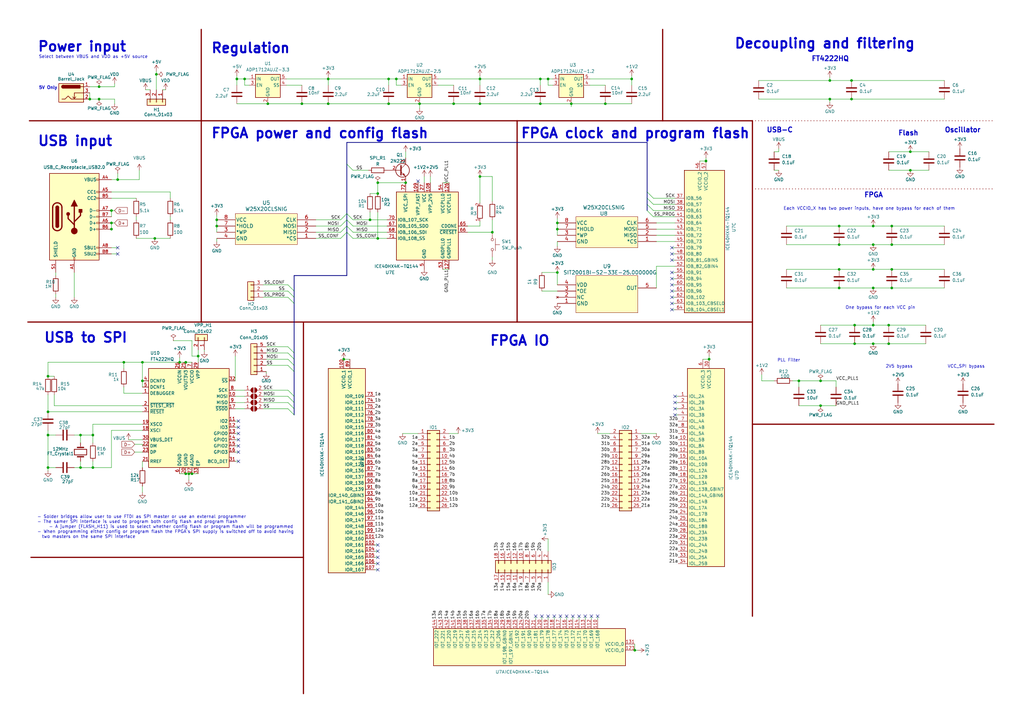
<source format=kicad_sch>
(kicad_sch (version 20211123) (generator eeschema)
  (paper "A3")
  (lib_symbols
    (symbol "Connector:Barrel_Jack_Switch" (pin_names hide)
      (property "Reference" "J" (at 0 5.334 0))
      (property "Value" "Barrel_Jack_Switch" (at 0 -5.08 0))
      (symbol "Barrel_Jack_Switch_1_1"
        (pin passive line (at 7.62 2.54 180) (length 2.54) (name "~") (number "1"))
        (pin passive line (at 7.62 -2.54 180) (length 2.54) (name "~") (number "2"))
        (pin passive line (at 7.62 0 180) (length 2.54) (name "~") (number "3"))
      )
    )
    (symbol "Connector:USB_C_Receptacle_USB2.0" (pin_names (offset 1.016))
      (property "Reference" "J" (at -10.16 19.05 0))
      (property "Value" "USB_C_Receptacle_USB2.0" (at 19.05 19.05 0))
      (symbol "USB_C_Receptacle_USB2.0_1_1"
        (pin passive line (at 0 -22.86 90) (length 5.08) (name "GND") (number "A1"))
        (pin passive line (at 0 -22.86 90) (length 5.08) hide (name "GND") (number "A12"))
        (pin passive line (at 15.24 15.24 180) (length 5.08) (name "VBUS") (number "A4"))
        (pin bidirectional line (at 15.24 10.16 180) (length 5.08) (name "CC1") (number "A5"))
        (pin bidirectional line (at 15.24 -2.54 180) (length 5.08) (name "D+") (number "A6"))
        (pin bidirectional line (at 15.24 2.54 180) (length 5.08) (name "D-") (number "A7"))
        (pin bidirectional line (at 15.24 -12.7 180) (length 5.08) (name "SBU1") (number "A8"))
        (pin passive line (at 15.24 15.24 180) (length 5.08) hide (name "VBUS") (number "A9"))
        (pin passive line (at 0 -22.86 90) (length 5.08) hide (name "GND") (number "B1"))
        (pin passive line (at 0 -22.86 90) (length 5.08) hide (name "GND") (number "B12"))
        (pin passive line (at 15.24 15.24 180) (length 5.08) hide (name "VBUS") (number "B4"))
        (pin bidirectional line (at 15.24 7.62 180) (length 5.08) (name "CC2") (number "B5"))
        (pin bidirectional line (at 15.24 -5.08 180) (length 5.08) (name "D+") (number "B6"))
        (pin bidirectional line (at 15.24 0 180) (length 5.08) (name "D-") (number "B7"))
        (pin bidirectional line (at 15.24 -15.24 180) (length 5.08) (name "SBU2") (number "B8"))
        (pin passive line (at 15.24 15.24 180) (length 5.08) hide (name "VBUS") (number "B9"))
        (pin passive line (at -7.62 -22.86 90) (length 5.08) (name "SHIELD") (number "S1"))
      )
    )
    (symbol "Connector_Generic:Conn_01x02" (pin_names (offset 1.016) hide)
      (property "Reference" "J" (at 0 2.54 0))
      (property "Value" "Conn_01x02" (at 0 -5.08 0))
      (symbol "Conn_01x02_1_1"
        (pin passive line (at -5.08 0 0) (length 3.81) (name "Pin_1") (number "1"))
        (pin passive line (at -5.08 -2.54 0) (length 3.81) (name "Pin_2") (number "2"))
      )
    )
    (symbol "Connector_Generic:Conn_01x03" (pin_names (offset 1.016) hide)
      (property "Reference" "J" (at 0 5.08 0))
      (property "Value" "Conn_01x03" (at 0 -5.08 0))
      (symbol "Conn_01x03_1_1"
        (pin passive line (at -5.08 2.54 0) (length 3.81) (name "Pin_1") (number "1"))
        (pin passive line (at -5.08 0 0) (length 3.81) (name "Pin_2") (number "2"))
        (pin passive line (at -5.08 -2.54 0) (length 3.81) (name "Pin_3") (number "3"))
      )
    )
    (symbol "Connector_Generic:Conn_01x05" (pin_names (offset 1.016) hide)
      (property "Reference" "J" (at 0 7.62 0))
      (property "Value" "Conn_01x05" (at 0 -7.62 0))
      (symbol "Conn_01x05_1_1"
        (pin passive line (at -5.08 5.08 0) (length 3.81) (name "Pin_1") (number "1"))
        (pin passive line (at -5.08 2.54 0) (length 3.81) (name "Pin_2") (number "2"))
        (pin passive line (at -5.08 0 0) (length 3.81) (name "Pin_3") (number "3"))
        (pin passive line (at -5.08 -2.54 0) (length 3.81) (name "Pin_4") (number "4"))
        (pin passive line (at -5.08 -5.08 0) (length 3.81) (name "Pin_5") (number "5"))
      )
    )
    (symbol "Connector_Generic:Conn_02x09_Odd_Even" (pin_names (offset 1.016) hide)
      (property "Reference" "J" (at 1.27 12.7 0))
      (property "Value" "Conn_02x09_Odd_Even" (at 1.27 -12.7 0))
      (symbol "Conn_02x09_Odd_Even_1_1"
        (pin passive line (at -5.08 10.16 0) (length 3.81) (name "Pin_1") (number "1"))
        (pin passive line (at 7.62 0 180) (length 3.81) (name "Pin_10") (number "10"))
        (pin passive line (at -5.08 -2.54 0) (length 3.81) (name "Pin_11") (number "11"))
        (pin passive line (at 7.62 -2.54 180) (length 3.81) (name "Pin_12") (number "12"))
        (pin passive line (at -5.08 -5.08 0) (length 3.81) (name "Pin_13") (number "13"))
        (pin passive line (at 7.62 -5.08 180) (length 3.81) (name "Pin_14") (number "14"))
        (pin passive line (at -5.08 -7.62 0) (length 3.81) (name "Pin_15") (number "15"))
        (pin passive line (at 7.62 -7.62 180) (length 3.81) (name "Pin_16") (number "16"))
        (pin passive line (at -5.08 -10.16 0) (length 3.81) (name "Pin_17") (number "17"))
        (pin passive line (at 7.62 -10.16 180) (length 3.81) (name "Pin_18") (number "18"))
        (pin passive line (at 7.62 10.16 180) (length 3.81) (name "Pin_2") (number "2"))
        (pin passive line (at -5.08 7.62 0) (length 3.81) (name "Pin_3") (number "3"))
        (pin passive line (at 7.62 7.62 180) (length 3.81) (name "Pin_4") (number "4"))
        (pin passive line (at -5.08 5.08 0) (length 3.81) (name "Pin_5") (number "5"))
        (pin passive line (at 7.62 5.08 180) (length 3.81) (name "Pin_6") (number "6"))
        (pin passive line (at -5.08 2.54 0) (length 3.81) (name "Pin_7") (number "7"))
        (pin passive line (at 7.62 2.54 180) (length 3.81) (name "Pin_8") (number "8"))
        (pin passive line (at -5.08 0 0) (length 3.81) (name "Pin_9") (number "9"))
      )
    )
    (symbol "Connector_Generic:Conn_02x13_Odd_Even" (pin_names (offset 1.016) hide)
      (property "Reference" "J" (at 1.27 17.78 0))
      (property "Value" "Conn_02x13_Odd_Even" (at 1.27 -17.78 0))
      (symbol "Conn_02x13_Odd_Even_1_1"
        (pin passive line (at -5.08 15.24 0) (length 3.81) (name "Pin_1") (number "1"))
        (pin passive line (at 7.62 5.08 180) (length 3.81) (name "Pin_10") (number "10"))
        (pin passive line (at -5.08 2.54 0) (length 3.81) (name "Pin_11") (number "11"))
        (pin passive line (at 7.62 2.54 180) (length 3.81) (name "Pin_12") (number "12"))
        (pin passive line (at -5.08 0 0) (length 3.81) (name "Pin_13") (number "13"))
        (pin passive line (at 7.62 0 180) (length 3.81) (name "Pin_14") (number "14"))
        (pin passive line (at -5.08 -2.54 0) (length 3.81) (name "Pin_15") (number "15"))
        (pin passive line (at 7.62 -2.54 180) (length 3.81) (name "Pin_16") (number "16"))
        (pin passive line (at -5.08 -5.08 0) (length 3.81) (name "Pin_17") (number "17"))
        (pin passive line (at 7.62 -5.08 180) (length 3.81) (name "Pin_18") (number "18"))
        (pin passive line (at -5.08 -7.62 0) (length 3.81) (name "Pin_19") (number "19"))
        (pin passive line (at 7.62 15.24 180) (length 3.81) (name "Pin_2") (number "2"))
        (pin passive line (at 7.62 -7.62 180) (length 3.81) (name "Pin_20") (number "20"))
        (pin passive line (at -5.08 -10.16 0) (length 3.81) (name "Pin_21") (number "21"))
        (pin passive line (at 7.62 -10.16 180) (length 3.81) (name "Pin_22") (number "22"))
        (pin passive line (at -5.08 -12.7 0) (length 3.81) (name "Pin_23") (number "23"))
        (pin passive line (at 7.62 -12.7 180) (length 3.81) (name "Pin_24") (number "24"))
        (pin passive line (at -5.08 -15.24 0) (length 3.81) (name "Pin_25") (number "25"))
        (pin passive line (at 7.62 -15.24 180) (length 3.81) (name "Pin_26") (number "26"))
        (pin passive line (at -5.08 12.7 0) (length 3.81) (name "Pin_3") (number "3"))
        (pin passive line (at 7.62 12.7 180) (length 3.81) (name "Pin_4") (number "4"))
        (pin passive line (at -5.08 10.16 0) (length 3.81) (name "Pin_5") (number "5"))
        (pin passive line (at 7.62 10.16 180) (length 3.81) (name "Pin_6") (number "6"))
        (pin passive line (at -5.08 7.62 0) (length 3.81) (name "Pin_7") (number "7"))
        (pin passive line (at 7.62 7.62 180) (length 3.81) (name "Pin_8") (number "8"))
        (pin passive line (at -5.08 5.08 0) (length 3.81) (name "Pin_9") (number "9"))
      )
    )
    (symbol "Device:C" (pin_numbers hide) (pin_names (offset 0.254))
      (property "Reference" "C" (at 0.635 2.54 0))
      (property "Value" "C" (at 0.635 -2.54 0))
      (symbol "C_1_1"
        (pin passive line (at 0 3.81 270) (length 2.794) (name "~") (number "1"))
        (pin passive line (at 0 -3.81 90) (length 2.794) (name "~") (number "2"))
      )
    )
    (symbol "Device:Crystal" (pin_numbers hide) (pin_names (offset 1.016) hide)
      (property "Reference" "Y" (at 0 3.81 0))
      (property "Value" "Crystal" (at 0 -3.81 0))
      (symbol "Crystal_1_1"
        (pin passive line (at -3.81 0 0) (length 1.27) (name "1") (number "1"))
        (pin passive line (at 3.81 0 180) (length 1.27) (name "2") (number "2"))
      )
    )
    (symbol "Device:R" (pin_numbers hide) (pin_names (offset 0))
      (property "Reference" "R" (at 2.032 0 90))
      (property "Value" "R" (at 0 0 90))
      (symbol "R_1_1"
        (pin passive line (at 0 3.81 270) (length 1.27) (name "~") (number "1"))
        (pin passive line (at 0 -3.81 90) (length 1.27) (name "~") (number "2"))
      )
    )
    (symbol "FPGA_Lattice:ICE40HX4K-TQ144"
      (property "Reference" "U?" (at -14.605 -18.415 0))
      (property "Value" "ICE40HX4K-TQ144" (at -12.065 -15.875 0))
      (symbol "ICE40HX4K-TQ144_1_1"
        (pin bidirectional line (at -12.7 30.48 0) (length 3.81) (name "IOT_168") (number "110"))
        (pin bidirectional line (at -12.7 27.94 0) (length 3.81) (name "IOT_169") (number "112"))
        (pin bidirectional line (at -12.7 25.4 0) (length 3.81) (name "IOT_170") (number "113"))
        (pin bidirectional line (at -12.7 22.86 0) (length 3.81) (name "IOT_171") (number "114"))
        (pin bidirectional line (at -12.7 20.32 0) (length 3.81) (name "IOT_172") (number "115"))
        (pin bidirectional line (at -12.7 17.78 0) (length 3.81) (name "IOT_173") (number "116"))
        (pin bidirectional line (at -12.7 15.24 0) (length 3.81) (name "IOT_174") (number "117"))
        (pin bidirectional line (at -12.7 12.7 0) (length 3.81) (name "IOT_177") (number "118"))
        (pin bidirectional line (at -12.7 10.16 0) (length 3.81) (name "IOT_178") (number "119"))
        (pin bidirectional line (at -12.7 7.62 0) (length 3.81) (name "IOT_179") (number "120"))
        (pin bidirectional line (at -12.7 5.08 0) (length 3.81) (name "IOT_181") (number "121"))
        (pin bidirectional line (at -12.7 2.54 0) (length 3.81) (name "IOT_190") (number "122"))
        (pin power_in line (at 0 45.72 270) (length 3.81) (name "VCCIO_0") (number "123"))
        (pin bidirectional line (at -12.7 0 0) (length 3.81) (name "IOT_191") (number "124"))
        (pin bidirectional line (at -12.7 -2.54 0) (length 3.81) (name "IOT_192") (number "125"))
        (pin bidirectional line (at -12.7 -5.08 0) (length 3.81) (name "IOT_197_GBIN1") (number "128"))
        (pin bidirectional line (at -12.7 -7.62 0) (length 3.81) (name "IOT_198_GBIN0") (number "129"))
        (pin bidirectional line (at -12.7 -10.16 0) (length 3.81) (name "IOT_206") (number "130"))
        (pin passive line (at 0 45.72 270) (length 3.81) hide (name "VCCIO_0") (number "131"))
        (pin bidirectional line (at -12.7 -12.7 0) (length 3.81) (name "IOT_212") (number "134"))
        (pin bidirectional line (at -12.7 -15.24 0) (length 3.81) (name "IOT_213") (number "135"))
        (pin bidirectional line (at -12.7 -17.78 0) (length 3.81) (name "IOT_214") (number "136"))
        (pin bidirectional line (at -12.7 -20.32 0) (length 3.81) (name "IOT_215") (number "137"))
        (pin bidirectional line (at -12.7 -22.86 0) (length 3.81) (name "IOT_216") (number "138"))
        (pin bidirectional line (at -12.7 -25.4 0) (length 3.81) (name "IOT_217") (number "139"))
        (pin bidirectional line (at -12.7 -27.94 0) (length 3.81) (name "IOT_219") (number "141"))
        (pin bidirectional line (at -12.7 -30.48 0) (length 3.81) (name "IOT_220") (number "142"))
        (pin bidirectional line (at -12.7 -33.02 0) (length 3.81) (name "IOT_221") (number "143"))
        (pin bidirectional line (at -12.7 -35.56 0) (length 3.81) (name "IOT_222") (number "144"))
      )
      (symbol "ICE40HX4K-TQ144_2_1"
        (pin passive line (at 0 48.26 270) (length 3.81) hide (name "VCCIO_1") (number "100"))
        (pin bidirectional line (at -12.7 -25.4 0) (length 3.81) (name "IOR_160") (number "101"))
        (pin bidirectional line (at -12.7 -27.94 0) (length 3.81) (name "IOR_161") (number "102"))
        (pin bidirectional line (at -12.7 -30.48 0) (length 3.81) (name "IOR_164") (number "104"))
        (pin bidirectional line (at -12.7 -33.02 0) (length 3.81) (name "IOR_165") (number "105"))
        (pin bidirectional line (at -12.7 -35.56 0) (length 3.81) (name "IOR_166") (number "106"))
        (pin bidirectional line (at -12.7 -38.1 0) (length 3.81) (name "IOR_167") (number "107"))
        (pin bidirectional line (at -12.7 33.02 0) (length 3.81) (name "IOR_109") (number "73"))
        (pin bidirectional line (at -12.7 30.48 0) (length 3.81) (name "IOR_110") (number "74"))
        (pin bidirectional line (at -12.7 27.94 0) (length 3.81) (name "IOR_111") (number "75"))
        (pin bidirectional line (at -12.7 25.4 0) (length 3.81) (name "IOR_112") (number "76"))
        (pin bidirectional line (at -12.7 22.86 0) (length 3.81) (name "IOR_114") (number "78"))
        (pin bidirectional line (at -12.7 20.32 0) (length 3.81) (name "IOR_115") (number "79"))
        (pin bidirectional line (at -12.7 17.78 0) (length 3.81) (name "IOR_116") (number "80"))
        (pin bidirectional line (at -12.7 15.24 0) (length 3.81) (name "IOR_117") (number "81"))
        (pin bidirectional line (at -12.7 12.7 0) (length 3.81) (name "IOR_118") (number "82"))
        (pin bidirectional line (at -12.7 10.16 0) (length 3.81) (name "IOR_119") (number "83"))
        (pin bidirectional line (at -12.7 7.62 0) (length 3.81) (name "IOR_120") (number "84"))
        (pin bidirectional line (at -12.7 5.08 0) (length 3.81) (name "IOR_128") (number "85"))
        (pin bidirectional line (at -12.7 2.54 0) (length 3.81) (name "IOR_136") (number "87"))
        (pin bidirectional line (at -12.7 0 0) (length 3.81) (name "IOR_137") (number "88"))
        (pin power_in line (at 0 48.26 270) (length 3.81) (name "VCCIO_1") (number "89"))
        (pin bidirectional line (at -12.7 -2.54 0) (length 3.81) (name "IOR_138") (number "90"))
        (pin bidirectional line (at -12.7 -5.08 0) (length 3.81) (name "IOR_139") (number "91"))
        (pin bidirectional line (at -12.7 -7.62 0) (length 3.81) (name "IOR_140_GBIN3") (number "93"))
        (pin bidirectional line (at -12.7 -10.16 0) (length 3.81) (name "IOR_141_GBIN2") (number "94"))
        (pin bidirectional line (at -12.7 -12.7 0) (length 3.81) (name "IOR_144") (number "95"))
        (pin bidirectional line (at -12.7 -15.24 0) (length 3.81) (name "IOR_146") (number "96"))
        (pin bidirectional line (at -12.7 -17.78 0) (length 3.81) (name "IOR_147") (number "97"))
        (pin bidirectional line (at -12.7 -20.32 0) (length 3.81) (name "IOR_148") (number "98"))
        (pin bidirectional line (at -12.7 -22.86 0) (length 3.81) (name "IOR_152") (number "99"))
      )
      (symbol "ICE40HX4K-TQ144_3_1"
        (pin bidirectional line (at -12.7 20.32 0) (length 3.81) (name "IOB_56") (number "37"))
        (pin bidirectional line (at -12.7 17.78 0) (length 3.81) (name "IOB_57") (number "38"))
        (pin bidirectional line (at -12.7 15.24 0) (length 3.81) (name "IOB_61") (number "39"))
        (pin bidirectional line (at -12.7 12.7 0) (length 3.81) (name "IOB_63") (number "41"))
        (pin bidirectional line (at -12.7 10.16 0) (length 3.81) (name "IOB_64") (number "42"))
        (pin bidirectional line (at -12.7 7.62 0) (length 3.81) (name "IOB_71") (number "43"))
        (pin bidirectional line (at -12.7 5.08 0) (length 3.81) (name "IOB_72") (number "44"))
        (pin bidirectional line (at -12.7 2.54 0) (length 3.81) (name "IOB_73") (number "45"))
        (pin power_in line (at 0 35.56 270) (length 3.81) (name "VCCIO_2") (number "46"))
        (pin bidirectional line (at -12.7 0 0) (length 3.81) (name "IOB_79") (number "47"))
        (pin bidirectional line (at -12.7 -2.54 0) (length 3.81) (name "IOB_80") (number "48"))
        (pin bidirectional line (at -12.7 -5.08 0) (length 3.81) (name "IOB_81_GBIN5") (number "49"))
        (pin bidirectional line (at -12.7 -7.62 0) (length 3.81) (name "IOB_82_GBIN4") (number "52"))
        (pin bidirectional line (at -12.7 -10.16 0) (length 3.81) (name "IOB_91") (number "55"))
        (pin bidirectional line (at -12.7 -12.7 0) (length 3.81) (name "IOB_94") (number "56"))
        (pin passive line (at 0 35.56 270) (length 3.81) hide (name "VCCIO_2") (number "57"))
        (pin bidirectional line (at -12.7 -15.24 0) (length 3.81) (name "IOB_95") (number "60"))
        (pin bidirectional line (at -12.7 -17.78 0) (length 3.81) (name "IOB_96") (number "61"))
        (pin bidirectional line (at -12.7 -20.32 0) (length 3.81) (name "IOB_102") (number "62"))
        (pin bidirectional line (at -12.7 -22.86 0) (length 3.81) (name "IOB_103_CBSEL0") (number "63"))
        (pin bidirectional line (at -12.7 -25.4 0) (length 3.81) (name "IOB_104_CBSEL1") (number "64"))
      )
      (symbol "ICE40HX4K-TQ144_4_1"
        (pin bidirectional line (at -12.7 30.48 0) (length 3.81) (name "IOL_2A") (number "1"))
        (pin bidirectional line (at -12.7 12.7 0) (length 3.81) (name "IOL_5B") (number "10"))
        (pin bidirectional line (at -12.7 10.16 0) (length 3.81) (name "IOL_8A") (number "11"))
        (pin bidirectional line (at -12.7 7.62 0) (length 3.81) (name "IOL_8B") (number "12"))
        (pin bidirectional line (at -12.7 5.08 0) (length 3.81) (name "IOL_10A") (number "15"))
        (pin bidirectional line (at -12.7 2.54 0) (length 3.81) (name "IOL_10B") (number "16"))
        (pin bidirectional line (at -12.7 0 0) (length 3.81) (name "IOL_12A") (number "17"))
        (pin bidirectional line (at -12.7 -2.54 0) (length 3.81) (name "IOL_12B") (number "18"))
        (pin bidirectional line (at -12.7 -5.08 0) (length 3.81) (name "IOL_13A") (number "19"))
        (pin bidirectional line (at -12.7 27.94 0) (length 3.81) (name "IOL_2B") (number "2"))
        (pin bidirectional line (at -12.7 -7.62 0) (length 3.81) (name "IOL_13B_GBIN7") (number "20"))
        (pin bidirectional line (at -12.7 -10.16 0) (length 3.81) (name "IOL_14A_GBIN6") (number "21"))
        (pin bidirectional line (at -12.7 -12.7 0) (length 3.81) (name "IOL_14B") (number "22"))
        (pin bidirectional line (at -12.7 -15.24 0) (length 3.81) (name "IOL_17A") (number "23"))
        (pin bidirectional line (at -12.7 -17.78 0) (length 3.81) (name "IOL_17B") (number "24"))
        (pin bidirectional line (at -12.7 -20.32 0) (length 3.81) (name "IOL_18A") (number "25"))
        (pin bidirectional line (at -12.7 -22.86 0) (length 3.81) (name "IOL_18B") (number "26"))
        (pin bidirectional line (at -12.7 -25.4 0) (length 3.81) (name "IOL_23A") (number "28"))
        (pin bidirectional line (at -12.7 -27.94 0) (length 3.81) (name "IOL_23B") (number "29"))
        (pin bidirectional line (at -12.7 25.4 0) (length 3.81) (name "IOL_3A") (number "3"))
        (pin passive line (at 0 45.72 270) (length 3.81) hide (name "VCCIO_3") (number "30"))
        (pin bidirectional line (at -12.7 -30.48 0) (length 3.81) (name "IOL_24A") (number "31"))
        (pin bidirectional line (at -12.7 -33.02 0) (length 3.81) (name "IOL_24B") (number "32"))
        (pin bidirectional line (at -12.7 -35.56 0) (length 3.81) (name "IOL_25A") (number "33"))
        (pin bidirectional line (at -12.7 -38.1 0) (length 3.81) (name "IOL_25B") (number "34"))
        (pin bidirectional line (at -12.7 22.86 0) (length 3.81) (name "IOL_3B") (number "4"))
        (pin power_in line (at 0 45.72 270) (length 3.81) (name "VCCIO_3") (number "6"))
        (pin bidirectional line (at -12.7 20.32 0) (length 3.81) (name "IOL_4A") (number "7"))
        (pin bidirectional line (at -12.7 17.78 0) (length 3.81) (name "IOL_4B") (number "8"))
        (pin bidirectional line (at -12.7 15.24 0) (length 3.81) (name "IOL_5A") (number "9"))
      )
      (symbol "ICE40HX4K-TQ144_5_1"
        (pin passive line (at 0 -17.78 90) (length 3.81) hide (name "GND") (number "103"))
        (pin power_in line (at 2.54 17.78 270) (length 3.81) (name "VPP_2V5") (number "108"))
        (pin power_in line (at -2.54 17.78 270) (length 3.81) (name "VPP_FAST") (number "109"))
        (pin passive line (at 0 17.78 270) (length 3.81) hide (name "VCC") (number "111"))
        (pin power_in line (at 10.16 17.78 270) (length 3.81) (name "VCCPLL1") (number "126"))
        (pin power_in line (at 10.16 -17.78 90) (length 3.81) (name "GNDPLL1") (number "127"))
        (pin passive line (at 0 -17.78 90) (length 3.81) hide (name "GND") (number "13"))
        (pin passive line (at 0 -17.78 90) (length 3.81) hide (name "GND") (number "132"))
        (pin no_connect line (at 12.7 -10.16 180) (length 3.81) hide (name "NC") (number "133"))
        (pin passive line (at 0 -17.78 90) (length 3.81) hide (name "GND") (number "14"))
        (pin passive line (at 0 -17.78 90) (length 3.81) hide (name "GND") (number "140"))
        (pin power_in line (at 0 17.78 270) (length 3.81) (name "VCC") (number "27"))
        (pin no_connect line (at 12.7 5.08 180) (length 3.81) hide (name "NC") (number "35"))
        (pin no_connect line (at 12.7 2.54 180) (length 3.81) hide (name "NC") (number "36"))
        (pin passive line (at 0 17.78 270) (length 3.81) hide (name "VCC") (number "40"))
        (pin power_in line (at 0 -17.78 90) (length 3.81) (name "GND") (number "5"))
        (pin no_connect line (at 12.7 -2.54 180) (length 3.81) hide (name "NC") (number "50"))
        (pin no_connect line (at 12.7 -5.08 180) (length 3.81) hide (name "NC") (number "51"))
        (pin power_in line (at 7.62 -17.78 90) (length 3.81) (name "GNDPLL0") (number "53"))
        (pin power_in line (at 7.62 17.78 270) (length 3.81) (name "VCCPLL0") (number "54"))
        (pin no_connect line (at 12.7 -7.62 180) (length 3.81) hide (name "NC") (number "58"))
        (pin passive line (at 0 -17.78 90) (length 3.81) hide (name "GND") (number "59"))
        (pin open_collector line (at 17.78 0 180) (length 3.81) (name "CDONE") (number "65"))
        (pin input line (at 17.78 -2.54 180) (length 3.81) (name "~{CRESET}") (number "66"))
        (pin bidirectional line (at -15.24 0 0) (length 3.81) (name "IOB_105_SDO") (number "67"))
        (pin bidirectional line (at -15.24 -2.54 0) (length 3.81) (name "IOB_106_SDI") (number "68"))
        (pin passive line (at 0 -17.78 90) (length 3.81) hide (name "GND") (number "69"))
        (pin bidirectional line (at -15.24 2.54 0) (length 3.81) (name "IOB_107_SCK") (number "70"))
        (pin bidirectional line (at -15.24 -5.08 0) (length 3.81) (name "IOB_108_SS") (number "71"))
        (pin power_in line (at -7.62 17.78 270) (length 3.81) (name "VCC_SPI") (number "72"))
        (pin no_connect line (at 12.7 7.62 180) (length 3.81) hide (name "NC") (number "77"))
        (pin passive line (at 0 -17.78 90) (length 3.81) hide (name "GND") (number "86"))
        (pin passive line (at 0 17.78 270) (length 3.81) hide (name "VCC") (number "92"))
      )
    )
    (symbol "ICE40HX4K-TQ144_1"
      (property "Reference" "U7" (at 11.43 6.35 90))
      (property "Value" "ICE40HX4K-TQ144" (at 8.89 -1.27 90))
      (symbol "ICE40HX4K-TQ144_1_1_1"
        (pin bidirectional line (at -12.7 30.48 0) (length 3.81) (name "IOT_168") (number "110"))
        (pin bidirectional line (at -12.7 27.94 0) (length 3.81) (name "IOT_169") (number "112"))
        (pin bidirectional line (at -12.7 25.4 0) (length 3.81) (name "IOT_170") (number "113"))
        (pin bidirectional line (at -12.7 22.86 0) (length 3.81) (name "IOT_171") (number "114"))
        (pin bidirectional line (at -12.7 20.32 0) (length 3.81) (name "IOT_172") (number "115"))
        (pin bidirectional line (at -12.7 17.78 0) (length 3.81) (name "IOT_173") (number "116"))
        (pin bidirectional line (at -12.7 15.24 0) (length 3.81) (name "IOT_174") (number "117"))
        (pin bidirectional line (at -12.7 12.7 0) (length 3.81) (name "IOT_177") (number "118"))
        (pin bidirectional line (at -12.7 10.16 0) (length 3.81) (name "IOT_178") (number "119"))
        (pin bidirectional line (at -12.7 7.62 0) (length 3.81) (name "IOT_179") (number "120"))
        (pin bidirectional line (at -12.7 5.08 0) (length 3.81) (name "IOT_181") (number "121"))
        (pin bidirectional line (at -12.7 2.54 0) (length 3.81) (name "IOT_190") (number "122"))
        (pin power_in line (at 0 45.72 270) (length 3.81) (name "VCCIO_0") (number "123"))
        (pin bidirectional line (at -12.7 0 0) (length 3.81) (name "IOT_191") (number "124"))
        (pin bidirectional line (at -12.7 -2.54 0) (length 3.81) (name "IOT_192") (number "125"))
        (pin bidirectional line (at -12.7 -5.08 0) (length 3.81) (name "IOT_197_GBIN1") (number "128"))
        (pin bidirectional line (at -12.7 -7.62 0) (length 3.81) (name "IOT_198_GBIN0") (number "129"))
        (pin bidirectional line (at -12.7 -10.16 0) (length 3.81) (name "IOT_206") (number "130"))
        (pin passive line (at 0 45.72 270) (length 3.81) hide (name "VCCIO_0") (number "131"))
        (pin bidirectional line (at -12.7 -12.7 0) (length 3.81) (name "IOT_212") (number "134"))
        (pin bidirectional line (at -12.7 -15.24 0) (length 3.81) (name "IOT_213") (number "135"))
        (pin bidirectional line (at -12.7 -17.78 0) (length 3.81) (name "IOT_214") (number "136"))
        (pin bidirectional line (at -12.7 -20.32 0) (length 3.81) (name "IOT_215") (number "137"))
        (pin bidirectional line (at -12.7 -22.86 0) (length 3.81) (name "IOT_216") (number "138"))
        (pin bidirectional line (at -12.7 -25.4 0) (length 3.81) (name "IOT_217") (number "139"))
        (pin bidirectional line (at -12.7 -27.94 0) (length 3.81) (name "IOT_219") (number "141"))
        (pin bidirectional line (at -12.7 -30.48 0) (length 3.81) (name "IOT_220") (number "142"))
        (pin bidirectional line (at -12.7 -33.02 0) (length 3.81) (name "IOT_221") (number "143"))
        (pin bidirectional line (at -12.7 -35.56 0) (length 3.81) (name "IOT_222") (number "144"))
      )
      (symbol "ICE40HX4K-TQ144_1_2_1"
        (pin passive line (at 0 48.26 270) (length 3.81) hide (name "VCCIO_1") (number "100"))
        (pin bidirectional line (at -12.7 -25.4 0) (length 3.81) (name "IOR_160") (number "101"))
        (pin bidirectional line (at -12.7 -27.94 0) (length 3.81) (name "IOR_161") (number "102"))
        (pin bidirectional line (at -12.7 -30.48 0) (length 3.81) (name "IOR_164") (number "104"))
        (pin bidirectional line (at -12.7 -33.02 0) (length 3.81) (name "IOR_165") (number "105"))
        (pin bidirectional line (at -12.7 -35.56 0) (length 3.81) (name "IOR_166") (number "106"))
        (pin bidirectional line (at -12.7 -38.1 0) (length 3.81) (name "IOR_167") (number "107"))
        (pin bidirectional line (at -12.7 33.02 0) (length 3.81) (name "IOR_109") (number "73"))
        (pin bidirectional line (at -12.7 30.48 0) (length 3.81) (name "IOR_110") (number "74"))
        (pin bidirectional line (at -12.7 27.94 0) (length 3.81) (name "IOR_111") (number "75"))
        (pin bidirectional line (at -12.7 25.4 0) (length 3.81) (name "IOR_112") (number "76"))
        (pin bidirectional line (at -12.7 22.86 0) (length 3.81) (name "IOR_114") (number "78"))
        (pin bidirectional line (at -12.7 20.32 0) (length 3.81) (name "IOR_115") (number "79"))
        (pin bidirectional line (at -12.7 17.78 0) (length 3.81) (name "IOR_116") (number "80"))
        (pin bidirectional line (at -12.7 15.24 0) (length 3.81) (name "IOR_117") (number "81"))
        (pin bidirectional line (at -12.7 12.7 0) (length 3.81) (name "IOR_118") (number "82"))
        (pin bidirectional line (at -12.7 10.16 0) (length 3.81) (name "IOR_119") (number "83"))
        (pin bidirectional line (at -12.7 7.62 0) (length 3.81) (name "IOR_120") (number "84"))
        (pin bidirectional line (at -12.7 5.08 0) (length 3.81) (name "IOR_128") (number "85"))
        (pin bidirectional line (at -12.7 2.54 0) (length 3.81) (name "IOR_136") (number "87"))
        (pin bidirectional line (at -12.7 0 0) (length 3.81) (name "IOR_137") (number "88"))
        (pin power_in line (at 0 48.26 270) (length 3.81) (name "VCCIO_1") (number "89"))
        (pin bidirectional line (at -12.7 -2.54 0) (length 3.81) (name "IOR_138") (number "90"))
        (pin bidirectional line (at -12.7 -5.08 0) (length 3.81) (name "IOR_139") (number "91"))
        (pin bidirectional line (at -12.7 -7.62 0) (length 3.81) (name "IOR_140_GBIN3") (number "93"))
        (pin bidirectional line (at -12.7 -10.16 0) (length 3.81) (name "IOR_141_GBIN2") (number "94"))
        (pin bidirectional line (at -12.7 -12.7 0) (length 3.81) (name "IOR_144") (number "95"))
        (pin bidirectional line (at -12.7 -15.24 0) (length 3.81) (name "IOR_146") (number "96"))
        (pin bidirectional line (at -12.7 -17.78 0) (length 3.81) (name "IOR_147") (number "97"))
        (pin bidirectional line (at -12.7 -20.32 0) (length 3.81) (name "IOR_148") (number "98"))
        (pin bidirectional line (at -12.7 -22.86 0) (length 3.81) (name "IOR_152") (number "99"))
      )
      (symbol "ICE40HX4K-TQ144_1_3_1"
        (pin bidirectional line (at -12.7 20.32 0) (length 3.81) (name "IOB_56") (number "37"))
        (pin bidirectional line (at -12.7 17.78 0) (length 3.81) (name "IOB_57") (number "38"))
        (pin bidirectional line (at -12.7 15.24 0) (length 3.81) (name "IOB_61") (number "39"))
        (pin bidirectional line (at -12.7 12.7 0) (length 3.81) (name "IOB_63") (number "41"))
        (pin bidirectional line (at -12.7 10.16 0) (length 3.81) (name "IOB_64") (number "42"))
        (pin bidirectional line (at -12.7 7.62 0) (length 3.81) (name "IOB_71") (number "43"))
        (pin bidirectional line (at -12.7 5.08 0) (length 3.81) (name "IOB_72") (number "44"))
        (pin bidirectional line (at -12.7 2.54 0) (length 3.81) (name "IOB_73") (number "45"))
        (pin power_in line (at -2.54 35.56 270) (length 3.81) (name "VCCIO_2") (number "46"))
        (pin bidirectional line (at -12.7 0 0) (length 3.81) (name "IOB_79") (number "47"))
        (pin bidirectional line (at -12.7 -2.54 0) (length 3.81) (name "IOB_80") (number "48"))
        (pin bidirectional line (at -12.7 -5.08 0) (length 3.81) (name "IOB_81_GBIN5") (number "49"))
        (pin bidirectional line (at -12.7 -7.62 0) (length 3.81) (name "IOB_82_GBIN4") (number "52"))
        (pin bidirectional line (at -12.7 -10.16 0) (length 3.81) (name "IOB_91") (number "55"))
        (pin bidirectional line (at -12.7 -12.7 0) (length 3.81) (name "IOB_94") (number "56"))
        (pin power_in line (at 0 35.56 270) (length 3.81) (name "VCCIO_2") (number "57"))
        (pin bidirectional line (at -12.7 -15.24 0) (length 3.81) (name "IOB_95") (number "60"))
        (pin bidirectional line (at -12.7 -17.78 0) (length 3.81) (name "IOB_96") (number "61"))
        (pin bidirectional line (at -12.7 -20.32 0) (length 3.81) (name "IOB_102") (number "62"))
        (pin bidirectional line (at -12.7 -22.86 0) (length 3.81) (name "IOB_103_CBSEL0") (number "63"))
        (pin bidirectional line (at -12.7 -25.4 0) (length 3.81) (name "IOB_104_CBSEL1") (number "64"))
      )
      (symbol "ICE40HX4K-TQ144_1_4_1"
        (pin bidirectional line (at -12.7 30.48 0) (length 3.81) (name "IOL_2A") (number "1"))
        (pin bidirectional line (at -12.7 12.7 0) (length 3.81) (name "IOL_5B") (number "10"))
        (pin bidirectional line (at -12.7 10.16 0) (length 3.81) (name "IOL_8A") (number "11"))
        (pin bidirectional line (at -12.7 7.62 0) (length 3.81) (name "IOL_8B") (number "12"))
        (pin bidirectional line (at -12.7 5.08 0) (length 3.81) (name "IOL_10A") (number "15"))
        (pin bidirectional line (at -12.7 2.54 0) (length 3.81) (name "IOL_10B") (number "16"))
        (pin bidirectional line (at -12.7 0 0) (length 3.81) (name "IOL_12A") (number "17"))
        (pin bidirectional line (at -12.7 -2.54 0) (length 3.81) (name "IOL_12B") (number "18"))
        (pin bidirectional line (at -12.7 -5.08 0) (length 3.81) (name "IOL_13A") (number "19"))
        (pin bidirectional line (at -12.7 27.94 0) (length 3.81) (name "IOL_2B") (number "2"))
        (pin bidirectional line (at -12.7 -7.62 0) (length 3.81) (name "IOL_13B_GBIN7") (number "20"))
        (pin bidirectional line (at -12.7 -10.16 0) (length 3.81) (name "IOL_14A_GBIN6") (number "21"))
        (pin bidirectional line (at -12.7 -12.7 0) (length 3.81) (name "IOL_14B") (number "22"))
        (pin bidirectional line (at -12.7 -15.24 0) (length 3.81) (name "IOL_17A") (number "23"))
        (pin bidirectional line (at -12.7 -17.78 0) (length 3.81) (name "IOL_17B") (number "24"))
        (pin bidirectional line (at -12.7 -20.32 0) (length 3.81) (name "IOL_18A") (number "25"))
        (pin bidirectional line (at -12.7 -22.86 0) (length 3.81) (name "IOL_18B") (number "26"))
        (pin bidirectional line (at -12.7 -25.4 0) (length 3.81) (name "IOL_23A") (number "28"))
        (pin bidirectional line (at -12.7 -27.94 0) (length 3.81) (name "IOL_23B") (number "29"))
        (pin bidirectional line (at -12.7 25.4 0) (length 3.81) (name "IOL_3A") (number "3"))
        (pin passive line (at 0 45.72 270) (length 3.81) hide (name "VCCIO_3") (number "30"))
        (pin bidirectional line (at -12.7 -30.48 0) (length 3.81) (name "IOL_24A") (number "31"))
        (pin bidirectional line (at -12.7 -33.02 0) (length 3.81) (name "IOL_24B") (number "32"))
        (pin bidirectional line (at -12.7 -35.56 0) (length 3.81) (name "IOL_25A") (number "33"))
        (pin bidirectional line (at -12.7 -38.1 0) (length 3.81) (name "IOL_25B") (number "34"))
        (pin bidirectional line (at -12.7 22.86 0) (length 3.81) (name "IOL_3B") (number "4"))
        (pin power_in line (at 0 45.72 270) (length 3.81) (name "VCCIO_3") (number "6"))
        (pin bidirectional line (at -12.7 20.32 0) (length 3.81) (name "IOL_4A") (number "7"))
        (pin bidirectional line (at -12.7 17.78 0) (length 3.81) (name "IOL_4B") (number "8"))
        (pin bidirectional line (at -12.7 15.24 0) (length 3.81) (name "IOL_5A") (number "9"))
      )
      (symbol "ICE40HX4K-TQ144_1_5_1"
        (pin passive line (at 0 -17.78 90) (length 3.81) hide (name "GND") (number "103"))
        (pin power_in line (at 2.54 17.78 270) (length 3.81) (name "VPP_2V5") (number "108"))
        (pin power_in line (at -2.54 17.78 270) (length 3.81) (name "VPP_FAST") (number "109"))
        (pin passive line (at 0 17.78 270) (length 3.81) hide (name "VCC") (number "111"))
        (pin power_in line (at 10.16 17.78 270) (length 3.81) (name "VCCPLL1") (number "126"))
        (pin power_in line (at 10.16 -17.78 90) (length 3.81) (name "GNDPLL1") (number "127"))
        (pin passive line (at 0 -17.78 90) (length 3.81) hide (name "GND") (number "13"))
        (pin passive line (at 0 -17.78 90) (length 3.81) hide (name "GND") (number "132"))
        (pin no_connect line (at 12.7 -10.16 180) (length 3.81) hide (name "NC") (number "133"))
        (pin passive line (at 0 -17.78 90) (length 3.81) hide (name "GND") (number "14"))
        (pin passive line (at 0 -17.78 90) (length 3.81) hide (name "GND") (number "140"))
        (pin power_in line (at 0 17.78 270) (length 3.81) (name "VCC") (number "27"))
        (pin no_connect line (at 12.7 5.08 180) (length 3.81) hide (name "NC") (number "35"))
        (pin no_connect line (at 12.7 2.54 180) (length 3.81) hide (name "NC") (number "36"))
        (pin passive line (at 0 17.78 270) (length 3.81) hide (name "VCC") (number "40"))
        (pin power_in line (at 0 -17.78 90) (length 3.81) (name "GND") (number "5"))
        (pin no_connect line (at 12.7 -2.54 180) (length 3.81) hide (name "NC") (number "50"))
        (pin no_connect line (at 12.7 -5.08 180) (length 3.81) hide (name "NC") (number "51"))
        (pin power_in line (at 7.62 -17.78 90) (length 3.81) (name "GNDPLL0") (number "53"))
        (pin power_in line (at 7.62 17.78 270) (length 3.81) (name "VCCPLL0") (number "54"))
        (pin no_connect line (at 12.7 -7.62 180) (length 3.81) hide (name "NC") (number "58"))
        (pin passive line (at 0 -17.78 90) (length 3.81) hide (name "GND") (number "59"))
        (pin open_collector line (at 17.78 0 180) (length 3.81) (name "CDONE") (number "65"))
        (pin input line (at -15.24 -10.16 0) (length 3.81) (name "~{CRESET}") (number "66"))
        (pin bidirectional line (at -15.24 2.54 0) (length 3.81) (name "IOB_105_SDO") (number "67"))
        (pin bidirectional line (at -15.24 0 0) (length 3.81) (name "IOB_106_SDI") (number "68"))
        (pin passive line (at 0 -17.78 90) (length 3.81) hide (name "GND") (number "69"))
        (pin bidirectional line (at -15.24 -2.54 0) (length 3.81) (name "IOB_107_SCK") (number "70"))
        (pin bidirectional line (at -15.24 -5.08 0) (length 3.81) (name "IOB_108_SS") (number "71"))
        (pin power_in line (at -7.62 17.78 270) (length 3.81) (name "VCC_SPI") (number "72"))
        (pin no_connect line (at 12.7 7.62 180) (length 3.81) hide (name "NC") (number "77"))
        (pin passive line (at 0 -17.78 90) (length 3.81) hide (name "GND") (number "86"))
        (pin passive line (at 0 17.78 270) (length 3.81) hide (name "VCC") (number "92"))
      )
    )
    (symbol "ICE40HX4K-TQ144_2"
      (property "Reference" "U7" (at 11.43 -3.81 90))
      (property "Value" "ICE40HX4K-TQ144_2" (at 8.89 -3.81 90))
      (symbol "ICE40HX4K-TQ144_2_1_1"
        (pin bidirectional line (at -12.7 30.48 0) (length 3.81) (name "IOT_168") (number "110"))
        (pin bidirectional line (at -12.7 27.94 0) (length 3.81) (name "IOT_169") (number "112"))
        (pin bidirectional line (at -12.7 25.4 0) (length 3.81) (name "IOT_170") (number "113"))
        (pin bidirectional line (at -12.7 22.86 0) (length 3.81) (name "IOT_171") (number "114"))
        (pin bidirectional line (at -12.7 20.32 0) (length 3.81) (name "IOT_172") (number "115"))
        (pin bidirectional line (at -12.7 17.78 0) (length 3.81) (name "IOT_173") (number "116"))
        (pin bidirectional line (at -12.7 15.24 0) (length 3.81) (name "IOT_174") (number "117"))
        (pin bidirectional line (at -12.7 12.7 0) (length 3.81) (name "IOT_177") (number "118"))
        (pin bidirectional line (at -12.7 10.16 0) (length 3.81) (name "IOT_178") (number "119"))
        (pin bidirectional line (at -12.7 7.62 0) (length 3.81) (name "IOT_179") (number "120"))
        (pin bidirectional line (at -12.7 5.08 0) (length 3.81) (name "IOT_181") (number "121"))
        (pin bidirectional line (at -12.7 2.54 0) (length 3.81) (name "IOT_190") (number "122"))
        (pin power_in line (at 0 45.72 270) (length 3.81) (name "VCCIO_0") (number "123"))
        (pin bidirectional line (at -12.7 0 0) (length 3.81) (name "IOT_191") (number "124"))
        (pin bidirectional line (at -12.7 -2.54 0) (length 3.81) (name "IOT_192") (number "125"))
        (pin bidirectional line (at -12.7 -5.08 0) (length 3.81) (name "IOT_197_GBIN1") (number "128"))
        (pin bidirectional line (at -12.7 -7.62 0) (length 3.81) (name "IOT_198_GBIN0") (number "129"))
        (pin bidirectional line (at -12.7 -10.16 0) (length 3.81) (name "IOT_206") (number "130"))
        (pin passive line (at 0 45.72 270) (length 3.81) hide (name "VCCIO_0") (number "131"))
        (pin bidirectional line (at -12.7 -12.7 0) (length 3.81) (name "IOT_212") (number "134"))
        (pin bidirectional line (at -12.7 -15.24 0) (length 3.81) (name "IOT_213") (number "135"))
        (pin bidirectional line (at -12.7 -17.78 0) (length 3.81) (name "IOT_214") (number "136"))
        (pin bidirectional line (at -12.7 -20.32 0) (length 3.81) (name "IOT_215") (number "137"))
        (pin bidirectional line (at -12.7 -22.86 0) (length 3.81) (name "IOT_216") (number "138"))
        (pin bidirectional line (at -12.7 -25.4 0) (length 3.81) (name "IOT_217") (number "139"))
        (pin bidirectional line (at -12.7 -27.94 0) (length 3.81) (name "IOT_219") (number "141"))
        (pin bidirectional line (at -12.7 -30.48 0) (length 3.81) (name "IOT_220") (number "142"))
        (pin bidirectional line (at -12.7 -33.02 0) (length 3.81) (name "IOT_221") (number "143"))
        (pin bidirectional line (at -12.7 -35.56 0) (length 3.81) (name "IOT_222") (number "144"))
      )
      (symbol "ICE40HX4K-TQ144_2_2_1"
        (pin passive line (at 0 48.26 270) (length 3.81) hide (name "VCCIO_1") (number "100"))
        (pin bidirectional line (at -12.7 -25.4 0) (length 3.81) (name "IOR_160") (number "101"))
        (pin bidirectional line (at -12.7 -27.94 0) (length 3.81) (name "IOR_161") (number "102"))
        (pin bidirectional line (at -12.7 -30.48 0) (length 3.81) (name "IOR_164") (number "104"))
        (pin bidirectional line (at -12.7 -33.02 0) (length 3.81) (name "IOR_165") (number "105"))
        (pin bidirectional line (at -12.7 -35.56 0) (length 3.81) (name "IOR_166") (number "106"))
        (pin bidirectional line (at -12.7 -38.1 0) (length 3.81) (name "IOR_167") (number "107"))
        (pin bidirectional line (at -12.7 33.02 0) (length 3.81) (name "IOR_109") (number "73"))
        (pin bidirectional line (at -12.7 30.48 0) (length 3.81) (name "IOR_110") (number "74"))
        (pin bidirectional line (at -12.7 27.94 0) (length 3.81) (name "IOR_111") (number "75"))
        (pin bidirectional line (at -12.7 25.4 0) (length 3.81) (name "IOR_112") (number "76"))
        (pin bidirectional line (at -12.7 22.86 0) (length 3.81) (name "IOR_114") (number "78"))
        (pin bidirectional line (at -12.7 20.32 0) (length 3.81) (name "IOR_115") (number "79"))
        (pin bidirectional line (at -12.7 17.78 0) (length 3.81) (name "IOR_116") (number "80"))
        (pin bidirectional line (at -12.7 15.24 0) (length 3.81) (name "IOR_117") (number "81"))
        (pin bidirectional line (at -12.7 12.7 0) (length 3.81) (name "IOR_118") (number "82"))
        (pin bidirectional line (at -12.7 10.16 0) (length 3.81) (name "IOR_119") (number "83"))
        (pin bidirectional line (at -12.7 7.62 0) (length 3.81) (name "IOR_120") (number "84"))
        (pin bidirectional line (at -12.7 5.08 0) (length 3.81) (name "IOR_128") (number "85"))
        (pin bidirectional line (at -12.7 2.54 0) (length 3.81) (name "IOR_136") (number "87"))
        (pin bidirectional line (at -12.7 0 0) (length 3.81) (name "IOR_137") (number "88"))
        (pin power_in line (at 0 48.26 270) (length 3.81) (name "VCCIO_1") (number "89"))
        (pin bidirectional line (at -12.7 -2.54 0) (length 3.81) (name "IOR_138") (number "90"))
        (pin bidirectional line (at -12.7 -5.08 0) (length 3.81) (name "IOR_139") (number "91"))
        (pin bidirectional line (at -12.7 -7.62 0) (length 3.81) (name "IOR_140_GBIN3") (number "93"))
        (pin bidirectional line (at -12.7 -10.16 0) (length 3.81) (name "IOR_141_GBIN2") (number "94"))
        (pin bidirectional line (at -12.7 -12.7 0) (length 3.81) (name "IOR_144") (number "95"))
        (pin bidirectional line (at -12.7 -15.24 0) (length 3.81) (name "IOR_146") (number "96"))
        (pin bidirectional line (at -12.7 -17.78 0) (length 3.81) (name "IOR_147") (number "97"))
        (pin bidirectional line (at -12.7 -20.32 0) (length 3.81) (name "IOR_148") (number "98"))
        (pin bidirectional line (at -12.7 -22.86 0) (length 3.81) (name "IOR_152") (number "99"))
      )
      (symbol "ICE40HX4K-TQ144_2_3_1"
        (pin bidirectional line (at -12.7 20.32 0) (length 3.81) (name "IOB_56") (number "37"))
        (pin bidirectional line (at -12.7 17.78 0) (length 3.81) (name "IOB_57") (number "38"))
        (pin bidirectional line (at -12.7 15.24 0) (length 3.81) (name "IOB_61") (number "39"))
        (pin bidirectional line (at -12.7 12.7 0) (length 3.81) (name "IOB_63") (number "41"))
        (pin bidirectional line (at -12.7 10.16 0) (length 3.81) (name "IOB_64") (number "42"))
        (pin bidirectional line (at -12.7 7.62 0) (length 3.81) (name "IOB_71") (number "43"))
        (pin bidirectional line (at -12.7 5.08 0) (length 3.81) (name "IOB_72") (number "44"))
        (pin bidirectional line (at -12.7 2.54 0) (length 3.81) (name "IOB_73") (number "45"))
        (pin power_in line (at 0 35.56 270) (length 3.81) (name "VCCIO_2") (number "46"))
        (pin bidirectional line (at -12.7 0 0) (length 3.81) (name "IOB_79") (number "47"))
        (pin bidirectional line (at -12.7 -2.54 0) (length 3.81) (name "IOB_80") (number "48"))
        (pin bidirectional line (at -12.7 -5.08 0) (length 3.81) (name "IOB_81_GBIN5") (number "49"))
        (pin bidirectional line (at -12.7 -7.62 0) (length 3.81) (name "IOB_82_GBIN4") (number "52"))
        (pin bidirectional line (at -12.7 -10.16 0) (length 3.81) (name "IOB_91") (number "55"))
        (pin bidirectional line (at -12.7 -12.7 0) (length 3.81) (name "IOB_94") (number "56"))
        (pin passive line (at 0 35.56 270) (length 3.81) hide (name "VCCIO_2") (number "57"))
        (pin bidirectional line (at -12.7 -15.24 0) (length 3.81) (name "IOB_95") (number "60"))
        (pin bidirectional line (at -12.7 -17.78 0) (length 3.81) (name "IOB_96") (number "61"))
        (pin bidirectional line (at -12.7 -20.32 0) (length 3.81) (name "IOB_102") (number "62"))
        (pin bidirectional line (at -12.7 -22.86 0) (length 3.81) (name "IOB_103_CBSEL0") (number "63"))
        (pin bidirectional line (at -12.7 -25.4 0) (length 3.81) (name "IOB_104_CBSEL1") (number "64"))
      )
      (symbol "ICE40HX4K-TQ144_2_4_1"
        (pin bidirectional line (at -12.7 30.48 0) (length 3.81) (name "IOL_2A") (number "1"))
        (pin bidirectional line (at -12.7 12.7 0) (length 3.81) (name "IOL_5B") (number "10"))
        (pin bidirectional line (at -12.7 10.16 0) (length 3.81) (name "IOL_8A") (number "11"))
        (pin bidirectional line (at -12.7 7.62 0) (length 3.81) (name "IOL_8B") (number "12"))
        (pin bidirectional line (at -12.7 5.08 0) (length 3.81) (name "IOL_10A") (number "15"))
        (pin bidirectional line (at -12.7 2.54 0) (length 3.81) (name "IOL_10B") (number "16"))
        (pin bidirectional line (at -12.7 0 0) (length 3.81) (name "IOL_12A") (number "17"))
        (pin bidirectional line (at -12.7 -2.54 0) (length 3.81) (name "IOL_12B") (number "18"))
        (pin bidirectional line (at -12.7 -5.08 0) (length 3.81) (name "IOL_13A") (number "19"))
        (pin bidirectional line (at -12.7 27.94 0) (length 3.81) (name "IOL_2B") (number "2"))
        (pin bidirectional line (at -12.7 -7.62 0) (length 3.81) (name "IOL_13B_GBIN7") (number "20"))
        (pin bidirectional line (at -12.7 -10.16 0) (length 3.81) (name "IOL_14A_GBIN6") (number "21"))
        (pin bidirectional line (at -12.7 -12.7 0) (length 3.81) (name "IOL_14B") (number "22"))
        (pin bidirectional line (at -12.7 -15.24 0) (length 3.81) (name "IOL_17A") (number "23"))
        (pin bidirectional line (at -12.7 -17.78 0) (length 3.81) (name "IOL_17B") (number "24"))
        (pin bidirectional line (at -12.7 -20.32 0) (length 3.81) (name "IOL_18A") (number "25"))
        (pin bidirectional line (at -12.7 -22.86 0) (length 3.81) (name "IOL_18B") (number "26"))
        (pin bidirectional line (at -12.7 -25.4 0) (length 3.81) (name "IOL_23A") (number "28"))
        (pin bidirectional line (at -12.7 -27.94 0) (length 3.81) (name "IOL_23B") (number "29"))
        (pin bidirectional line (at -12.7 25.4 0) (length 3.81) (name "IOL_3A") (number "3"))
        (pin power_in line (at 0 45.72 270) (length 3.81) (name "VCCIO_3") (number "30"))
        (pin bidirectional line (at -12.7 -30.48 0) (length 3.81) (name "IOL_24A") (number "31"))
        (pin bidirectional line (at -12.7 -33.02 0) (length 3.81) (name "IOL_24B") (number "32"))
        (pin bidirectional line (at -12.7 -35.56 0) (length 3.81) (name "IOL_25A") (number "33"))
        (pin bidirectional line (at -12.7 -38.1 0) (length 3.81) (name "IOL_25B") (number "34"))
        (pin bidirectional line (at -12.7 22.86 0) (length 3.81) (name "IOL_3B") (number "4"))
        (pin power_in line (at -2.54 45.72 270) (length 3.81) (name "VCCIO_3") (number "6"))
        (pin bidirectional line (at -12.7 20.32 0) (length 3.81) (name "IOL_4A") (number "7"))
        (pin bidirectional line (at -12.7 17.78 0) (length 3.81) (name "IOL_4B") (number "8"))
        (pin bidirectional line (at -12.7 15.24 0) (length 3.81) (name "IOL_5A") (number "9"))
      )
      (symbol "ICE40HX4K-TQ144_2_5_1"
        (pin passive line (at 0 -17.78 90) (length 3.81) hide (name "GND") (number "103"))
        (pin power_in line (at 2.54 17.78 270) (length 3.81) (name "VPP_2V5") (number "108"))
        (pin power_in line (at -2.54 17.78 270) (length 3.81) (name "VPP_FAST") (number "109"))
        (pin passive line (at 0 17.78 270) (length 3.81) hide (name "VCC") (number "111"))
        (pin power_in line (at 10.16 17.78 270) (length 3.81) (name "VCCPLL1") (number "126"))
        (pin power_in line (at 10.16 -17.78 90) (length 3.81) (name "GNDPLL1") (number "127"))
        (pin passive line (at 0 -17.78 90) (length 3.81) hide (name "GND") (number "13"))
        (pin passive line (at 0 -17.78 90) (length 3.81) hide (name "GND") (number "132"))
        (pin no_connect line (at 12.7 -10.16 180) (length 3.81) hide (name "NC") (number "133"))
        (pin passive line (at 0 -17.78 90) (length 3.81) hide (name "GND") (number "14"))
        (pin passive line (at 0 -17.78 90) (length 3.81) hide (name "GND") (number "140"))
        (pin power_in line (at 0 17.78 270) (length 3.81) (name "VCC") (number "27"))
        (pin no_connect line (at 12.7 5.08 180) (length 3.81) hide (name "NC") (number "35"))
        (pin no_connect line (at 12.7 2.54 180) (length 3.81) hide (name "NC") (number "36"))
        (pin passive line (at 0 17.78 270) (length 3.81) hide (name "VCC") (number "40"))
        (pin power_in line (at 0 -17.78 90) (length 3.81) (name "GND") (number "5"))
        (pin no_connect line (at 12.7 -2.54 180) (length 3.81) hide (name "NC") (number "50"))
        (pin no_connect line (at 12.7 -5.08 180) (length 3.81) hide (name "NC") (number "51"))
        (pin power_in line (at 7.62 -17.78 90) (length 3.81) (name "GNDPLL0") (number "53"))
        (pin power_in line (at 7.62 17.78 270) (length 3.81) (name "VCCPLL0") (number "54"))
        (pin no_connect line (at 12.7 -7.62 180) (length 3.81) hide (name "NC") (number "58"))
        (pin passive line (at 0 -17.78 90) (length 3.81) hide (name "GND") (number "59"))
        (pin open_collector line (at 17.78 0 180) (length 3.81) (name "CDONE") (number "65"))
        (pin input line (at -15.24 -10.16 0) (length 3.81) (name "~{CRESET}") (number "66"))
        (pin bidirectional line (at -15.24 2.54 0) (length 3.81) (name "IOB_105_SDO") (number "67"))
        (pin bidirectional line (at -15.24 0 0) (length 3.81) (name "IOB_106_SDI") (number "68"))
        (pin passive line (at 0 -17.78 90) (length 3.81) hide (name "GND") (number "69"))
        (pin bidirectional line (at -15.24 -2.54 0) (length 3.81) (name "IOB_107_SCK") (number "70"))
        (pin bidirectional line (at -15.24 -5.08 0) (length 3.81) (name "IOB_108_SS") (number "71"))
        (pin power_in line (at -7.62 17.78 270) (length 3.81) (name "VCC_SPI") (number "72"))
        (pin no_connect line (at 12.7 7.62 180) (length 3.81) hide (name "NC") (number "77"))
        (pin passive line (at 0 -17.78 90) (length 3.81) hide (name "GND") (number "86"))
        (pin passive line (at 0 17.78 270) (length 3.81) hide (name "VCC") (number "92"))
      )
    )
    (symbol "ICE40HX4K-TQ144_3"
      (property "Reference" "U7" (at 3.81 -10.16 90))
      (property "Value" "ICE40HX4K-TQ144_3" (at 1.2701 -7.62 90))
      (symbol "ICE40HX4K-TQ144_3_1_1"
        (pin bidirectional line (at -12.7 30.48 0) (length 3.81) (name "IOT_168") (number "110"))
        (pin bidirectional line (at -12.7 27.94 0) (length 3.81) (name "IOT_169") (number "112"))
        (pin bidirectional line (at -12.7 25.4 0) (length 3.81) (name "IOT_170") (number "113"))
        (pin bidirectional line (at -12.7 22.86 0) (length 3.81) (name "IOT_171") (number "114"))
        (pin bidirectional line (at -12.7 20.32 0) (length 3.81) (name "IOT_172") (number "115"))
        (pin bidirectional line (at -12.7 17.78 0) (length 3.81) (name "IOT_173") (number "116"))
        (pin bidirectional line (at -12.7 15.24 0) (length 3.81) (name "IOT_174") (number "117"))
        (pin bidirectional line (at -12.7 12.7 0) (length 3.81) (name "IOT_177") (number "118"))
        (pin bidirectional line (at -12.7 10.16 0) (length 3.81) (name "IOT_178") (number "119"))
        (pin bidirectional line (at -12.7 7.62 0) (length 3.81) (name "IOT_179") (number "120"))
        (pin bidirectional line (at -12.7 5.08 0) (length 3.81) (name "IOT_181") (number "121"))
        (pin bidirectional line (at -12.7 2.54 0) (length 3.81) (name "IOT_190") (number "122"))
        (pin power_in line (at 0 45.72 270) (length 3.81) (name "VCCIO_0") (number "123"))
        (pin bidirectional line (at -12.7 0 0) (length 3.81) (name "IOT_191") (number "124"))
        (pin bidirectional line (at -12.7 -2.54 0) (length 3.81) (name "IOT_192") (number "125"))
        (pin bidirectional line (at -12.7 -5.08 0) (length 3.81) (name "IOT_197_GBIN1") (number "128"))
        (pin bidirectional line (at -12.7 -7.62 0) (length 3.81) (name "IOT_198_GBIN0") (number "129"))
        (pin bidirectional line (at -12.7 -10.16 0) (length 3.81) (name "IOT_206") (number "130"))
        (pin power_in line (at -2.54 45.72 270) (length 3.81) (name "VCCIO_0") (number "131"))
        (pin bidirectional line (at -12.7 -12.7 0) (length 3.81) (name "IOT_212") (number "134"))
        (pin bidirectional line (at -12.7 -15.24 0) (length 3.81) (name "IOT_213") (number "135"))
        (pin bidirectional line (at -12.7 -17.78 0) (length 3.81) (name "IOT_214") (number "136"))
        (pin bidirectional line (at -12.7 -20.32 0) (length 3.81) (name "IOT_215") (number "137"))
        (pin bidirectional line (at -12.7 -22.86 0) (length 3.81) (name "IOT_216") (number "138"))
        (pin bidirectional line (at -12.7 -25.4 0) (length 3.81) (name "IOT_217") (number "139"))
        (pin bidirectional line (at -12.7 -27.94 0) (length 3.81) (name "IOT_219") (number "141"))
        (pin bidirectional line (at -12.7 -30.48 0) (length 3.81) (name "IOT_220") (number "142"))
        (pin bidirectional line (at -12.7 -33.02 0) (length 3.81) (name "IOT_221") (number "143"))
        (pin bidirectional line (at -12.7 -35.56 0) (length 3.81) (name "IOT_222") (number "144"))
      )
      (symbol "ICE40HX4K-TQ144_3_2_1"
        (pin passive line (at 0 48.26 270) (length 3.81) hide (name "VCCIO_1") (number "100"))
        (pin bidirectional line (at -12.7 -25.4 0) (length 3.81) (name "IOR_160") (number "101"))
        (pin bidirectional line (at -12.7 -27.94 0) (length 3.81) (name "IOR_161") (number "102"))
        (pin bidirectional line (at -12.7 -30.48 0) (length 3.81) (name "IOR_164") (number "104"))
        (pin bidirectional line (at -12.7 -33.02 0) (length 3.81) (name "IOR_165") (number "105"))
        (pin bidirectional line (at -12.7 -35.56 0) (length 3.81) (name "IOR_166") (number "106"))
        (pin bidirectional line (at -12.7 -38.1 0) (length 3.81) (name "IOR_167") (number "107"))
        (pin bidirectional line (at -12.7 33.02 0) (length 3.81) (name "IOR_109") (number "73"))
        (pin bidirectional line (at -12.7 30.48 0) (length 3.81) (name "IOR_110") (number "74"))
        (pin bidirectional line (at -12.7 27.94 0) (length 3.81) (name "IOR_111") (number "75"))
        (pin bidirectional line (at -12.7 25.4 0) (length 3.81) (name "IOR_112") (number "76"))
        (pin bidirectional line (at -12.7 22.86 0) (length 3.81) (name "IOR_114") (number "78"))
        (pin bidirectional line (at -12.7 20.32 0) (length 3.81) (name "IOR_115") (number "79"))
        (pin bidirectional line (at -12.7 17.78 0) (length 3.81) (name "IOR_116") (number "80"))
        (pin bidirectional line (at -12.7 15.24 0) (length 3.81) (name "IOR_117") (number "81"))
        (pin bidirectional line (at -12.7 12.7 0) (length 3.81) (name "IOR_118") (number "82"))
        (pin bidirectional line (at -12.7 10.16 0) (length 3.81) (name "IOR_119") (number "83"))
        (pin bidirectional line (at -12.7 7.62 0) (length 3.81) (name "IOR_120") (number "84"))
        (pin bidirectional line (at -12.7 5.08 0) (length 3.81) (name "IOR_128") (number "85"))
        (pin bidirectional line (at -12.7 2.54 0) (length 3.81) (name "IOR_136") (number "87"))
        (pin bidirectional line (at -12.7 0 0) (length 3.81) (name "IOR_137") (number "88"))
        (pin power_in line (at 0 48.26 270) (length 3.81) (name "VCCIO_1") (number "89"))
        (pin bidirectional line (at -12.7 -2.54 0) (length 3.81) (name "IOR_138") (number "90"))
        (pin bidirectional line (at -12.7 -5.08 0) (length 3.81) (name "IOR_139") (number "91"))
        (pin bidirectional line (at -12.7 -7.62 0) (length 3.81) (name "IOR_140_GBIN3") (number "93"))
        (pin bidirectional line (at -12.7 -10.16 0) (length 3.81) (name "IOR_141_GBIN2") (number "94"))
        (pin bidirectional line (at -12.7 -12.7 0) (length 3.81) (name "IOR_144") (number "95"))
        (pin bidirectional line (at -12.7 -15.24 0) (length 3.81) (name "IOR_146") (number "96"))
        (pin bidirectional line (at -12.7 -17.78 0) (length 3.81) (name "IOR_147") (number "97"))
        (pin bidirectional line (at -12.7 -20.32 0) (length 3.81) (name "IOR_148") (number "98"))
        (pin bidirectional line (at -12.7 -22.86 0) (length 3.81) (name "IOR_152") (number "99"))
      )
      (symbol "ICE40HX4K-TQ144_3_3_1"
        (pin bidirectional line (at -12.7 20.32 0) (length 3.81) (name "IOB_56") (number "37"))
        (pin bidirectional line (at -12.7 17.78 0) (length 3.81) (name "IOB_57") (number "38"))
        (pin bidirectional line (at -12.7 15.24 0) (length 3.81) (name "IOB_61") (number "39"))
        (pin bidirectional line (at -12.7 12.7 0) (length 3.81) (name "IOB_63") (number "41"))
        (pin bidirectional line (at -12.7 10.16 0) (length 3.81) (name "IOB_64") (number "42"))
        (pin bidirectional line (at -12.7 7.62 0) (length 3.81) (name "IOB_71") (number "43"))
        (pin bidirectional line (at -12.7 5.08 0) (length 3.81) (name "IOB_72") (number "44"))
        (pin bidirectional line (at -12.7 2.54 0) (length 3.81) (name "IOB_73") (number "45"))
        (pin power_in line (at 0 35.56 270) (length 3.81) (name "VCCIO_2") (number "46"))
        (pin bidirectional line (at -12.7 0 0) (length 3.81) (name "IOB_79") (number "47"))
        (pin bidirectional line (at -12.7 -2.54 0) (length 3.81) (name "IOB_80") (number "48"))
        (pin bidirectional line (at -12.7 -5.08 0) (length 3.81) (name "IOB_81_GBIN5") (number "49"))
        (pin bidirectional line (at -12.7 -7.62 0) (length 3.81) (name "IOB_82_GBIN4") (number "52"))
        (pin bidirectional line (at -12.7 -10.16 0) (length 3.81) (name "IOB_91") (number "55"))
        (pin bidirectional line (at -12.7 -12.7 0) (length 3.81) (name "IOB_94") (number "56"))
        (pin passive line (at 0 35.56 270) (length 3.81) hide (name "VCCIO_2") (number "57"))
        (pin bidirectional line (at -12.7 -15.24 0) (length 3.81) (name "IOB_95") (number "60"))
        (pin bidirectional line (at -12.7 -17.78 0) (length 3.81) (name "IOB_96") (number "61"))
        (pin bidirectional line (at -12.7 -20.32 0) (length 3.81) (name "IOB_102") (number "62"))
        (pin bidirectional line (at -12.7 -22.86 0) (length 3.81) (name "IOB_103_CBSEL0") (number "63"))
        (pin bidirectional line (at -12.7 -25.4 0) (length 3.81) (name "IOB_104_CBSEL1") (number "64"))
      )
      (symbol "ICE40HX4K-TQ144_3_4_1"
        (pin bidirectional line (at -12.7 30.48 0) (length 3.81) (name "IOL_2A") (number "1"))
        (pin bidirectional line (at -12.7 12.7 0) (length 3.81) (name "IOL_5B") (number "10"))
        (pin bidirectional line (at -12.7 10.16 0) (length 3.81) (name "IOL_8A") (number "11"))
        (pin bidirectional line (at -12.7 7.62 0) (length 3.81) (name "IOL_8B") (number "12"))
        (pin bidirectional line (at -12.7 5.08 0) (length 3.81) (name "IOL_10A") (number "15"))
        (pin bidirectional line (at -12.7 2.54 0) (length 3.81) (name "IOL_10B") (number "16"))
        (pin bidirectional line (at -12.7 0 0) (length 3.81) (name "IOL_12A") (number "17"))
        (pin bidirectional line (at -12.7 -2.54 0) (length 3.81) (name "IOL_12B") (number "18"))
        (pin bidirectional line (at -12.7 -5.08 0) (length 3.81) (name "IOL_13A") (number "19"))
        (pin bidirectional line (at -12.7 27.94 0) (length 3.81) (name "IOL_2B") (number "2"))
        (pin bidirectional line (at -12.7 -7.62 0) (length 3.81) (name "IOL_13B_GBIN7") (number "20"))
        (pin bidirectional line (at -12.7 -10.16 0) (length 3.81) (name "IOL_14A_GBIN6") (number "21"))
        (pin bidirectional line (at -12.7 -12.7 0) (length 3.81) (name "IOL_14B") (number "22"))
        (pin bidirectional line (at -12.7 -15.24 0) (length 3.81) (name "IOL_17A") (number "23"))
        (pin bidirectional line (at -12.7 -17.78 0) (length 3.81) (name "IOL_17B") (number "24"))
        (pin bidirectional line (at -12.7 -20.32 0) (length 3.81) (name "IOL_18A") (number "25"))
        (pin bidirectional line (at -12.7 -22.86 0) (length 3.81) (name "IOL_18B") (number "26"))
        (pin bidirectional line (at -12.7 -25.4 0) (length 3.81) (name "IOL_23A") (number "28"))
        (pin bidirectional line (at -12.7 -27.94 0) (length 3.81) (name "IOL_23B") (number "29"))
        (pin bidirectional line (at -12.7 25.4 0) (length 3.81) (name "IOL_3A") (number "3"))
        (pin passive line (at 0 45.72 270) (length 3.81) hide (name "VCCIO_3") (number "30"))
        (pin bidirectional line (at -12.7 -30.48 0) (length 3.81) (name "IOL_24A") (number "31"))
        (pin bidirectional line (at -12.7 -33.02 0) (length 3.81) (name "IOL_24B") (number "32"))
        (pin bidirectional line (at -12.7 -35.56 0) (length 3.81) (name "IOL_25A") (number "33"))
        (pin bidirectional line (at -12.7 -38.1 0) (length 3.81) (name "IOL_25B") (number "34"))
        (pin bidirectional line (at -12.7 22.86 0) (length 3.81) (name "IOL_3B") (number "4"))
        (pin power_in line (at 0 45.72 270) (length 3.81) (name "VCCIO_3") (number "6"))
        (pin bidirectional line (at -12.7 20.32 0) (length 3.81) (name "IOL_4A") (number "7"))
        (pin bidirectional line (at -12.7 17.78 0) (length 3.81) (name "IOL_4B") (number "8"))
        (pin bidirectional line (at -12.7 15.24 0) (length 3.81) (name "IOL_5A") (number "9"))
      )
      (symbol "ICE40HX4K-TQ144_3_5_1"
        (pin passive line (at 0 -17.78 90) (length 3.81) hide (name "GND") (number "103"))
        (pin power_in line (at 2.54 17.78 270) (length 3.81) (name "VPP_2V5") (number "108"))
        (pin power_in line (at -2.54 17.78 270) (length 3.81) (name "VPP_FAST") (number "109"))
        (pin passive line (at 0 17.78 270) (length 3.81) hide (name "VCC") (number "111"))
        (pin power_in line (at 10.16 17.78 270) (length 3.81) (name "VCCPLL1") (number "126"))
        (pin power_in line (at 10.16 -17.78 90) (length 3.81) (name "GNDPLL1") (number "127"))
        (pin passive line (at 0 -17.78 90) (length 3.81) hide (name "GND") (number "13"))
        (pin passive line (at 0 -17.78 90) (length 3.81) hide (name "GND") (number "132"))
        (pin no_connect line (at 12.7 -10.16 180) (length 3.81) hide (name "NC") (number "133"))
        (pin passive line (at 0 -17.78 90) (length 3.81) hide (name "GND") (number "14"))
        (pin passive line (at 0 -17.78 90) (length 3.81) hide (name "GND") (number "140"))
        (pin power_in line (at 0 17.78 270) (length 3.81) (name "VCC") (number "27"))
        (pin no_connect line (at 12.7 5.08 180) (length 3.81) hide (name "NC") (number "35"))
        (pin no_connect line (at 12.7 2.54 180) (length 3.81) hide (name "NC") (number "36"))
        (pin passive line (at 0 17.78 270) (length 3.81) hide (name "VCC") (number "40"))
        (pin power_in line (at 0 -17.78 90) (length 3.81) (name "GND") (number "5"))
        (pin no_connect line (at 12.7 -2.54 180) (length 3.81) hide (name "NC") (number "50"))
        (pin no_connect line (at 12.7 -5.08 180) (length 3.81) hide (name "NC") (number "51"))
        (pin power_in line (at 7.62 -17.78 90) (length 3.81) (name "GNDPLL0") (number "53"))
        (pin power_in line (at 7.62 17.78 270) (length 3.81) (name "VCCPLL0") (number "54"))
        (pin no_connect line (at 12.7 -7.62 180) (length 3.81) hide (name "NC") (number "58"))
        (pin passive line (at 0 -17.78 90) (length 3.81) hide (name "GND") (number "59"))
        (pin open_collector line (at 17.78 0 180) (length 3.81) (name "CDONE") (number "65"))
        (pin input line (at -15.24 -10.16 0) (length 3.81) (name "~{CRESET}") (number "66"))
        (pin bidirectional line (at -15.24 2.54 0) (length 3.81) (name "IOB_105_SDO") (number "67"))
        (pin bidirectional line (at -15.24 0 0) (length 3.81) (name "IOB_106_SDI") (number "68"))
        (pin passive line (at 0 -17.78 90) (length 3.81) hide (name "GND") (number "69"))
        (pin bidirectional line (at -15.24 -2.54 0) (length 3.81) (name "IOB_107_SCK") (number "70"))
        (pin bidirectional line (at -15.24 -5.08 0) (length 3.81) (name "IOB_108_SS") (number "71"))
        (pin power_in line (at -7.62 17.78 270) (length 3.81) (name "VCC_SPI") (number "72"))
        (pin no_connect line (at 12.7 7.62 180) (length 3.81) hide (name "NC") (number "77"))
        (pin passive line (at 0 -17.78 90) (length 3.81) hide (name "GND") (number "86"))
        (pin passive line (at 0 17.78 270) (length 3.81) hide (name "VCC") (number "92"))
      )
    )
    (symbol "ICE40HX4K-TQ144_4"
      (property "Reference" "U7" (at -7.62 3.8101 90))
      (property "Value" "ICE40HX4K-TQ144_4" (at -10.16 1.27 90))
      (symbol "ICE40HX4K-TQ144_4_1_1"
        (pin bidirectional line (at -12.7 30.48 0) (length 3.81) (name "IOT_168") (number "110"))
        (pin bidirectional line (at -12.7 27.94 0) (length 3.81) (name "IOT_169") (number "112"))
        (pin bidirectional line (at -12.7 25.4 0) (length 3.81) (name "IOT_170") (number "113"))
        (pin bidirectional line (at -12.7 22.86 0) (length 3.81) (name "IOT_171") (number "114"))
        (pin bidirectional line (at -12.7 20.32 0) (length 3.81) (name "IOT_172") (number "115"))
        (pin bidirectional line (at -12.7 17.78 0) (length 3.81) (name "IOT_173") (number "116"))
        (pin bidirectional line (at -12.7 15.24 0) (length 3.81) (name "IOT_174") (number "117"))
        (pin bidirectional line (at -12.7 12.7 0) (length 3.81) (name "IOT_177") (number "118"))
        (pin bidirectional line (at -12.7 10.16 0) (length 3.81) (name "IOT_178") (number "119"))
        (pin bidirectional line (at -12.7 7.62 0) (length 3.81) (name "IOT_179") (number "120"))
        (pin bidirectional line (at -12.7 5.08 0) (length 3.81) (name "IOT_181") (number "121"))
        (pin bidirectional line (at -12.7 2.54 0) (length 3.81) (name "IOT_190") (number "122"))
        (pin power_in line (at 0 45.72 270) (length 3.81) (name "VCCIO_0") (number "123"))
        (pin bidirectional line (at -12.7 0 0) (length 3.81) (name "IOT_191") (number "124"))
        (pin bidirectional line (at -12.7 -2.54 0) (length 3.81) (name "IOT_192") (number "125"))
        (pin bidirectional line (at -12.7 -5.08 0) (length 3.81) (name "IOT_197_GBIN1") (number "128"))
        (pin bidirectional line (at -12.7 -7.62 0) (length 3.81) (name "IOT_198_GBIN0") (number "129"))
        (pin bidirectional line (at -12.7 -10.16 0) (length 3.81) (name "IOT_206") (number "130"))
        (pin passive line (at 0 45.72 270) (length 3.81) hide (name "VCCIO_0") (number "131"))
        (pin bidirectional line (at -12.7 -12.7 0) (length 3.81) (name "IOT_212") (number "134"))
        (pin bidirectional line (at -12.7 -15.24 0) (length 3.81) (name "IOT_213") (number "135"))
        (pin bidirectional line (at -12.7 -17.78 0) (length 3.81) (name "IOT_214") (number "136"))
        (pin bidirectional line (at -12.7 -20.32 0) (length 3.81) (name "IOT_215") (number "137"))
        (pin bidirectional line (at -12.7 -22.86 0) (length 3.81) (name "IOT_216") (number "138"))
        (pin bidirectional line (at -12.7 -25.4 0) (length 3.81) (name "IOT_217") (number "139"))
        (pin bidirectional line (at -12.7 -27.94 0) (length 3.81) (name "IOT_219") (number "141"))
        (pin bidirectional line (at -12.7 -30.48 0) (length 3.81) (name "IOT_220") (number "142"))
        (pin bidirectional line (at -12.7 -33.02 0) (length 3.81) (name "IOT_221") (number "143"))
        (pin bidirectional line (at -12.7 -35.56 0) (length 3.81) (name "IOT_222") (number "144"))
      )
      (symbol "ICE40HX4K-TQ144_4_2_1"
        (pin power_in line (at 0 48.26 270) (length 3.81) (name "VCCIO_1") (number "100"))
        (pin bidirectional line (at -12.7 -25.4 0) (length 3.81) (name "IOR_160") (number "101"))
        (pin bidirectional line (at -12.7 -27.94 0) (length 3.81) (name "IOR_161") (number "102"))
        (pin bidirectional line (at -12.7 -30.48 0) (length 3.81) (name "IOR_164") (number "104"))
        (pin bidirectional line (at -12.7 -33.02 0) (length 3.81) (name "IOR_165") (number "105"))
        (pin bidirectional line (at -12.7 -35.56 0) (length 3.81) (name "IOR_166") (number "106"))
        (pin bidirectional line (at -12.7 -38.1 0) (length 3.81) (name "IOR_167") (number "107"))
        (pin bidirectional line (at -12.7 33.02 0) (length 3.81) (name "IOR_109") (number "73"))
        (pin bidirectional line (at -12.7 30.48 0) (length 3.81) (name "IOR_110") (number "74"))
        (pin bidirectional line (at -12.7 27.94 0) (length 3.81) (name "IOR_111") (number "75"))
        (pin bidirectional line (at -12.7 25.4 0) (length 3.81) (name "IOR_112") (number "76"))
        (pin bidirectional line (at -12.7 22.86 0) (length 3.81) (name "IOR_114") (number "78"))
        (pin bidirectional line (at -12.7 20.32 0) (length 3.81) (name "IOR_115") (number "79"))
        (pin bidirectional line (at -12.7 17.78 0) (length 3.81) (name "IOR_116") (number "80"))
        (pin bidirectional line (at -12.7 15.24 0) (length 3.81) (name "IOR_117") (number "81"))
        (pin bidirectional line (at -12.7 12.7 0) (length 3.81) (name "IOR_118") (number "82"))
        (pin bidirectional line (at -12.7 10.16 0) (length 3.81) (name "IOR_119") (number "83"))
        (pin bidirectional line (at -12.7 7.62 0) (length 3.81) (name "IOR_120") (number "84"))
        (pin bidirectional line (at -12.7 5.08 0) (length 3.81) (name "IOR_128") (number "85"))
        (pin bidirectional line (at -12.7 2.54 0) (length 3.81) (name "IOR_136") (number "87"))
        (pin bidirectional line (at -12.7 0 0) (length 3.81) (name "IOR_137") (number "88"))
        (pin power_in line (at -2.54 48.26 270) (length 3.81) (name "VCCIO_1") (number "89"))
        (pin bidirectional line (at -12.7 -2.54 0) (length 3.81) (name "IOR_138") (number "90"))
        (pin bidirectional line (at -12.7 -5.08 0) (length 3.81) (name "IOR_139") (number "91"))
        (pin bidirectional line (at -12.7 -7.62 0) (length 3.81) (name "IOR_140_GBIN3") (number "93"))
        (pin bidirectional line (at -12.7 -10.16 0) (length 3.81) (name "IOR_141_GBIN2") (number "94"))
        (pin bidirectional line (at -12.7 -12.7 0) (length 3.81) (name "IOR_144") (number "95"))
        (pin bidirectional line (at -12.7 -15.24 0) (length 3.81) (name "IOR_146") (number "96"))
        (pin bidirectional line (at -12.7 -17.78 0) (length 3.81) (name "IOR_147") (number "97"))
        (pin bidirectional line (at -12.7 -20.32 0) (length 3.81) (name "IOR_148") (number "98"))
        (pin bidirectional line (at -12.7 -22.86 0) (length 3.81) (name "IOR_152") (number "99"))
      )
      (symbol "ICE40HX4K-TQ144_4_3_1"
        (pin bidirectional line (at -12.7 20.32 0) (length 3.81) (name "IOB_56") (number "37"))
        (pin bidirectional line (at -12.7 17.78 0) (length 3.81) (name "IOB_57") (number "38"))
        (pin bidirectional line (at -12.7 15.24 0) (length 3.81) (name "IOB_61") (number "39"))
        (pin bidirectional line (at -12.7 12.7 0) (length 3.81) (name "IOB_63") (number "41"))
        (pin bidirectional line (at -12.7 10.16 0) (length 3.81) (name "IOB_64") (number "42"))
        (pin bidirectional line (at -12.7 7.62 0) (length 3.81) (name "IOB_71") (number "43"))
        (pin bidirectional line (at -12.7 5.08 0) (length 3.81) (name "IOB_72") (number "44"))
        (pin bidirectional line (at -12.7 2.54 0) (length 3.81) (name "IOB_73") (number "45"))
        (pin power_in line (at 0 35.56 270) (length 3.81) (name "VCCIO_2") (number "46"))
        (pin bidirectional line (at -12.7 0 0) (length 3.81) (name "IOB_79") (number "47"))
        (pin bidirectional line (at -12.7 -2.54 0) (length 3.81) (name "IOB_80") (number "48"))
        (pin bidirectional line (at -12.7 -5.08 0) (length 3.81) (name "IOB_81_GBIN5") (number "49"))
        (pin bidirectional line (at -12.7 -7.62 0) (length 3.81) (name "IOB_82_GBIN4") (number "52"))
        (pin bidirectional line (at -12.7 -10.16 0) (length 3.81) (name "IOB_91") (number "55"))
        (pin bidirectional line (at -12.7 -12.7 0) (length 3.81) (name "IOB_94") (number "56"))
        (pin passive line (at 0 35.56 270) (length 3.81) hide (name "VCCIO_2") (number "57"))
        (pin bidirectional line (at -12.7 -15.24 0) (length 3.81) (name "IOB_95") (number "60"))
        (pin bidirectional line (at -12.7 -17.78 0) (length 3.81) (name "IOB_96") (number "61"))
        (pin bidirectional line (at -12.7 -20.32 0) (length 3.81) (name "IOB_102") (number "62"))
        (pin bidirectional line (at -12.7 -22.86 0) (length 3.81) (name "IOB_103_CBSEL0") (number "63"))
        (pin bidirectional line (at -12.7 -25.4 0) (length 3.81) (name "IOB_104_CBSEL1") (number "64"))
      )
      (symbol "ICE40HX4K-TQ144_4_4_1"
        (pin bidirectional line (at -12.7 30.48 0) (length 3.81) (name "IOL_2A") (number "1"))
        (pin bidirectional line (at -12.7 12.7 0) (length 3.81) (name "IOL_5B") (number "10"))
        (pin bidirectional line (at -12.7 10.16 0) (length 3.81) (name "IOL_8A") (number "11"))
        (pin bidirectional line (at -12.7 7.62 0) (length 3.81) (name "IOL_8B") (number "12"))
        (pin bidirectional line (at -12.7 5.08 0) (length 3.81) (name "IOL_10A") (number "15"))
        (pin bidirectional line (at -12.7 2.54 0) (length 3.81) (name "IOL_10B") (number "16"))
        (pin bidirectional line (at -12.7 0 0) (length 3.81) (name "IOL_12A") (number "17"))
        (pin bidirectional line (at -12.7 -2.54 0) (length 3.81) (name "IOL_12B") (number "18"))
        (pin bidirectional line (at -12.7 -5.08 0) (length 3.81) (name "IOL_13A") (number "19"))
        (pin bidirectional line (at -12.7 27.94 0) (length 3.81) (name "IOL_2B") (number "2"))
        (pin bidirectional line (at -12.7 -7.62 0) (length 3.81) (name "IOL_13B_GBIN7") (number "20"))
        (pin bidirectional line (at -12.7 -10.16 0) (length 3.81) (name "IOL_14A_GBIN6") (number "21"))
        (pin bidirectional line (at -12.7 -12.7 0) (length 3.81) (name "IOL_14B") (number "22"))
        (pin bidirectional line (at -12.7 -15.24 0) (length 3.81) (name "IOL_17A") (number "23"))
        (pin bidirectional line (at -12.7 -17.78 0) (length 3.81) (name "IOL_17B") (number "24"))
        (pin bidirectional line (at -12.7 -20.32 0) (length 3.81) (name "IOL_18A") (number "25"))
        (pin bidirectional line (at -12.7 -22.86 0) (length 3.81) (name "IOL_18B") (number "26"))
        (pin bidirectional line (at -12.7 -25.4 0) (length 3.81) (name "IOL_23A") (number "28"))
        (pin bidirectional line (at -12.7 -27.94 0) (length 3.81) (name "IOL_23B") (number "29"))
        (pin bidirectional line (at -12.7 25.4 0) (length 3.81) (name "IOL_3A") (number "3"))
        (pin passive line (at 0 45.72 270) (length 3.81) hide (name "VCCIO_3") (number "30"))
        (pin bidirectional line (at -12.7 -30.48 0) (length 3.81) (name "IOL_24A") (number "31"))
        (pin bidirectional line (at -12.7 -33.02 0) (length 3.81) (name "IOL_24B") (number "32"))
        (pin bidirectional line (at -12.7 -35.56 0) (length 3.81) (name "IOL_25A") (number "33"))
        (pin bidirectional line (at -12.7 -38.1 0) (length 3.81) (name "IOL_25B") (number "34"))
        (pin bidirectional line (at -12.7 22.86 0) (length 3.81) (name "IOL_3B") (number "4"))
        (pin power_in line (at 0 45.72 270) (length 3.81) (name "VCCIO_3") (number "6"))
        (pin bidirectional line (at -12.7 20.32 0) (length 3.81) (name "IOL_4A") (number "7"))
        (pin bidirectional line (at -12.7 17.78 0) (length 3.81) (name "IOL_4B") (number "8"))
        (pin bidirectional line (at -12.7 15.24 0) (length 3.81) (name "IOL_5A") (number "9"))
      )
      (symbol "ICE40HX4K-TQ144_4_5_1"
        (pin passive line (at 0 -17.78 90) (length 3.81) hide (name "GND") (number "103"))
        (pin power_in line (at 2.54 17.78 270) (length 3.81) (name "VPP_2V5") (number "108"))
        (pin power_in line (at -2.54 17.78 270) (length 3.81) (name "VPP_FAST") (number "109"))
        (pin passive line (at 0 17.78 270) (length 3.81) hide (name "VCC") (number "111"))
        (pin power_in line (at 10.16 17.78 270) (length 3.81) (name "VCCPLL1") (number "126"))
        (pin power_in line (at 10.16 -17.78 90) (length 3.81) (name "GNDPLL1") (number "127"))
        (pin passive line (at 0 -17.78 90) (length 3.81) hide (name "GND") (number "13"))
        (pin passive line (at 0 -17.78 90) (length 3.81) hide (name "GND") (number "132"))
        (pin no_connect line (at 12.7 -10.16 180) (length 3.81) hide (name "NC") (number "133"))
        (pin passive line (at 0 -17.78 90) (length 3.81) hide (name "GND") (number "14"))
        (pin passive line (at 0 -17.78 90) (length 3.81) hide (name "GND") (number "140"))
        (pin power_in line (at 0 17.78 270) (length 3.81) (name "VCC") (number "27"))
        (pin no_connect line (at 12.7 5.08 180) (length 3.81) hide (name "NC") (number "35"))
        (pin no_connect line (at 12.7 2.54 180) (length 3.81) hide (name "NC") (number "36"))
        (pin passive line (at 0 17.78 270) (length 3.81) hide (name "VCC") (number "40"))
        (pin power_in line (at 0 -17.78 90) (length 3.81) (name "GND") (number "5"))
        (pin no_connect line (at 12.7 -2.54 180) (length 3.81) hide (name "NC") (number "50"))
        (pin no_connect line (at 12.7 -5.08 180) (length 3.81) hide (name "NC") (number "51"))
        (pin power_in line (at 7.62 -17.78 90) (length 3.81) (name "GNDPLL0") (number "53"))
        (pin power_in line (at 7.62 17.78 270) (length 3.81) (name "VCCPLL0") (number "54"))
        (pin no_connect line (at 12.7 -7.62 180) (length 3.81) hide (name "NC") (number "58"))
        (pin passive line (at 0 -17.78 90) (length 3.81) hide (name "GND") (number "59"))
        (pin open_collector line (at 17.78 0 180) (length 3.81) (name "CDONE") (number "65"))
        (pin input line (at -15.24 -10.16 0) (length 3.81) (name "~{CRESET}") (number "66"))
        (pin bidirectional line (at -15.24 2.54 0) (length 3.81) (name "IOB_105_SDO") (number "67"))
        (pin bidirectional line (at -15.24 0 0) (length 3.81) (name "IOB_106_SDI") (number "68"))
        (pin passive line (at 0 -17.78 90) (length 3.81) hide (name "GND") (number "69"))
        (pin bidirectional line (at -15.24 -2.54 0) (length 3.81) (name "IOB_107_SCK") (number "70"))
        (pin bidirectional line (at -15.24 -5.08 0) (length 3.81) (name "IOB_108_SS") (number "71"))
        (pin power_in line (at -7.62 17.78 270) (length 3.81) (name "VCC_SPI") (number "72"))
        (pin no_connect line (at 12.7 7.62 180) (length 3.81) hide (name "NC") (number "77"))
        (pin passive line (at 0 -17.78 90) (length 3.81) hide (name "GND") (number "86"))
        (pin passive line (at 0 17.78 270) (length 3.81) hide (name "VCC") (number "92"))
      )
    )
    (symbol "Interface_USB:FT4222HQ"
      (property "Reference" "FTDI1" (at -17.145 26.67 0))
      (property "Value" "FT4222HQ" (at -17.145 24.13 0))
      (symbol "FT4222HQ_1_1"
        (pin bidirectional line (at -20.32 10.16 0) (length 2.54) (name "DEBUGGER") (number "1"))
        (pin bidirectional line (at 17.78 8.89 180) (length 2.54) (name "MOSI") (number "10"))
        (pin bidirectional line (at 17.78 -1.27 180) (length 2.54) (name "IO2") (number "11"))
        (pin bidirectional line (at 17.78 -3.81 180) (length 2.54) (name "IO3") (number "12"))
        (pin bidirectional line (at 17.78 -6.35 180) (length 2.54) (name "GPIO0") (number "13"))
        (pin bidirectional line (at 17.78 -8.89 180) (length 2.54) (name "GPIO1") (number "14"))
        (pin bidirectional line (at 17.78 -11.43 180) (length 2.54) (name "GPIO2") (number "15"))
        (pin bidirectional line (at 17.78 -13.97 180) (length 2.54) (name "GPIO3") (number "16"))
        (pin output line (at 17.78 3.81 180) (length 2.54) (name "~{SS0O}") (number "17"))
        (pin input line (at -20.32 -5.08 0) (length 2.54) (name "XSCI") (number "18"))
        (pin output line (at -20.32 -2.54 0) (length 2.54) (name "XSCO") (number "19"))
        (pin input line (at -20.32 5.08 0) (length 2.54) (name "~{STEST_RST}") (number "2"))
        (pin power_in line (at -2.54 -22.86 90) (length 2.54) (name "UGND") (number "20"))
        (pin input line (at -20.32 -17.78 0) (length 2.54) (name "RREF") (number "21"))
        (pin bidirectional line (at -20.32 -11.43 0) (length 2.54) (name "DM") (number "22"))
        (pin bidirectional line (at -20.32 -13.97 0) (length 2.54) (name "DP") (number "23"))
        (pin passive line (at -2.54 -22.86 90) (length 2.54) hide (name "UGND") (number "24"))
        (pin power_in line (at -2.54 22.86 270) (length 2.54) (name "VOUT3V3") (number "25"))
        (pin power_in line (at -5.08 22.86 270) (length 2.54) (name "VCCIN") (number "26"))
        (pin power_in line (at 0 -22.86 90) (length 2.54) (name "AGND") (number "27"))
        (pin passive line (at -5.08 -22.86 90) (length 2.54) hide (name "DGND") (number "28"))
        (pin power_in line (at 2.54 22.86 270) (length 2.54) (name "VPP") (number "29"))
        (pin input line (at -20.32 2.54 0) (length 2.54) (name "~{RESET}") (number "3"))
        (pin input line (at -20.32 -8.89 0) (length 2.54) (name "VBUS_DET") (number "30"))
        (pin output line (at 17.78 -17.78 180) (length 2.54) (name "BCD_DET") (number "31"))
        (pin input line (at 17.78 15.24 180) (length 2.54) (name "~{SS}") (number "32"))
        (pin power_in line (at 2.54 -22.86 90) (length 2.54) (name "EP") (number "33"))
        (pin input line (at -20.32 15.24 0) (length 2.54) (name "DCNF0") (number "4"))
        (pin input line (at -20.32 12.7 0) (length 2.54) (name "DCNF1") (number "5"))
        (pin power_in line (at -5.08 -22.86 90) (length 2.54) (name "DGND") (number "6"))
        (pin power_in line (at 0 22.86 270) (length 2.54) (name "VCCIO") (number "7"))
        (pin bidirectional line (at 17.78 11.43 180) (length 2.54) (name "SCK") (number "8"))
        (pin bidirectional line (at 17.78 6.35 180) (length 2.54) (name "MISO") (number "9"))
      )
    )
    (symbol "Jumper:SolderJumper_2_Open" (pin_names (offset 0) hide)
      (property "Reference" "JP" (at 0 2.032 0))
      (property "Value" "SolderJumper_2_Open" (at 0 -2.54 0))
      (symbol "SolderJumper_2_Open_1_1"
        (pin passive line (at -3.81 0 0) (length 2.54) (name "A") (number "1"))
        (pin passive line (at 3.81 0 180) (length 2.54) (name "B") (number "2"))
      )
    )
    (symbol "LDK130-08_SOT23_SOT353_1" (pin_names (offset 0.254))
      (property "Reference" "U?" (at 0 9.525 0))
      (property "Value" "ADP1712AUJZ-3.3" (at 0 6.985 0))
      (symbol "LDK130-08_SOT23_SOT353_1_1_1"
        (pin power_in line (at -7.62 2.54 0) (length 2.54) (name "IN") (number "1"))
        (pin power_in line (at 0 -7.62 90) (length 2.54) (name "GND") (number "2"))
        (pin input line (at -7.62 0 0) (length 2.54) (name "EN") (number "3"))
        (pin passive line (at 7.62 0 180) (length 2.54) (name "SS") (number "4"))
        (pin power_out line (at 7.62 2.54 180) (length 2.54) (name "OUT") (number "5"))
      )
    )
    (symbol "R_1" (pin_names (offset 0))
      (property "Reference" "R" (at 2.032 0 90))
      (property "Value" "R_1" (at 0 0 90))
      (symbol "R_1_1_1"
        (pin passive line (at 0 3.81 270) (length 1.27) (name "~") (number "1"))
        (pin passive line (at 0 -3.81 90) (length 1.27) (name "~") (number "2"))
      )
    )
    (symbol "SIT2001BC-S2-33E-25.0:SIT2001BI-S2-33E-25.000000G" (pin_names (offset 0.254))
      (property "Reference" "CLOCK1" (at 20.32 8.89 0))
      (property "Value" "SIT2001BI-S2-33E-25.000000G" (at 21.59 6.35 0))
      (symbol "SIT2001BI-S2-33E-25.000000G_1_1"
        (pin power_in line (at 0 -6.35 0) (length 7.62) (name "GND") (number "1"))
        (pin no_connect line (at 0 -3.81 0) (length 7.62) (name "NC") (number "2"))
        (pin input line (at 0 -1.27 0) (length 7.62) (name "*OE") (number "3"))
        (pin power_in line (at 0 1.27 0) (length 7.62) (name "VDD") (number "4"))
        (pin output line (at 40.64 0 180) (length 7.62) (name "OUT") (number "5"))
      )
    )
    (symbol "Switch:SW_Push" (pin_numbers hide) (pin_names (offset 1.016) hide)
      (property "Reference" "SW" (at 1.27 2.54 0))
      (property "Value" "SW_Push" (at 0 -1.524 0))
      (symbol "SW_Push_0_1"
        (pin passive line (at -5.08 0 0) (length 2.54) (name "1") (number "1"))
        (pin passive line (at 5.08 0 180) (length 2.54) (name "2") (number "2"))
      )
    )
    (symbol "Transistor_BJT:2N3904" (pin_names (offset 0) hide)
      (property "Reference" "Q" (at 5.08 1.905 0))
      (property "Value" "2N3904" (at 5.08 0 0))
      (symbol "2N3904_1_1"
        (pin passive line (at 2.54 -5.08 90) (length 2.54) (name "E") (number "1"))
        (pin passive line (at -5.08 0 0) (length 5.715) (name "B") (number "2"))
        (pin passive line (at 2.54 5.08 270) (length 2.54) (name "C") (number "3"))
      )
    )
    (symbol "W25X20CLSNIG:W25X20CLSNIG" (pin_names (offset 0.254))
      (property "Reference" "U?" (at 20.32 6.985 0))
      (property "Value" "W25X20CLSNIG" (at 20.32 4.445 0))
      (symbol "W25X20CLSNIG_1_1"
        (pin input line (at 0 -7.62 0) (length 7.62) (name "*CS") (number "1"))
        (pin bidirectional line (at 0 -5.08 0) (length 7.62) (name "MISO") (number "2"))
        (pin input line (at 40.64 -5.08 180) (length 7.62) (name "*WP") (number "3"))
        (pin power_in line (at 40.64 -7.62 180) (length 7.62) (name "GND") (number "4"))
        (pin bidirectional line (at 0 -2.54 0) (length 7.62) (name "MOSI") (number "5"))
        (pin input line (at 0 0 0) (length 7.62) (name "CLK") (number "6"))
        (pin input line (at 40.64 -2.54 180) (length 7.62) (name "*HOLD") (number "7"))
        (pin power_in line (at 40.64 0 180) (length 7.62) (name "VCC") (number "8"))
      )
    )
    (symbol "W25X20CLSNIG_1" (pin_names (offset 0.254))
      (property "Reference" "U?" (at -20.955 3.81 0))
      (property "Value" "W25X20CLSNIG" (at -20.955 6.35 0))
      (symbol "W25X20CLSNIG_1_1_1"
        (pin input line (at 0 -7.62 0) (length 7.62) (name "*CS") (number "1"))
        (pin bidirectional line (at 0 -5.08 0) (length 7.62) (name "MISO") (number "2"))
        (pin input line (at 40.64 -5.08 180) (length 7.62) (name "*WP") (number "3"))
        (pin power_in line (at 40.64 -7.62 180) (length 7.62) (name "GND") (number "4"))
        (pin bidirectional line (at 0 -2.54 0) (length 7.62) (name "MOSI") (number "5"))
        (pin input line (at 0 0 0) (length 7.62) (name "CLK") (number "6"))
        (pin input line (at 40.64 -2.54 180) (length 7.62) (name "*HOLD") (number "7"))
        (pin power_in line (at 40.64 0 180) (length 7.62) (name "VCC") (number "8"))
      )
    )
    (symbol "power:+1V2" (power) (pin_names (offset 0))
      (property "Value" "+1V2" (at 0 3.556 0))
      (symbol "+1V2_1_1"
        (pin power_in line (at 0 0 90) (length 0) hide (name "+1V2") (number "1"))
      )
    )
    (symbol "power:+2V5" (power) (pin_names (offset 0))
      (property "Value" "+2V5" (at 0 3.556 0))
      (symbol "+2V5_1_1"
        (pin power_in line (at 0 0 90) (length 0) hide (name "+2V5") (number "1"))
      )
    )
    (symbol "power:+3.3V" (power) (pin_names (offset 0))
      (property "Value" "+3.3V" (at 0 3.556 0))
      (symbol "+3.3V_1_1"
        (pin power_in line (at 0 0 90) (length 0) hide (name "+3V3") (number "1"))
      )
    )
    (symbol "power:+3V3" (power) (pin_names (offset 0))
      (property "Value" "+3V3" (at 0 3.556 0))
      (symbol "+3V3_1_1"
        (pin power_in line (at 0 0 90) (length 0) hide (name "+3V3") (number "1"))
      )
    )
    (symbol "power:+5V" (power) (pin_names (offset 0))
      (property "Value" "+5V" (at 0 3.556 0))
      (symbol "+5V_1_1"
        (pin power_in line (at 0 0 90) (length 0) hide (name "+5V") (number "1"))
      )
    )
    (symbol "power:GND" (power) (pin_names (offset 0))
      (property "Value" "GND" (at 0 -3.81 0))
      (symbol "GND_1_1"
        (pin power_in line (at 0 0 270) (length 0) hide (name "GND") (number "1"))
      )
    )
    (symbol "power:PWR_FLAG" (power) (pin_numbers hide) (pin_names (offset 0) hide)
      (property "Value" "PWR_FLAG" (at 0 3.81 0))
      (symbol "PWR_FLAG_0_0"
        (pin power_out line (at 0 0 90) (length 0) (name "pwr") (number "1"))
      )
    )
    (symbol "power:VBUS" (power) (pin_names (offset 0))
      (property "Value" "VBUS" (at 0 3.81 0))
      (symbol "VBUS_1_1"
        (pin power_in line (at 0 0 90) (length 0) hide (name "VBUS") (number "1"))
      )
    )
    (symbol "power:VDD" (power) (pin_names (offset 0))
      (property "Value" "VDD" (at 0 3.81 0))
      (symbol "VDD_1_1"
        (pin power_in line (at 0 0 90) (length 0) hide (name "VDD") (number "1"))
      )
    )
  )
  (junction (at 73.66 148.59))
  (junction (at 344.17 92.71))
  (junction (at 19.685 191.77))
  (junction (at 78.74 194.31))
  (junction (at 33.02 178.435))
  (junction (at 45.72 93.98))
  (junction (at 134.62 42.545))
  (junction (at 340.36 33.02))
  (junction (at 228.6 111.76))
  (junction (at 289.56 66.04))
  (junction (at 365.76 110.49))
  (junction (at 50.8 148.59))
  (junction (at 365.76 92.71))
  (junction (at 154.94 79.375))
  (junction (at 228.6 91.44))
  (junction (at 358.14 140.97))
  (junction (at 123.825 42.545))
  (junction (at 350.52 133.35))
  (junction (at 81.28 146.05))
  (junction (at 336.55 166.37))
  (junction (at 140.97 147.32))
  (junction (at 64.135 30.48))
  (junction (at 290.83 147.32))
  (junction (at 162.56 32.385))
  (junction (at 358.14 110.49))
  (junction (at 358.14 118.11))
  (junction (at 196.85 72.39))
  (junction (at 77.47 194.31))
  (junction (at 344.17 118.11))
  (junction (at 76.2 148.59))
  (junction (at 154.94 97.79))
  (junction (at 344.17 100.33))
  (junction (at 36.83 40.64))
  (junction (at 186.055 42.545))
  (junction (at 221.615 42.545))
  (junction (at 100.33 32.385))
  (junction (at 45.72 91.44))
  (junction (at 221.615 32.385))
  (junction (at 58.42 148.59))
  (junction (at 373.38 69.85))
  (junction (at 350.52 140.97))
  (junction (at 151.765 90.17))
  (junction (at 358.14 92.71))
  (junction (at 234.315 42.545))
  (junction (at 159.385 42.545))
  (junction (at 19.685 168.91))
  (junction (at 196.85 32.385))
  (junction (at 159.385 32.385))
  (junction (at 88.9 90.17))
  (junction (at 109.855 42.545))
  (junction (at 248.285 42.545))
  (junction (at 88.9 92.71))
  (junction (at 48.26 73.66))
  (junction (at 224.79 32.385))
  (junction (at 134.62 32.385))
  (junction (at 19.685 178.435))
  (junction (at 358.14 100.33))
  (junction (at 364.49 133.35))
  (junction (at 336.55 156.21))
  (junction (at 172.085 42.545))
  (junction (at 58.42 156.21))
  (junction (at 260.35 266.7))
  (junction (at 40.64 35.56))
  (junction (at 228.6 93.98))
  (junction (at 358.14 133.35))
  (junction (at 259.08 32.385))
  (junction (at 63.5 97.79))
  (junction (at 196.85 42.545))
  (junction (at 38.1 178.435))
  (junction (at 365.76 118.11))
  (junction (at 364.49 140.97))
  (junction (at 154.94 74.93))
  (junction (at 344.17 110.49))
  (junction (at 19.685 154.305))
  (junction (at 349.25 40.64))
  (junction (at 327.66 156.21))
  (junction (at 349.25 33.02))
  (junction (at 166.37 74.93))
  (junction (at 40.64 40.64))
  (junction (at 38.1 191.77))
  (junction (at 45.72 86.36))
  (junction (at 201.93 95.25))
  (junction (at 365.76 100.33))
  (junction (at 340.36 40.64))
  (junction (at 97.155 32.385))
  (junction (at 373.38 62.23))
  (junction (at 76.2 194.31))
  (junction (at 33.02 191.77))
  (no_connect (at 276.86 162.56))
  (no_connect (at 276.86 165.1))
  (no_connect (at 276.86 167.64))
  (no_connect (at 97.79 189.23))
  (no_connect (at 154.94 223.52))
  (no_connect (at 154.94 228.6))
  (no_connect (at 154.94 226.06))
  (no_connect (at 154.94 231.14))
  (no_connect (at 154.94 233.68))
  (no_connect (at 242.57 252.73))
  (no_connect (at 245.11 252.73))
  (no_connect (at 227.33 252.73))
  (no_connect (at 219.71 252.73))
  (no_connect (at 222.25 252.73))
  (no_connect (at 224.79 252.73))
  (no_connect (at 229.87 252.73))
  (no_connect (at 232.41 252.73))
  (no_connect (at 240.03 252.73))
  (no_connect (at 237.49 252.73))
  (no_connect (at 234.95 252.73))
  (no_connect (at 276.86 170.18))
  (no_connect (at 171.45 74.295))
  (no_connect (at 275.59 104.14))
  (no_connect (at 275.59 106.68))
  (no_connect (at 275.59 116.84))
  (no_connect (at 275.59 119.38))
  (no_connect (at 275.59 121.92))
  (no_connect (at 275.59 124.46))
  (no_connect (at 275.59 127))
  (no_connect (at 275.59 114.3))
  (no_connect (at 275.59 111.76))
  (no_connect (at 275.59 101.6))
  (no_connect (at 48.26 104.14))
  (no_connect (at 48.26 101.6))
  (no_connect (at 97.79 172.72))
  (no_connect (at 97.79 177.8))
  (no_connect (at 97.79 180.34))
  (no_connect (at 97.79 175.26))
  (no_connect (at 97.79 185.42))
  (no_connect (at 97.79 182.88))
  (bus_entry (at 142.24 87.63) (size 2.54 2.54))
  (bus_entry (at 142.24 90.17) (size 2.54 2.54))
  (bus_entry (at 142.24 92.71) (size 2.54 2.54))
  (bus_entry (at 142.24 95.25) (size 2.54 2.54))
  (bus_entry (at 142.24 90.17) (size -2.54 2.54))
  (bus_entry (at 142.24 92.71) (size -2.54 2.54))
  (bus_entry (at 142.24 95.25) (size -2.54 2.54))
  (bus_entry (at 118.11 167.64) (size 2.54 2.54))
  (bus_entry (at 118.11 165.1) (size 2.54 2.54))
  (bus_entry (at 118.11 162.56) (size 2.54 2.54))
  (bus_entry (at 118.11 160.02) (size 2.54 2.54))
  (bus_entry (at 118.11 119.38) (size 2.54 2.54))
  (bus_entry (at 118.11 121.92) (size 2.54 2.54))
  (bus_entry (at 118.11 116.84) (size 2.54 2.54))
  (bus_entry (at 118.11 142.24) (size 2.54 2.54))
  (bus_entry (at 118.11 144.78) (size 2.54 2.54))
  (bus_entry (at 118.11 149.86) (size 2.54 2.54))
  (bus_entry (at 118.11 147.32) (size 2.54 2.54))
  (bus_entry (at 265.43 78.74) (size 2.54 2.54))
  (bus_entry (at 265.43 81.28) (size 2.54 2.54))
  (bus_entry (at 265.43 83.82) (size 2.54 2.54))
  (bus_entry (at 265.43 86.36) (size 2.54 2.54))
  (bus_entry (at 142.24 87.63) (size -2.54 2.54))
  (bus_entry (at 142.24 67.31) (size 2.54 2.54))
  (wire (pts (xy 201.93 90.17) (xy 201.93 95.25)))
  (wire (pts (xy 97.155 32.385) (xy 97.155 34.925)))
  (wire (pts (xy 46.99 40.64) (xy 46.99 42.545)))
  (wire (pts (xy 78.74 139.7) (xy 78.74 146.05)))
  (wire (pts (xy 45.72 101.6) (xy 48.26 101.6)))
  (wire (pts (xy 228.6 91.44) (xy 228.6 93.98)))
  (wire (pts (xy 184.15 177.8) (xy 187.96 177.8)))
  (wire (pts (xy 107.95 165.1) (xy 118.11 165.1)))
  (wire (pts (xy 179.705 32.385) (xy 196.85 32.385)))
  (wire (pts (xy 134.62 32.385) (xy 134.62 31.75)))
  (wire (pts (xy 196.85 32.385) (xy 196.85 31.115)))
  (wire (pts (xy 179.705 34.925) (xy 186.055 34.925)))
  (wire (pts (xy 96.52 185.42) (xy 97.79 185.42)))
  (wire (pts (xy 107.95 119.38) (xy 118.11 119.38)))
  (wire (pts (xy 117.475 34.925) (xy 123.825 34.925)))
  (wire (pts (xy 33.02 181.61) (xy 33.02 178.435)))
  (wire (pts (xy 267.97 88.9) (xy 276.86 88.9)))
  (wire (pts (xy 57.15 73.66) (xy 48.26 73.66)))
  (wire (pts (xy 76.2 194.31) (xy 77.47 194.31)))
  (wire (pts (xy 164.465 34.925) (xy 162.56 34.925)))
  (bus (pts (xy 265.43 58.42) (xy 265.43 78.74)))
  (wire (pts (xy 228.6 116.84) (xy 228.6 111.76)))
  (wire (pts (xy 19.685 176.53) (xy 19.685 178.435)))
  (wire (pts (xy 134.62 42.545) (xy 159.385 42.545)))
  (wire (pts (xy 58.42 182.245) (xy 58.42 182.88)))
  (polyline (pts (xy 82.55 49.53) (xy 82.55 12.065)) (stroke (width 0.5) (type solid) (color 132 0 0 1)))
  (bus (pts (xy 120.65 113.03) (xy 142.24 113.03)))
  (wire (pts (xy 237.49 252.73) (xy 237.49 254)))
  (wire (pts (xy 186.055 42.545) (xy 196.85 42.545)))
  (wire (pts (xy 181.61 74.93) (xy 184.15 74.93)))
  (wire (pts (xy 57.15 69.85) (xy 57.15 73.66)))
  (polyline (pts (xy 308.61 173.99) (xy 407.67 173.99)) (stroke (width 0.5) (type solid) (color 132 0 0 1)))
  (wire (pts (xy 33.02 191.77) (xy 30.48 191.77)))
  (wire (pts (xy 173.99 72.39) (xy 173.99 74.93)))
  (wire (pts (xy 221.615 32.385) (xy 224.79 32.385)))
  (wire (pts (xy 171.45 74.295) (xy 171.45 74.93)))
  (wire (pts (xy 358.14 133.35) (xy 364.49 133.35)))
  (wire (pts (xy 96.52 146.05) (xy 96.52 156.21)))
  (wire (pts (xy 88.9 88.265) (xy 88.9 90.17)))
  (wire (pts (xy 234.315 42.545) (xy 234.315 43.815)))
  (wire (pts (xy 322.58 118.11) (xy 344.17 118.11)))
  (wire (pts (xy 201.93 106.68) (xy 201.93 105.41)))
  (bus (pts (xy 120.65 147.32) (xy 120.65 144.78)))
  (wire (pts (xy 288.29 147.32) (xy 290.83 147.32)))
  (bus (pts (xy 120.65 165.1) (xy 120.65 167.64)))
  (wire (pts (xy 349.25 33.02) (xy 387.35 33.02)))
  (wire (pts (xy 96.52 177.8) (xy 97.79 177.8)))
  (wire (pts (xy 222.25 119.38) (xy 228.6 119.38)))
  (wire (pts (xy 109.22 149.86) (xy 118.11 149.86)))
  (wire (pts (xy 45.72 73.66) (xy 48.26 73.66)))
  (wire (pts (xy 107.95 160.02) (xy 118.11 160.02)))
  (wire (pts (xy 342.9 156.21) (xy 342.9 158.75)))
  (wire (pts (xy 269.24 109.22) (xy 276.86 109.22)))
  (wire (pts (xy 311.15 40.64) (xy 340.36 40.64)))
  (wire (pts (xy 340.36 40.64) (xy 349.25 40.64)))
  (wire (pts (xy 19.685 161.925) (xy 19.685 168.91)))
  (bus (pts (xy 120.65 113.03) (xy 120.65 119.38)))
  (wire (pts (xy 33.02 189.23) (xy 33.02 191.77)))
  (wire (pts (xy 327.66 166.37) (xy 336.55 166.37)))
  (bus (pts (xy 142.24 87.63) (xy 142.24 90.17)))
  (wire (pts (xy 276.86 167.64) (xy 278.13 167.64)))
  (wire (pts (xy 151.765 79.375) (xy 154.94 79.375)))
  (wire (pts (xy 78.74 194.31) (xy 81.28 194.31)))
  (wire (pts (xy 30.48 111.76) (xy 30.48 121.92)))
  (wire (pts (xy 336.55 166.37) (xy 342.9 166.37)))
  (wire (pts (xy 64.135 30.48) (xy 64.135 36.83)))
  (wire (pts (xy 319.405 62.23) (xy 317.5 62.23)))
  (wire (pts (xy 153.67 233.68) (xy 154.94 233.68)))
  (wire (pts (xy 276.86 170.18) (xy 278.13 170.18)))
  (polyline (pts (xy 271.78 49.53) (xy 271.78 12.065)) (stroke (width 0.5) (type solid) (color 132 0 0 1)))
  (wire (pts (xy 275.59 121.92) (xy 276.86 121.92)))
  (wire (pts (xy 275.59 124.46) (xy 276.86 124.46)))
  (wire (pts (xy 139.7 90.17) (xy 129.54 90.17)))
  (wire (pts (xy 153.67 223.52) (xy 154.94 223.52)))
  (wire (pts (xy 33.02 178.435) (xy 38.1 178.435)))
  (wire (pts (xy 55.88 88.9) (xy 55.88 90.17)))
  (wire (pts (xy 69.85 81.28) (xy 69.85 78.74)))
  (wire (pts (xy 311.15 33.02) (xy 340.36 33.02)))
  (wire (pts (xy 234.95 252.73) (xy 234.95 254)))
  (wire (pts (xy 245.11 177.8) (xy 250.19 177.8)))
  (wire (pts (xy 227.33 252.73) (xy 227.33 254)))
  (wire (pts (xy 364.49 140.97) (xy 379.73 140.97)))
  (bus (pts (xy 142.24 87.63) (xy 142.24 67.31)))
  (wire (pts (xy 144.78 97.79) (xy 154.94 97.79)))
  (polyline (pts (xy 12.7 228.6) (xy 124.46 228.6)) (stroke (width 0.5) (type solid) (color 132 0 0 1)))
  (wire (pts (xy 96.52 162.56) (xy 100.33 162.56)))
  (wire (pts (xy 19.685 191.77) (xy 22.86 191.77)))
  (wire (pts (xy 19.685 178.435) (xy 22.86 178.435)))
  (wire (pts (xy 45.72 91.44) (xy 45.72 93.98)))
  (wire (pts (xy 222.25 252.73) (xy 222.25 254)))
  (wire (pts (xy 229.87 252.73) (xy 229.87 254)))
  (bus (pts (xy 120.65 121.92) (xy 120.65 124.46)))
  (wire (pts (xy 228.6 93.98) (xy 228.6 96.52)))
  (wire (pts (xy 38.1 178.435) (xy 38.1 173.99)))
  (bus (pts (xy 120.65 119.38) (xy 120.65 121.92)))
  (wire (pts (xy 144.78 92.71) (xy 158.75 92.71)))
  (wire (pts (xy 134.62 34.925) (xy 134.62 32.385)))
  (wire (pts (xy 322.58 92.71) (xy 344.17 92.71)))
  (polyline (pts (xy 308.61 77.47) (xy 407.67 77.47)) (stroke (width 0.3) (type dot) (color 132 0 0 1)))
  (wire (pts (xy 224.79 220.98) (xy 224.79 226.06)))
  (wire (pts (xy 22.225 161.925) (xy 22.225 166.37)))
  (wire (pts (xy 107.95 121.92) (xy 118.11 121.92)))
  (wire (pts (xy 88.9 97.79) (xy 88.9 99.06)))
  (wire (pts (xy 96.52 180.34) (xy 97.79 180.34)))
  (wire (pts (xy 162.56 32.385) (xy 164.465 32.385)))
  (wire (pts (xy 96.52 172.72) (xy 97.79 172.72)))
  (wire (pts (xy 58.42 199.39) (xy 58.42 201.93)))
  (wire (pts (xy 109.855 42.545) (xy 123.825 42.545)))
  (wire (pts (xy 123.825 42.545) (xy 134.62 42.545)))
  (wire (pts (xy 19.685 168.91) (xy 58.42 168.91)))
  (wire (pts (xy 241.935 32.385) (xy 259.08 32.385)))
  (wire (pts (xy 38.1 191.77) (xy 45.72 191.77)))
  (wire (pts (xy 45.72 86.36) (xy 45.72 88.9)))
  (wire (pts (xy 325.12 156.21) (xy 327.66 156.21)))
  (wire (pts (xy 144.78 95.25) (xy 158.75 95.25)))
  (wire (pts (xy 196.85 92.71) (xy 196.85 90.805)))
  (wire (pts (xy 109.22 147.32) (xy 118.11 147.32)))
  (wire (pts (xy 327.66 156.21) (xy 327.66 158.75)))
  (wire (pts (xy 81.28 146.05) (xy 81.28 148.59)))
  (wire (pts (xy 275.59 116.84) (xy 276.86 116.84)))
  (wire (pts (xy 224.79 238.76) (xy 224.79 243.84)))
  (wire (pts (xy 289.56 64.77) (xy 289.56 66.04)))
  (wire (pts (xy 97.155 32.385) (xy 100.33 32.385)))
  (wire (pts (xy 22.225 166.37) (xy 58.42 166.37)))
  (wire (pts (xy 358.14 92.71) (xy 365.76 92.71)))
  (wire (pts (xy 58.42 148.59) (xy 73.66 148.59)))
  (wire (pts (xy 134.62 32.385) (xy 159.385 32.385)))
  (wire (pts (xy 172.085 42.545) (xy 186.055 42.545)))
  (bus (pts (xy 120.65 152.4) (xy 120.65 149.86)))
  (wire (pts (xy 275.59 111.76) (xy 276.86 111.76)))
  (wire (pts (xy 154.94 79.375) (xy 154.94 74.93)))
  (bus (pts (xy 142.24 58.42) (xy 142.24 67.31)))
  (wire (pts (xy 154.94 86.995) (xy 154.94 97.79)))
  (wire (pts (xy 221.615 42.545) (xy 234.315 42.545)))
  (wire (pts (xy 33.02 178.435) (xy 30.48 178.435)))
  (wire (pts (xy 151.765 90.17) (xy 158.75 90.17)))
  (wire (pts (xy 312.42 156.21) (xy 317.5 156.21)))
  (wire (pts (xy 96.52 182.88) (xy 97.79 182.88)))
  (wire (pts (xy 19.685 148.59) (xy 19.685 154.305)))
  (polyline (pts (xy 212.09 132.08) (xy 308.61 132.08)) (stroke (width 0.5) (type solid) (color 132 0 0 1)))
  (wire (pts (xy 176.53 72.39) (xy 176.53 74.93)))
  (wire (pts (xy 242.57 252.73) (xy 242.57 254)))
  (wire (pts (xy 19.685 191.77) (xy 19.685 193.04)))
  (wire (pts (xy 100.33 32.385) (xy 102.235 32.385)))
  (wire (pts (xy 181.61 110.49) (xy 184.15 110.49)))
  (wire (pts (xy 55.245 185.42) (xy 58.42 185.42)))
  (wire (pts (xy 344.17 92.71) (xy 358.14 92.71)))
  (wire (pts (xy 172.085 42.545) (xy 172.085 44.45)))
  (polyline (pts (xy 82.55 49.53) (xy 271.78 49.53)) (stroke (width 0.5) (type solid) (color 132 0 0 1)))
  (wire (pts (xy 162.56 34.925) (xy 162.56 32.385)))
  (wire (pts (xy 350.52 140.97) (xy 358.14 140.97)))
  (wire (pts (xy 97.155 32.385) (xy 97.155 31.115)))
  (wire (pts (xy 248.285 42.545) (xy 259.08 42.545)))
  (wire (pts (xy 234.315 42.545) (xy 248.285 42.545)))
  (wire (pts (xy 275.59 127) (xy 276.86 127)))
  (wire (pts (xy 262.89 177.8) (xy 269.24 177.8)))
  (wire (pts (xy 276.86 165.1) (xy 278.13 165.1)))
  (wire (pts (xy 224.79 252.73) (xy 224.79 254)))
  (wire (pts (xy 73.66 148.59) (xy 76.2 148.59)))
  (wire (pts (xy 365.76 100.33) (xy 387.35 100.33)))
  (wire (pts (xy 55.88 97.79) (xy 63.5 97.79)))
  (wire (pts (xy 88.9 90.17) (xy 88.9 92.71)))
  (wire (pts (xy 45.72 78.74) (xy 69.85 78.74)))
  (wire (pts (xy 336.55 133.35) (xy 350.52 133.35)))
  (polyline (pts (xy 308.61 252.73) (xy 308.61 132.08)) (stroke (width 0.5) (type solid) (color 132 0 0 1)))
  (wire (pts (xy 45.085 93.98) (xy 45.72 93.98)))
  (wire (pts (xy 201.93 72.39) (xy 196.85 72.39)))
  (wire (pts (xy 319.405 69.85) (xy 317.5 69.85)))
  (wire (pts (xy 78.74 146.05) (xy 81.28 146.05)))
  (wire (pts (xy 232.41 252.73) (xy 232.41 254)))
  (polyline (pts (xy 82.55 132.08) (xy 82.55 49.53)) (stroke (width 0.5) (type solid) (color 132 0 0 1)))
  (wire (pts (xy 36.83 35.56) (xy 40.64 35.56)))
  (wire (pts (xy 319.405 60.96) (xy 319.405 62.23)))
  (wire (pts (xy 364.49 62.23) (xy 373.38 62.23)))
  (wire (pts (xy 336.55 156.21) (xy 342.9 156.21)))
  (wire (pts (xy 58.42 156.21) (xy 58.42 158.75)))
  (bus (pts (xy 265.43 78.74) (xy 265.43 81.28)))
  (wire (pts (xy 38.1 178.435) (xy 38.1 181.61)))
  (wire (pts (xy 269.24 118.11) (xy 269.24 109.22)))
  (wire (pts (xy 290.83 146.05) (xy 290.83 147.32)))
  (wire (pts (xy 73.66 194.31) (xy 76.2 194.31)))
  (wire (pts (xy 358.14 118.11) (xy 365.76 118.11)))
  (wire (pts (xy 275.59 104.14) (xy 276.86 104.14)))
  (wire (pts (xy 73.66 146.685) (xy 73.66 148.59)))
  (wire (pts (xy 327.66 156.21) (xy 336.55 156.21)))
  (wire (pts (xy 228.6 99.06) (xy 228.6 100.965)))
  (wire (pts (xy 48.26 73.66) (xy 48.26 71.12)))
  (wire (pts (xy 224.79 34.925) (xy 224.79 32.385)))
  (wire (pts (xy 36.83 40.64) (xy 40.64 40.64)))
  (wire (pts (xy 19.685 178.435) (xy 19.685 191.77)))
  (wire (pts (xy 269.24 99.06) (xy 276.86 99.06)))
  (wire (pts (xy 201.93 82.55) (xy 201.93 72.39)))
  (wire (pts (xy 365.76 110.49) (xy 387.35 110.49)))
  (wire (pts (xy 267.97 86.36) (xy 276.86 86.36)))
  (wire (pts (xy 159.385 42.545) (xy 172.085 42.545)))
  (wire (pts (xy 50.8 161.29) (xy 50.8 158.75)))
  (wire (pts (xy 67.945 36.83) (xy 66.675 36.83)))
  (wire (pts (xy 96.52 175.26) (xy 97.79 175.26)))
  (wire (pts (xy 245.11 252.73) (xy 245.11 254)))
  (wire (pts (xy 71.12 139.7) (xy 78.74 139.7)))
  (wire (pts (xy 276.86 162.56) (xy 278.13 162.56)))
  (wire (pts (xy 50.8 148.59) (xy 50.8 151.13)))
  (wire (pts (xy 139.7 92.71) (xy 129.54 92.71)))
  (wire (pts (xy 139.7 97.79) (xy 129.54 97.79)))
  (polyline (pts (xy 308.61 132.08) (xy 308.61 49.53)) (stroke (width 0.5) (type solid) (color 132 0 0 1)))
  (wire (pts (xy 241.935 34.925) (xy 248.285 34.925)))
  (wire (pts (xy 358.14 100.33) (xy 365.76 100.33)))
  (wire (pts (xy 58.42 189.23) (xy 58.42 191.77)))
  (wire (pts (xy 340.36 33.02) (xy 349.25 33.02)))
  (wire (pts (xy 350.52 133.35) (xy 358.14 133.35)))
  (wire (pts (xy 107.95 162.56) (xy 118.11 162.56)))
  (wire (pts (xy 77.47 194.31) (xy 78.74 194.31)))
  (bus (pts (xy 120.65 162.56) (xy 120.65 152.4)))
  (wire (pts (xy 45.72 86.36) (xy 46.99 86.36)))
  (wire (pts (xy 221.615 32.385) (xy 221.615 34.925)))
  (bus (pts (xy 120.65 167.64) (xy 120.65 170.18)))
  (polyline (pts (xy 12.065 49.53) (xy 82.55 49.53)) (stroke (width 0.5) (type solid) (color 132 0 0 1)))
  (wire (pts (xy 275.59 101.6) (xy 276.86 101.6)))
  (polyline (pts (xy 124.46 228.6) (xy 124.46 132.08)) (stroke (width 0.5) (type solid) (color 132 0 0 1)))
  (wire (pts (xy 228.6 89.535) (xy 228.6 91.44)))
  (wire (pts (xy 226.695 34.925) (xy 224.79 34.925)))
  (wire (pts (xy 196.85 72.39) (xy 196.85 83.185)))
  (wire (pts (xy 64.135 29.21) (xy 64.135 30.48)))
  (wire (pts (xy 38.1 189.23) (xy 38.1 191.77)))
  (wire (pts (xy 228.6 111.76) (xy 222.25 111.76)))
  (bus (pts (xy 120.65 162.56) (xy 120.65 165.1)))
  (wire (pts (xy 55.245 182.245) (xy 58.42 182.245)))
  (wire (pts (xy 33.02 191.77) (xy 38.1 191.77)))
  (wire (pts (xy 22.86 111.76) (xy 22.86 113.03)))
  (wire (pts (xy 63.5 97.79) (xy 69.85 97.79)))
  (bus (pts (xy 142.24 92.71) (xy 142.24 95.25)))
  (wire (pts (xy 259.08 34.925) (xy 259.08 32.385)))
  (wire (pts (xy 45.72 81.28) (xy 55.88 81.28)))
  (wire (pts (xy 96.52 189.23) (xy 97.79 189.23)))
  (wire (pts (xy 196.85 34.925) (xy 196.85 32.385)))
  (polyline (pts (xy 212.09 132.08) (xy 212.09 49.53)) (stroke (width 0.5) (type solid) (color 132 0 0 1)))
  (wire (pts (xy 219.71 252.73) (xy 219.71 254)))
  (wire (pts (xy 50.8 148.59) (xy 58.42 148.59)))
  (wire (pts (xy 19.685 154.305) (xy 22.225 154.305)))
  (wire (pts (xy 69.85 88.9) (xy 69.85 90.17)))
  (wire (pts (xy 269.24 93.98) (xy 276.86 93.98)))
  (wire (pts (xy 83.82 143.51) (xy 83.82 144.145)))
  (wire (pts (xy 151.765 86.995) (xy 151.765 90.17)))
  (polyline (pts (xy 124.46 284.48) (xy 124.46 228.6)) (stroke (width 0.5) (type solid) (color 132 0 0 1)))
  (wire (pts (xy 196.85 32.385) (xy 221.615 32.385)))
  (wire (pts (xy 36.83 38.1) (xy 36.83 40.64)))
  (wire (pts (xy 45.72 176.53) (xy 58.42 176.53)))
  (bus (pts (xy 265.43 83.82) (xy 265.43 86.36)))
  (wire (pts (xy 349.25 40.64) (xy 387.35 40.64)))
  (wire (pts (xy 373.38 69.85) (xy 381 69.85)))
  (wire (pts (xy 364.49 133.35) (xy 379.73 133.35)))
  (wire (pts (xy 144.78 90.17) (xy 151.765 90.17)))
  (wire (pts (xy 344.17 118.11) (xy 358.14 118.11)))
  (bus (pts (xy 142.24 90.17) (xy 142.24 92.71)))
  (bus (pts (xy 265.43 81.28) (xy 265.43 83.82)))
  (wire (pts (xy 40.64 40.64) (xy 46.99 40.64)))
  (wire (pts (xy 153.67 226.06) (xy 154.94 226.06)))
  (polyline (pts (xy 82.55 132.08) (xy 212.09 132.08)) (stroke (width 0.5) (type solid) (color 132 0 0 1)))
  (wire (pts (xy 322.58 110.49) (xy 344.17 110.49)))
  (wire (pts (xy 340.36 31.75) (xy 340.36 33.02)))
  (wire (pts (xy 259.08 32.385) (xy 259.08 31.115)))
  (wire (pts (xy 166.37 62.23) (xy 166.37 64.77)))
  (wire (pts (xy 153.67 231.14) (xy 154.94 231.14)))
  (wire (pts (xy 45.72 191.77) (xy 45.72 176.53)))
  (bus (pts (xy 142.24 95.25) (xy 142.24 113.03)))
  (wire (pts (xy 77.47 194.31) (xy 77.47 196.85)))
  (wire (pts (xy 97.155 42.545) (xy 109.855 42.545)))
  (wire (pts (xy 269.24 96.52) (xy 276.86 96.52)))
  (wire (pts (xy 344.17 100.33) (xy 358.14 100.33)))
  (wire (pts (xy 45.72 104.14) (xy 48.26 104.14)))
  (wire (pts (xy 96.52 165.1) (xy 100.33 165.1)))
  (wire (pts (xy 96.52 160.02) (xy 100.33 160.02)))
  (wire (pts (xy 154.94 74.93) (xy 166.37 74.93)))
  (wire (pts (xy 365.76 92.71) (xy 387.35 92.71)))
  (wire (pts (xy 358.14 140.97) (xy 364.49 140.97)))
  (wire (pts (xy 22.86 120.65) (xy 22.86 121.92)))
  (wire (pts (xy 58.42 148.59) (xy 58.42 156.21)))
  (wire (pts (xy 269.24 91.44) (xy 276.86 91.44)))
  (polyline (pts (xy 271.78 49.53) (xy 308.61 49.53)) (stroke (width 0.5) (type solid) (color 132 0 0 1)))
  (wire (pts (xy 154.94 97.79) (xy 158.75 97.79)))
  (wire (pts (xy 159.385 32.385) (xy 162.56 32.385)))
  (wire (pts (xy 224.79 32.385) (xy 226.695 32.385)))
  (wire (pts (xy 40.64 35.56) (xy 46.99 35.56)))
  (wire (pts (xy 365.76 118.11) (xy 387.35 118.11)))
  (wire (pts (xy 100.33 34.925) (xy 100.33 32.385)))
  (wire (pts (xy 45.72 91.44) (xy 46.99 91.44)))
  (wire (pts (xy 260.35 266.7) (xy 261.62 266.7)))
  (polyline (pts (xy 308.61 49.53) (xy 407.67 49.53)) (stroke (width 0.3) (type dot) (color 132 0 0 1)))
  (wire (pts (xy 46.99 35.56) (xy 46.99 34.29)))
  (bus (pts (xy 120.65 124.46) (xy 120.65 144.78)))
  (wire (pts (xy 76.2 148.59) (xy 78.74 148.59)))
  (wire (pts (xy 165.1 177.8) (xy 171.45 177.8)))
  (wire (pts (xy 140.97 147.32) (xy 143.51 147.32)))
  (wire (pts (xy 109.22 144.78) (xy 118.11 144.78)))
  (wire (pts (xy 275.59 119.38) (xy 276.86 119.38)))
  (wire (pts (xy 364.49 69.85) (xy 373.38 69.85)))
  (polyline (pts (xy 11.43 132.08) (xy 82.55 132.08)) (stroke (width 0.5) (type solid) (color 132 0 0 1)))
  (wire (pts (xy 153.67 228.6) (xy 154.94 228.6)))
  (wire (pts (xy 267.97 81.28) (xy 276.86 81.28)))
  (wire (pts (xy 336.55 140.97) (xy 350.52 140.97)))
  (bus (pts (xy 142.24 58.42) (xy 265.43 58.42)))
  (wire (pts (xy 358.14 110.49) (xy 365.76 110.49)))
  (wire (pts (xy 107.95 116.84) (xy 118.11 116.84)))
  (bus (pts (xy 120.65 149.86) (xy 120.65 147.32)))
  (wire (pts (xy 19.685 148.59) (xy 50.8 148.59)))
  (wire (pts (xy 196.85 42.545) (xy 221.615 42.545)))
  (wire (pts (xy 107.95 167.64) (xy 118.11 167.64)))
  (wire (pts (xy 322.58 100.33) (xy 344.17 100.33)))
  (wire (pts (xy 312.42 153.67) (xy 312.42 156.21)))
  (wire (pts (xy 201.93 95.25) (xy 191.77 95.25)))
  (wire (pts (xy 159.385 32.385) (xy 159.385 34.925)))
  (wire (pts (xy 287.02 66.04) (xy 289.56 66.04)))
  (wire (pts (xy 344.17 110.49) (xy 358.14 110.49)))
  (wire (pts (xy 52.705 180.34) (xy 58.42 180.34)))
  (wire (pts (xy 88.9 92.71) (xy 88.9 95.25)))
  (wire (pts (xy 109.22 142.24) (xy 118.11 142.24)))
  (wire (pts (xy 59.69 36.83) (xy 61.595 36.83)))
  (wire (pts (xy 275.59 114.3) (xy 276.86 114.3)))
  (wire (pts (xy 267.97 83.82) (xy 276.86 83.82)))
  (wire (pts (xy 358.14 132.08) (xy 358.14 133.35)))
  (wire (pts (xy 144.78 69.85) (xy 151.13 69.85)))
  (wire (pts (xy 275.59 106.68) (xy 276.86 106.68)))
  (wire (pts (xy 260.35 264.16) (xy 260.35 266.7)))
  (wire (pts (xy 96.52 167.64) (xy 100.33 167.64)))
  (wire (pts (xy 240.03 252.73) (xy 240.03 254)))
  (wire (pts (xy 38.1 173.99) (xy 58.42 173.99)))
  (wire (pts (xy 81.28 143.51) (xy 81.28 146.05)))
  (wire (pts (xy 117.475 32.385) (xy 134.62 32.385)))
  (wire (pts (xy 373.38 62.23) (xy 381 62.23)))
  (wire (pts (xy 139.7 95.25) (xy 129.54 95.25)))
  (wire (pts (xy 102.235 34.925) (xy 100.33 34.925)))
  (wire (pts (xy 58.42 161.29) (xy 50.8 161.29)))
  (wire (pts (xy 109.22 152.4) (xy 109.22 153.035)))
  (wire (pts (xy 340.36 40.64) (xy 340.36 41.91)))
  (wire (pts (xy 191.77 92.71) (xy 196.85 92.71)))
  (text "Regulation" (at 86.36 22.225 0) (effects (font (size 4 4) (thickness 0.8) bold) (justify left bottom)))
  (text "- Solder bridges allow user to use FTDI as SPI master or use an external programmer\n- The samer SPI interface is used to program both config flash and program flash\n	- A jumper (FLASH_H11) is used to select whether config flash or program flash will be programmed\n- When programming either config or program flash the FPGA's SPI supply is switched off to avoid having \n  two masters on the same SPI interface" (at 15.24 220.98 0) (effects (font (size 1.27 1.27)) (justify left bottom)))
  (text "USB-C" (at 314.325 54.61 0) (effects (font (size 2 2) (thickness 0.4) bold) (justify left bottom)))
  (text "USB to SPI" (at 17.78 140.97 0) (effects (font (size 4 4) (thickness 0.8) bold) (justify left bottom)))
  (text "FT4222HQ" (at 332.74 25.4 0) (effects (font (size 2 2) (thickness 0.4) bold) (justify left bottom)))
  (text "Select between VBUS and VDD as +5V source" (at 15.875 24.13 0) (effects (font (size 1.27 1.27)) (justify left bottom)))
  (text "USB input" (at 15.24 60.325 0) (effects (font (size 4 4) (thickness 0.8) bold) (justify left bottom)))
  (text "Flash" (at 368.3 55.88 0) (effects (font (size 2 2) (thickness 0.4) bold) (justify left bottom)))
  (text "FPGA clock and program flash" (at 213.36 57.15 0) (effects (font (size 4 4) (thickness 0.8) bold) (justify left bottom)))
  (text "5V Only" (at 15.875 36.83 0) (effects (font (size 1.27 1.27) bold) (justify left bottom)))
  (text "Oscillator" (at 387.35 54.61 0) (effects (font (size 2 2) (thickness 0.4) bold) (justify left bottom)))
  (text "FPGA power and config flash" (at 86.36 57.15 0) (effects (font (size 4 4) (thickness 0.8) bold) (justify left bottom)))
  (text "One bypass for each VCC pin" (at 346.71 127 0) (effects (font (size 1.27 1.27)) (justify left bottom)))
  (text "PLL Filter" (at 318.77 148.59 0) (effects (font (size 1.27 1.27)) (justify left bottom)))
  (text "VCC_SPI bypass" (at 388.62 151.13 0) (effects (font (size 1.27 1.27)) (justify left bottom)))
  (text "Decoupling and filtering" (at 300.99 20.32 0) (effects (font (size 4 4) (thickness 0.8) bold) (justify left bottom)))
  (text "Power input" (at 15.24 21.59 0) (effects (font (size 4 4) (thickness 0.8) bold) (justify left bottom)))
  (text "FPGA IO" (at 200.66 142.24 0) (effects (font (size 4 4) (thickness 0.8) bold) (justify left bottom)))
  (text "2V5 bypass" (at 363.22 151.13 0) (effects (font (size 1.27 1.27)) (justify left bottom)))
  (text "FPGA" (at 354.33 81.28 0) (effects (font (size 2 2) (thickness 0.4) bold) (justify left bottom)))
  (text "Each VCCIO_X has two power inputs, have one bypass for each of them" (at 321.31 86.36 0) (effects (font (size 1.27 1.27)) (justify left bottom)))
  (label "30a" (at 278.13 185.42 180))
  (label "25a" (at 278.13 210.82 180))
  (label "6a" (at 153.67 187.96 0))
  (label "19a" (at 219.71 238.76 270))
  (label "18b" (at 217.17 226.06 90))
  (label "GND_PLL1" (at 184.15 110.49 270))
  (label "22b" (at 278.13 223.52 180))
  (label "SCK" (at 144.78 90.17 0))
  (label "11a" (at 153.67 213.36 0))
  (label "VCC_PLL1" (at 342.9 156.21 0))
  (label "1a" (at 153.67 162.56 0))
  (label "10b" (at 184.15 203.2 0))
  (label "9b" (at 184.15 200.66 0))
  (label "14a" (at 184.15 254 90))
  (label "29b" (at 250.19 187.96 180))
  (label "24a" (at 278.13 215.9 180))
  (label "VCC_PLL1" (at 184.15 74.93 90))
  (label "17a" (at 214.63 238.76 270))
  (label "MOSI" (at 107.95 162.56 0))
  (label "25b" (at 278.13 208.28 180))
  (label "5a" (at 171.45 190.5 180))
  (label "25a" (at 262.89 198.12 0))
  (label "14b" (at 207.01 226.06 90))
  (label "7b" (at 153.67 195.58 0))
  (label "2a" (at 171.45 182.88 180))
  (label "27b" (at 250.19 193.04 180))
  (label "14b" (at 186.69 254 90))
  (label "24b" (at 278.13 213.36 180))
  (label "20a" (at 222.25 238.76 270))
  (label "12b" (at 184.15 208.28 0))
  (label "30a" (at 262.89 185.42 0))
  (label "2b" (at 153.67 170.18 0))
  (label "16a" (at 212.09 238.76 270))
  (label "29a" (at 278.13 190.5 180))
  (label "1b" (at 153.67 165.1 0))
  (label "17b" (at 214.63 226.06 90))
  (label "23b" (at 278.13 218.44 180))
  (label "MISO" (at 139.065 95.25 180))
  (label "18a" (at 217.17 238.76 270))
  (label "13b" (at 204.47 226.06 90))
  (label "31b" (at 278.13 177.8 180))
  (label "21b" (at 278.13 228.6 180))
  (label "SS" (at 146.05 69.85 0))
  (label "3b" (at 153.67 175.26 0))
  (label "9b" (at 153.67 205.74 0))
  (label "30b" (at 278.13 182.88 180))
  (label "SCK" (at 107.95 160.02 0))
  (label "28b" (at 250.19 190.5 180))
  (label "17b" (at 201.93 254 90))
  (label "21a" (at 262.89 208.28 0))
  (label "29b" (at 278.13 187.96 180))
  (label "1a" (at 171.45 180.34 180))
  (label "26b" (at 250.19 195.58 180))
  (label "13b" (at 181.61 254 90))
  (label "16b" (at 196.85 254 90))
  (label "23a" (at 262.89 203.2 0))
  (label "15b" (at 191.77 254 90))
  (label "1b" (at 184.15 180.34 0))
  (label "23a" (at 278.13 220.98 180))
  (label "4a" (at 171.45 187.96 180))
  (label "12a" (at 153.67 218.44 0))
  (label "2a" (at 153.67 167.64 0))
  (label "SCK" (at 139.7 90.17 180))
  (label "MISO" (at 276.86 86.36 180))
  (label "16b" (at 212.09 226.06 90))
  (label "SS" (at 109.22 149.86 0))
  (label "9a" (at 153.67 203.2 0))
  (label "20b" (at 217.17 254 90))
  (label "24a" (at 262.89 200.66 0))
  (label "7a" (at 153.67 193.04 0))
  (label "4b" (at 153.67 180.34 0))
  (label "17a" (at 199.39 254 90))
  (label "8a" (at 153.67 198.12 0))
  (label "8b" (at 153.67 200.66 0))
  (label "26a" (at 262.89 195.58 0))
  (label "10a" (at 171.45 203.2 180))
  (label "MOSI" (at 109.22 147.32 0))
  (label "29a" (at 262.89 187.96 0))
  (label "28b" (at 278.13 193.04 180))
  (label "5a" (at 153.67 182.88 0))
  (label "31b" (at 250.19 182.88 180))
  (label "10a" (at 153.67 208.28 0))
  (label "19a" (at 209.55 254 90))
  (label "20b" (at 222.25 226.06 90))
  (label "15b" (at 209.55 226.06 90))
  (label "32a" (at 278.13 175.26 180))
  (label "12b" (at 153.67 220.98 0))
  (label "SS" (at 116.84 119.38 180))
  (label "2b" (at 184.15 182.88 0))
  (label "11a" (at 171.45 205.74 180))
  (label "18a" (at 204.47 254 90))
  (label "11b" (at 184.15 205.74 0))
  (label "9a" (at 171.45 200.66 180))
  (label "28a" (at 262.89 190.5 0))
  (label "27a" (at 278.13 200.66 180))
  (label "SS_CONF" (at 139.065 97.79 180))
  (label "3a" (at 171.45 185.42 180))
  (label "MISO" (at 109.22 144.78 0))
  (label "16a" (at 194.31 254 90))
  (label "14a" (at 207.01 238.76 270))
  (label "MOSI" (at 139.065 92.71 180))
  (label "15a" (at 209.55 238.76 270))
  (label "27a" (at 262.89 193.04 0))
  (label "MOSI" (at 146.05 92.71 0))
  (label "3a" (at 153.67 172.72 0))
  (label "32b" (at 278.13 172.72 180))
  (label "7b" (at 184.15 195.58 0))
  (label "4a" (at 153.67 177.8 0))
  (label "SS_CONF" (at 146.05 97.79 0))
  (label "32b" (at 250.19 180.34 180))
  (label "21b" (at 250.19 208.28 180))
  (label "8a" (at 171.45 198.12 180))
  (label "22b" (at 250.19 205.74 180))
  (label "MISO" (at 146.05 95.25 0))
  (label "28a" (at 278.13 195.58 180))
  (label "SS_CONF" (at 116.84 116.84 180))
  (label "31a" (at 278.13 180.34 180))
  (label "GND_PLL1" (at 342.9 166.37 0))
  (label "5b" (at 184.15 190.5 0))
  (label "SS" (at 107.95 167.64 0))
  (label "22a" (at 278.13 226.06 180))
  (label "6b" (at 153.67 190.5 0))
  (label "32a" (at 262.89 180.34 0))
  (label "24b" (at 250.19 200.66 180))
  (label "SS_PROG" (at 116.84 121.92 180))
  (label "11b" (at 153.67 215.9 0))
  (label "26b" (at 278.13 203.2 180))
  (label "5b" (at 153.67 185.42 0))
  (label "19b" (at 219.71 226.06 90))
  (label "23b" (at 250.19 203.2 180))
  (label "MOSI" (at 276.86 83.82 180))
  (label "30b" (at 250.19 185.42 180))
  (label "13a" (at 179.07 254 90))
  (label "18b" (at 207.01 254 90))
  (label "31a" (at 262.89 182.88 0))
  (label "10b" (at 153.67 210.82 0))
  (label "6b" (at 184.15 193.04 0))
  (label "26a" (at 278.13 205.74 180))
  (label "SS_PROG" (at 276.86 88.9 180))
  (label "27b" (at 278.13 198.12 180))
  (label "13a" (at 204.47 238.76 270))
  (label "19b" (at 212.09 254 90))
  (label "8b" (at 184.15 198.12 0))
  (label "12a" (at 171.45 208.28 180))
  (label "MISO" (at 107.95 165.1 0))
  (label "15a" (at 189.23 254 90))
  (label "SCK" (at 109.22 142.24 0))
  (label "25b" (at 250.19 198.12 180))
  (label "6a" (at 171.45 193.04 180))
  (label "7a" (at 171.45 195.58 180))
  (label "22a" (at 262.89 205.74 0))
  (label "20a" (at 214.63 254 90))
  (label "4b" (at 184.15 187.96 0))
  (label "3b" (at 184.15 185.42 0))
  (label "21a" (at 278.13 231.14 180))
  (label "SCK" (at 276.86 81.28 180))
  (global_label "D-" (shape input) (at 46.99 86.36 0) (property "Intersheet References" "${INTERSHEET_REFS}" (effects hide)))
  (global_label "D-" (shape input) (at 55.245 182.245 180) (property "Intersheet References" "${INTERSHEET_REFS}" (effects hide)))
  (global_label "D+" (shape input) (at 55.245 185.42 180) (property "Intersheet References" "${INTERSHEET_REFS}" (effects hide)))
  (global_label "D+" (shape input) (at 46.99 91.44 0) (property "Intersheet References" "${INTERSHEET_REFS}" (effects hide)))
  (symbol (lib_id "Connector:USB_C_Receptacle_USB2.0") (at 30.48 88.9 0) (unit 1)
    (property "Reference" "U6" (at 30.48 66.04 0))
    (property "Value" "USB_C_Receptacle_USB2.0" (at 30.48 68.58 0))
    (property "Footprint" "Connector_USB:USB_C_Receptacle_Palconn_UTC16-G" (effects hide))
    (property "Datasheet" "https://www.usb.org/sites/default/files/documents/usb_type-c.zip" (effects hide))
  )
  (symbol (lib_id "power:PWR_FLAG") (at 71.12 139.7 0) (unit 1)
    (property "Reference" "#FLG07" (effects hide))
    (property "Value" "PWR_FLAG" (at 71.12 134.62 0))
  )
  (symbol (lib_id "Device:C") (at 393.7 64.77 0) (unit 1)
    (property "Reference" "C16" (at 396.875 62.865 0) (effects (justify left)))
    (property "Value" "0.1uF" (at 396.875 65.405 0) (effects (justify left)))
    (property "Footprint" "Capacitor_SMD:C_0603_1608Metric_Pad1.08x0.95mm_HandSolder" (effects hide))
  )
  (symbol (lib_id "Device:C") (at 196.85 38.735 0) (unit 1)
    (property "Reference" "C12" (at 199.39 36.195 0) (effects (justify left)))
    (property "Value" "2.2uF" (at 199.39 38.735 0) (effects (justify left)))
    (property "Footprint" "Capacitor_SMD:C_0603_1608Metric_Pad1.08x0.95mm_HandSolder" (effects hide))
  )
  (symbol (lib_id "power:GND") (at 358.14 118.11 0) (unit 1)
    (property "Reference" "#PWR066" (effects hide))
    (property "Value" "GND" (at 358.14 121.92 0))
  )
  (symbol (lib_id "power:+2V5") (at 176.53 72.39 0) (unit 1)
    (property "Reference" "#PWR019" (effects hide))
    (property "Value" "+2V5" (at 177.165 68.58 0))
  )
  (symbol (lib_id "power:+3.3V") (at 166.37 62.23 0) (unit 1)
    (property "Reference" "#PWR016" (effects hide))
    (property "Value" "+3.3V" (at 170.18 60.96 0))
  )
  (symbol (lib_id "power:+1V2") (at 312.42 153.67 0) (unit 1)
    (property "Reference" "#PWR049" (effects hide))
    (property "Value" "+1V2" (at 312.42 149.86 0))
  )
  (symbol (lib_id "power:GND") (at 46.99 42.545 0) (unit 1)
    (property "Reference" "#PWR011" (effects hide))
    (property "Value" "GND" (at 46.99 46.355 0))
  )
  (symbol (lib_id "Device:C") (at 387.35 114.3 0) (unit 1)
    (property "Reference" "C36" (at 390.525 112.395 0) (effects (justify left)))
    (property "Value" "0.1uF" (at 390.525 114.935 0) (effects (justify left)))
    (property "Footprint" "Capacitor_SMD:C_0603_1608Metric_Pad1.08x0.95mm_HandSolder" (effects hide))
  )
  (symbol (lib_id "Device:C") (at 368.3 161.29 0) (unit 1)
    (property "Reference" "C25" (at 371.475 159.385 0) (effects (justify left)))
    (property "Value" "0.1uF" (at 371.475 161.925 0) (effects (justify left)))
    (property "Footprint" "Capacitor_SMD:C_0603_1608Metric_Pad1.08x0.95mm_HandSolder" (effects hide))
  )
  (symbol (lib_id "Connector:Barrel_Jack_Switch") (at 29.21 38.1 0) (unit 1)
    (property "Reference" "U4" (at 29.21 30.48 0))
    (property "Value" "Barrel_Jack" (at 29.21 32.385 0))
    (property "Footprint" "CUI_PJ-007:CUI_PJ-007" (effects hide))
  )
  (symbol (lib_id "Device:C") (at 159.385 38.735 0) (unit 1)
    (property "Reference" "C10" (at 154.0633 36.7471 0) (effects (justify left)))
    (property "Value" "2.2uF" (at 150.495 38.735 0) (effects (justify left)))
    (property "Footprint" "Capacitor_SMD:C_0603_1608Metric_Pad1.08x0.95mm_HandSolder" (effects hide))
  )
  (symbol (lib_id "power:GND") (at 88.9 99.06 0) (mirror y) (unit 1)
    (property "Reference" "#PWR028" (effects hide))
    (property "Value" "GND" (at 88.9 102.87 0))
  )
  (symbol (lib_id "power:+3V3") (at 228.6 89.535 0) (unit 1)
    (property "Reference" "#PWR027" (effects hide))
    (property "Value" "+3V3" (at 228.6 85.725 0))
  )
  (symbol (lib_id "power:+3V3") (at 340.36 31.75 0) (unit 1)
    (property "Reference" "#PWR06" (effects hide))
    (property "Value" "+3V3" (at 340.36 27.94 0))
  )
  (symbol (lib_id "power:+2V5") (at 368.3 157.48 0) (unit 1)
    (property "Reference" "#PWR032" (effects hide))
    (property "Value" "+2V5" (at 368.3 153.67 0))
  )
  (symbol (lib_id "Jumper:SolderJumper_2_Open") (at 104.14 162.56 0) (unit 1)
    (property "Reference" "JP3" (effects hide))
    (property "Value" "MOSI" (effects hide))
    (property "Footprint" "Jumper:SolderJumper-2_P1.3mm_Open_Pad1.0x1.5mm" (effects hide))
  )
  (symbol (lib_id "power:+3V3") (at 358.14 110.49 0) (unit 1)
    (property "Reference" "#PWR050" (effects hide))
    (property "Value" "+3V3" (at 358.14 106.68 0))
  )
  (symbol (lib_id "Device:C") (at 364.49 66.04 0) (unit 1)
    (property "Reference" "C19" (at 367.665 64.135 0) (effects (justify left)))
    (property "Value" "0.1uF" (at 367.665 66.675 0) (effects (justify left)))
    (property "Footprint" "Capacitor_SMD:C_0603_1608Metric_Pad1.08x0.95mm_HandSolder" (effects hide))
  )
  (symbol (lib_id "power:GND") (at 83.82 144.145 0) (unit 1)
    (property "Reference" "#PWR043" (effects hide))
    (property "Value" "GND" (at 83.82 147.955 0))
  )
  (symbol (lib_id "power:+3V3") (at 73.66 146.685 0) (unit 1)
    (property "Reference" "#PWR045" (effects hide))
    (property "Value" "+3V3" (at 73.66 142.875 0))
  )
  (symbol (lib_id "power:GND") (at 228.6 124.46 0) (unit 1)
    (property "Reference" "#PWR040" (effects hide))
    (property "Value" "GND" (at 228.6 128.27 0))
  )
  (symbol (lib_id "Device:C") (at 221.615 38.735 0) (unit 1)
    (property "Reference" "C13" (at 217.17 36.83 0) (effects (justify left)))
    (property "Value" "2.2uF" (at 213.36 38.735 0) (effects (justify left)))
    (property "Footprint" "Capacitor_SMD:C_0603_1608Metric_Pad1.08x0.95mm_HandSolder" (effects hide))
  )
  (symbol (lib_id "Device:C") (at 344.17 114.3 0) (unit 1)
    (property "Reference" "C32" (at 347.345 112.395 0) (effects (justify left)))
    (property "Value" "0.1uF" (at 347.345 114.935 0) (effects (justify left)))
    (property "Footprint" "Capacitor_SMD:C_0603_1608Metric_Pad1.08x0.95mm_HandSolder" (effects hide))
  )
  (symbol (lib_id "power:+1V2") (at 259.08 31.115 0) (unit 1)
    (property "Reference" "#PWR04" (effects hide))
    (property "Value" "+1V2" (at 259.08 27.305 0))
  )
  (symbol (lib_id "Device:R") (at 55.88 85.09 0) (unit 1)
    (property "Reference" "R5" (at 57.15 83.82 0) (effects (justify left)))
    (property "Value" "5.1k" (at 57.15 86.36 0) (effects (justify left)))
    (property "Footprint" "Resistor_SMD:R_0603_1608Metric_Pad0.98x0.95mm_HandSolder" (effects hide))
  )
  (symbol (lib_id "power:+3V3") (at 96.52 146.05 0) (unit 1)
    (property "Reference" "#PWR044" (effects hide))
    (property "Value" "+3V3" (at 96.52 142.24 0))
  )
  (symbol (lib_id "power:+3V3") (at 134.62 31.75 0) (unit 1)
    (property "Reference" "#PWR05" (effects hide))
    (property "Value" "+3V3" (at 134.62 27.94 0))
  )
  (symbol (lib_id "power:+3V3") (at 187.96 177.8 0) (mirror y) (unit 1)
    (property "Reference" "#PWR051" (effects hide))
    (property "Value" "+3V3" (at 191.77 176.53 0))
  )
  (symbol (lib_id "Device:R") (at 38.1 185.42 0) (unit 1)
    (property "Reference" "R16" (at 41.5283 184.0727 0))
    (property "Value" "1M" (at 41.275 186.055 0))
    (property "Footprint" "Resistor_SMD:R_0603_1608Metric_Pad0.98x0.95mm_HandSolder" (effects hide))
  )
  (symbol (lib_id "power:PWR_FLAG") (at 48.26 71.12 0) (unit 1)
    (property "Reference" "#FLG04" (effects hide))
    (property "Value" "PWR_FLAG" (at 48.26 67.31 0))
  )
  (symbol (lib_id "Device:C") (at 322.58 96.52 0) (unit 1)
    (property "Reference" "C21" (at 325.755 94.615 0) (effects (justify left)))
    (property "Value" "0.1uF" (at 325.755 97.155 0) (effects (justify left)))
    (property "Footprint" "Capacitor_SMD:C_0603_1608Metric_Pad1.08x0.95mm_HandSolder" (effects hide))
  )
  (symbol (lib_id "Device:C") (at 365.76 96.52 0) (unit 1)
    (property "Reference" "C23" (at 368.935 94.615 0) (effects (justify left)))
    (property "Value" "0.1uF" (at 368.935 97.155 0) (effects (justify left)))
    (property "Footprint" "Capacitor_SMD:C_0603_1608Metric_Pad1.08x0.95mm_HandSolder" (effects hide))
  )
  (symbol (lib_id "power:GND") (at 19.685 193.04 0) (unit 1)
    (property "Reference" "#PWR060" (effects hide))
    (property "Value" "GND" (at 19.685 196.85 0))
  )
  (symbol (lib_name "W25X20CLSNIG_1") (lib_id "W25X20CLSNIG:W25X20CLSNIG") (at 269.24 91.44 0) (mirror y) (unit 1)
    (property "Reference" "U8" (at 247.65 87.63 0) (effects (font (size 1.524 1.524))))
    (property "Value" "W25X20CLSNIG" (at 247.65 85.09 0) (effects (font (size 1.524 1.524))))
    (property "Footprint" "W25X20CLSNIG:W25X20CLSNIG" (effects hide))
    (property "Datasheet" "https://www.winbond.com/resource-files/w25x20cl_revf%2020150806.pdf" (effects hide))
  )
  (symbol (lib_id "Device:C") (at 381 66.04 0) (unit 1)
    (property "Reference" "C20" (at 384.175 64.135 0) (effects (justify left)))
    (property "Value" "0.1uF" (at 384.175 66.675 0) (effects (justify left)))
    (property "Footprint" "Capacitor_SMD:C_0603_1608Metric_Pad1.08x0.95mm_HandSolder" (effects hide))
  )
  (symbol (lib_id "Device:C") (at 134.62 38.735 0) (unit 1)
    (property "Reference" "C9" (at 137.16 36.195 0) (effects (justify left)))
    (property "Value" "2.2uF" (at 137.16 38.735 0) (effects (justify left)))
    (property "Footprint" "Capacitor_SMD:C_0603_1608Metric_Pad1.08x0.95mm_HandSolder" (effects hide))
  )
  (symbol (lib_id "Device:C") (at 186.055 38.735 0) (unit 1)
    (property "Reference" "C11" (at 187.8738 36.2913 0) (effects (justify left)))
    (property "Value" "10nF" (at 188.595 38.1 0) (effects (justify left)))
    (property "Footprint" "Capacitor_SMD:C_0603_1608Metric_Pad1.08x0.95mm_HandSolder" (effects hide))
  )
  (symbol (lib_id "Interface_USB:FT4222HQ") (at 78.74 171.45 0) (unit 1)
    (property "Reference" "U10" (at 61.595 144.78 0) (effects (justify left)))
    (property "Value" "FT4222HQ" (at 61.595 147.32 0) (effects (justify left)))
    (property "Footprint" "Package_DFN_QFN:VQFN-32-1EP_5x5mm_P0.5mm_EP3.1x3.1mm" (effects hide))
    (property "Datasheet" "https://www.ftdichip.com/Support/Documents/DataSheets/ICs/DS_FT4222H.pdf" (effects hide))
  )
  (symbol (lib_id "power:GND") (at 393.7 68.58 0) (unit 1)
    (property "Reference" "#PWR021" (effects hide))
    (property "Value" "GND" (at 393.7 72.39 0))
  )
  (symbol (lib_id "Device:R") (at 154.94 69.85 270) (unit 1)
    (property "Reference" "SPI_R1" (at 154.94 64.77 90))
    (property "Value" "R" (at 154.94 67.31 90))
    (property "Footprint" "Resistor_SMD:R_0603_1608Metric_Pad0.98x0.95mm_HandSolder" (effects hide))
  )
  (symbol (lib_id "Device:R") (at 69.85 93.98 0) (unit 1)
    (property "Reference" "R8" (at 71.12 92.71 0) (effects (justify left)))
    (property "Value" "100" (at 71.12 95.25 0) (effects (justify left)))
    (property "Footprint" "Resistor_SMD:R_0603_1608Metric_Pad0.98x0.95mm_HandSolder" (effects hide))
  )
  (symbol (lib_id "Connector_Generic:Conn_01x05") (at 104.14 147.32 180) (unit 1)
    (property "Reference" "H3" (at 104.14 135.89 0))
    (property "Value" "Conn_01x05" (at 104.14 138.43 0))
    (property "Footprint" "Connector_PinHeader_2.54mm:PinHeader_1x05_P2.54mm_Vertical" (effects hide))
  )
  (symbol (lib_id "power:GND") (at 358.14 100.33 0) (unit 1)
    (property "Reference" "#PWR029" (effects hide))
    (property "Value" "GND" (at 358.14 104.14 0))
  )
  (symbol (lib_id "Device:R") (at 50.8 154.94 0) (mirror y) (unit 1)
    (property "Reference" "R11" (at 46.355 153.67 0))
    (property "Value" "1k" (at 47.625 155.575 0))
    (property "Footprint" "Resistor_SMD:R_0603_1608Metric_Pad0.98x0.95mm_HandSolder" (effects hide))
  )
  (symbol (lib_id "power:+1V2") (at 173.99 72.39 0) (unit 1)
    (property "Reference" "#PWR018" (effects hide))
    (property "Value" "+1V2" (at 172.085 68.58 0))
  )
  (symbol (lib_id "power:GND") (at 269.24 177.8 0) (unit 1)
    (property "Reference" "#PWR053" (effects hide))
    (property "Value" "GND" (at 269.24 181.61 0))
  )
  (symbol (lib_id "power:+3V3") (at 261.62 266.7 270) (unit 1)
    (property "Reference" "#PWR065" (effects hide))
    (property "Value" "+3V3" (at 265.43 266.7 0))
  )
  (symbol (lib_id "Device:R") (at 22.225 158.115 0) (unit 1)
    (property "Reference" "R15" (at 26.67 157.48 0))
    (property "Value" "10k" (at 25.4 159.385 0))
    (property "Footprint" "Resistor_SMD:R_0603_1608Metric_Pad0.98x0.95mm_HandSolder" (effects hide))
  )
  (symbol (lib_id "Device:C") (at 97.155 38.735 0) (unit 1)
    (property "Reference" "C7" (at 91.44 36.83 0) (effects (justify left)))
    (property "Value" "2.2uF" (at 88.265 39.37 0) (effects (justify left)))
    (property "Footprint" "Capacitor_SMD:C_0603_1608Metric_Pad1.08x0.95mm_HandSolder" (effects hide))
  )
  (symbol (lib_id "Jumper:SolderJumper_2_Open") (at 104.14 160.02 0) (unit 1)
    (property "Reference" "JP2" (effects hide))
    (property "Value" "SCK" (effects hide))
    (property "Footprint" "Jumper:SolderJumper-2_P1.3mm_Open_Pad1.0x1.5mm" (effects hide))
  )
  (symbol (lib_id "Jumper:SolderJumper_2_Open") (at 104.14 167.64 0) (unit 1)
    (property "Reference" "JP5" (effects hide))
    (property "Value" "SS" (effects hide))
    (property "Footprint" "Jumper:SolderJumper-2_P1.3mm_Open_Pad1.0x1.5mm" (effects hide))
  )
  (symbol (lib_id "power:+3V3") (at 373.38 62.23 0) (unit 1)
    (property "Reference" "#PWR015" (effects hide))
    (property "Value" "+3V3" (at 373.38 58.42 0))
  )
  (symbol (lib_id "power:GND") (at 394.97 165.1 0) (unit 1)
    (property "Reference" "#PWR036" (effects hide))
    (property "Value" "GND" (at 394.97 168.91 0))
  )
  (symbol (lib_id "power:GND") (at 340.36 41.91 0) (unit 1)
    (property "Reference" "#PWR010" (effects hide))
    (property "Value" "GND" (at 340.36 45.72 0))
  )
  (symbol (lib_id "Device:R") (at 69.85 85.09 0) (unit 1)
    (property "Reference" "R6" (at 71.12 83.82 0) (effects (justify left)))
    (property "Value" "5.1k" (at 71.12 86.36 0) (effects (justify left)))
    (property "Footprint" "Resistor_SMD:R_0603_1608Metric_Pad0.98x0.95mm_HandSolder" (effects hide))
  )
  (symbol (lib_id "power:GND") (at 109.22 153.035 0) (unit 1)
    (property "Reference" "#PWR048" (effects hide))
    (property "Value" "GND" (at 109.22 156.21 0))
  )
  (symbol (lib_id "power:PWR_FLAG") (at 40.64 35.56 0) (unit 1)
    (property "Reference" "#FLG02" (effects hide))
    (property "Value" "PWR_FLAG" (at 40.64 31.75 0))
  )
  (symbol (lib_id "FPGA_Lattice:ICE40HX4K-TQ144") (at 173.99 92.71 0) (unit 5)
    (property "Reference" "U7" (at 160.02 111.76 0))
    (property "Value" "ICE40HX4K-TQ144" (at 162.56 109.22 0))
    (property "Footprint" "Package_QFP:TQFP-144_20x20mm_P0.5mm" (effects hide))
    (property "Datasheet" "http://www.latticesemi.com/Products/FPGAandCPLD/iCE40" (effects hide))
  )
  (symbol (lib_id "Device:C") (at 311.15 36.83 0) (unit 1)
    (property "Reference" "C2" (at 314.325 34.925 0) (effects (justify left)))
    (property "Value" "0.1uF" (at 314.325 37.465 0) (effects (justify left)))
    (property "Footprint" "Capacitor_SMD:C_0603_1608Metric_Pad1.08x0.95mm_HandSolder" (effects hide))
  )
  (symbol (lib_id "Connector_Generic:Conn_01x03") (at 102.87 119.38 180) (unit 1)
    (property "Reference" "H2" (at 104.358 124.6504 0) (effects (justify left)))
    (property "Value" "Conn_01x03" (at 109.855 126.365 0) (effects (justify left)))
    (property "Footprint" "Connector_PinHeader_2.54mm:PinHeader_1x03_P2.54mm_Vertical" (effects hide))
  )
  (symbol (lib_id "Device:R") (at 19.685 158.115 0) (unit 1)
    (property "Reference" "R14" (at 15.24 157.48 0))
    (property "Value" "47k" (at 16.51 159.385 0))
    (property "Footprint" "Resistor_SMD:R_0603_1608Metric_Pad0.98x0.95mm_HandSolder" (effects hide))
  )
  (symbol (lib_id "power:VBUS") (at 319.405 60.96 0) (unit 1)
    (property "Reference" "#PWR013" (effects hide))
    (property "Value" "VBUS" (at 319.405 57.15 0))
  )
  (symbol (lib_id "power:+3V3") (at 224.79 220.98 90) (mirror x) (unit 1)
    (property "Reference" "#PWR064" (effects hide))
    (property "Value" "+3V3" (at 223.52 214.63 0) (effects (justify left)))
  )
  (symbol (lib_id "power:GND") (at 224.79 243.84 90) (unit 1)
    (property "Reference" "#PWR063" (effects hide))
    (property "Value" "GND" (at 227.33 243.84 90) (effects (justify right)))
  )
  (symbol (lib_id "power:+1V2") (at 358.14 132.08 0) (unit 1)
    (property "Reference" "#PWR041" (effects hide))
    (property "Value" "+1V2" (at 358.14 128.27 0))
  )
  (symbol (lib_id "power:+3V3") (at 88.9 88.265 0) (mirror y) (unit 1)
    (property "Reference" "#PWR025" (effects hide))
    (property "Value" "+3V3" (at 88.9 84.455 0))
  )
  (symbol (lib_id "Device:C") (at 349.25 36.83 0) (unit 1)
    (property "Reference" "C4" (at 352.425 34.925 0) (effects (justify left)))
    (property "Value" "0.1uF" (at 352.425 37.465 0) (effects (justify left)))
    (property "Footprint" "Capacitor_SMD:C_0603_1608Metric_Pad1.08x0.95mm_HandSolder" (effects hide))
  )
  (symbol (lib_id "Device:R") (at 222.25 115.57 0) (mirror x) (unit 1)
    (property "Reference" "R9" (at 219.71 115.57 90))
    (property "Value" "1k" (at 217.17 115.57 90))
    (property "Footprint" "Resistor_SMD:R_0603_1608Metric_Pad0.98x0.95mm_HandSolder" (effects hide))
  )
  (symbol (lib_id "Device:C") (at 344.17 96.52 0) (unit 1)
    (property "Reference" "C22" (at 347.345 94.615 0) (effects (justify left)))
    (property "Value" "0.1uF" (at 347.345 97.155 0) (effects (justify left)))
    (property "Footprint" "Capacitor_SMD:C_0603_1608Metric_Pad1.08x0.95mm_HandSolder" (effects hide))
  )
  (symbol (lib_id "power:+3V3") (at 228.6 111.76 0) (unit 1)
    (property "Reference" "#PWR034" (effects hide))
    (property "Value" "+3V3" (at 228.6 107.95 0))
  )
  (symbol (lib_id "W25X20CLSNIG:W25X20CLSNIG") (at 129.54 90.17 0) (mirror y) (unit 1)
    (property "Reference" "U5" (at 109.22 83.185 0) (effects (font (size 1.524 1.524))))
    (property "Value" "W25X20CLSNIG" (at 109.22 85.725 0) (effects (font (size 1.524 1.524))))
    (property "Footprint" "W25X20CLSNIG:W25X20CLSNIG" (effects hide))
    (property "Datasheet" "https://www.winbond.com/resource-files/w25x20cl_revf%2020150806.pdf" (effects hide))
  )
  (symbol (lib_id "Device:R") (at 22.86 116.84 0) (unit 1)
    (property "Reference" "R10" (at 18.7662 115.6262 0) (effects (justify left)))
    (property "Value" "1M" (at 18.415 117.475 0) (effects (justify left)))
    (property "Footprint" "Resistor_SMD:R_0603_1608Metric_Pad0.98x0.95mm_HandSolder" (effects hide))
  )
  (symbol (lib_id "Device:C") (at 259.08 38.735 0) (unit 1)
    (property "Reference" "C15" (at 261.62 36.195 0) (effects (justify left)))
    (property "Value" "2.2uF" (at 261.62 38.735 0) (effects (justify left)))
    (property "Footprint" "Capacitor_SMD:C_0603_1608Metric_Pad1.08x0.95mm_HandSolder" (effects hide))
  )
  (symbol (lib_id "Connector_Generic:Conn_01x03") (at 64.135 41.91 270) (unit 1)
    (property "Reference" "H1" (at 62.9297 44.9759 90) (effects (justify left)))
    (property "Value" "Conn_01x03" (at 59.055 46.99 90) (effects (justify left)))
    (property "Footprint" "Connector_PinHeader_2.54mm:PinHeader_1x03_P2.54mm_Vertical" (effects hide))
  )
  (symbol (lib_id "Device:C") (at 123.825 38.735 0) (unit 1)
    (property "Reference" "C8" (at 126.3561 36.2236 0) (effects (justify left)))
    (property "Value" "10nF" (at 126.365 38.1 0) (effects (justify left)))
    (property "Footprint" "Capacitor_SMD:C_0603_1608Metric_Pad1.08x0.95mm_HandSolder" (effects hide))
  )
  (symbol (lib_id "Device:R") (at 321.31 156.21 90) (mirror x) (unit 1)
    (property "Reference" "R12" (at 321.31 152.4 90))
    (property "Value" "100" (at 321.945 154.305 90))
    (property "Footprint" "Resistor_SMD:R_0603_1608Metric_Pad0.98x0.95mm_HandSolder" (effects hide))
  )
  (symbol (lib_id "SIT2001BC-S2-33E-25.0:SIT2001BI-S2-33E-25.000000G") (at 228.6 118.11 0) (unit 1)
    (property "Reference" "U9" (at 248.92 109.22 0) (effects (font (size 1.524 1.524))))
    (property "Value" "SIT2001BI-S2-33E-25.000000G" (at 250.19 111.76 0) (effects (font (size 1.524 1.524))))
    (property "Footprint" "SIT2001BC-S2-33E-25.0:SIT2001BC-S2-33E-25.0" (effects hide))
    (property "Datasheet" "https://www.sitime.com/datasheet/SiT2001" (effects hide))
  )
  (symbol (lib_id "power:+5V") (at 97.155 31.115 0) (unit 1)
    (property "Reference" "#PWR02" (effects hide))
    (property "Value" "+5V" (at 97.155 27.305 0))
  )
  (symbol (lib_id "power:GND") (at 373.38 69.85 0) (unit 1)
    (property "Reference" "#PWR024" (effects hide))
    (property "Value" "GND" (at 373.38 73.66 0))
  )
  (symbol (lib_id "power:PWR_FLAG") (at 64.135 30.48 270) (unit 1)
    (property "Reference" "#FLG01" (effects hide))
    (property "Value" "PWR_FLAG" (at 67.945 30.4799 90) (effects (justify left)))
  )
  (symbol (lib_id "Device:R") (at 58.42 195.58 180) (unit 1)
    (property "Reference" "R17" (at 55.4192 196.8449 0))
    (property "Value" "12k" (at 55.245 194.945 0))
    (property "Footprint" "Resistor_SMD:R_0603_1608Metric_Pad0.98x0.95mm_HandSolder" (effects hide))
  )
  (symbol (lib_id "Connector_Generic:Conn_02x09_Odd_Even") (at 214.63 233.68 270) (mirror x) (unit 1)
    (property "Reference" "IO3" (at 227.33 232.41 0))
    (property "Value" "Conn_02x09_Row_Letter_Last" (effects hide))
    (property "Footprint" "Connector_PinHeader_2.00mm:PinHeader_2x09_P2.00mm_Vertical" (effects hide))
  )
  (symbol (lib_id "power:VBUS") (at 59.69 36.83 0) (unit 1)
    (property "Reference" "#PWR08" (effects hide))
    (property "Value" "VBUS" (at 59.69 33.02 0))
  )
  (symbol (lib_id "Device:C") (at 387.35 36.83 0) (unit 1)
    (property "Reference" "C6" (at 390.525 34.925 0) (effects (justify left)))
    (property "Value" "0.1uF" (at 390.525 37.465 0) (effects (justify left)))
    (property "Footprint" "Capacitor_SMD:C_0603_1608Metric_Pad1.08x0.95mm_HandSolder" (effects hide))
  )
  (symbol (lib_id "Transistor_BJT:2N3904") (at 163.83 69.85 0) (unit 1)
    (property "Reference" "Q1" (at 162.56 63.5 0) (effects (justify left)))
    (property "Value" "2N222" (at 160.02 66.04 0) (effects (justify left)))
    (property "Footprint" "Package_TO_SOT_THT:TO-92_Inline" (effects hide))
    (property "Datasheet" "https://www.onsemi.com/pdf/datasheet/p2n2222a-d.pdf" (effects hide))
  )
  (symbol (lib_id "Device:C") (at 26.67 191.77 270) (unit 1)
    (property "Reference" "C39" (at 24.765 195.58 90) (effects (justify left)))
    (property "Value" "27pF" (at 25.4 197.485 90) (effects (justify left)))
    (property "Footprint" "Capacitor_SMD:C_0603_1608Metric_Pad1.08x0.95mm_HandSolder" (effects hide))
  )
  (symbol (lib_id "power:+3V3") (at 289.56 64.77 0) (unit 1)
    (property "Reference" "#PWR017" (effects hide))
    (property "Value" "+3V3" (at 289.56 60.96 0))
  )
  (symbol (lib_id "power:+3V3") (at 290.83 146.05 0) (unit 1)
    (property "Reference" "#PWR047" (effects hide))
    (property "Value" "+3V3" (at 290.83 142.24 0))
  )
  (symbol (lib_id "Device:C") (at 327.66 162.56 0) (unit 1)
    (property "Reference" "C33" (at 330.835 160.655 0) (effects (justify left)))
    (property "Value" "10uF" (at 330.835 163.195 0) (effects (justify left)))
    (property "Footprint" "Capacitor_SMD:C_0603_1608Metric_Pad1.08x0.95mm_HandSolder" (effects hide))
  )
  (symbol (lib_id "power:+3V3") (at 140.97 147.32 0) (unit 1)
    (property "Reference" "#PWR046" (effects hide))
    (property "Value" "+3V3" (at 140.97 143.51 0))
  )
  (symbol (lib_id "power:GND") (at 22.86 121.92 0) (unit 1)
    (property "Reference" "#PWR038" (effects hide))
    (property "Value" "GND" (at 22.86 125.73 0))
  )
  (symbol (lib_id "Connector_Generic:Conn_01x02") (at 83.82 138.43 270) (mirror x) (unit 1)
    (property "Reference" "VPP_H1" (at 86.995 133.35 90) (effects (justify right)))
    (property "Value" "Conn_01x02" (at 86.995 135.89 90) (effects (justify right)))
    (property "Footprint" "Connector_PinHeader_2.54mm:PinHeader_1x02_P2.54mm_Vertical" (effects hide))
  )
  (symbol (lib_id "power:VBUS") (at 52.705 180.34 0) (unit 1)
    (property "Reference" "#PWR055" (effects hide))
    (property "Value" "VBUS" (at 48.895 179.705 0))
  )
  (symbol (lib_id "power:+3V3") (at 358.14 92.71 0) (unit 1)
    (property "Reference" "#PWR026" (effects hide))
    (property "Value" "+3V3" (at 358.14 88.9 0))
  )
  (symbol (lib_id "Device:C") (at 322.58 114.3 0) (unit 1)
    (property "Reference" "C31" (at 325.755 112.395 0) (effects (justify left)))
    (property "Value" "0.1uF" (at 325.755 114.935 0) (effects (justify left)))
    (property "Footprint" "Capacitor_SMD:C_0603_1608Metric_Pad1.08x0.95mm_HandSolder" (effects hide))
  )
  (symbol (lib_id "Device:C") (at 317.5 66.04 0) (unit 1)
    (property "Reference" "C18" (at 320.675 64.135 0) (effects (justify left)))
    (property "Value" "0.1uF" (at 320.675 66.675 0) (effects (justify left)))
    (property "Footprint" "Capacitor_SMD:C_0603_1608Metric_Pad1.08x0.95mm_HandSolder" (effects hide))
  )
  (symbol (lib_id "Device:R") (at 201.93 86.36 180) (unit 1)
    (property "Reference" "R4" (at 204.5456 87.1234 0))
    (property "Value" "10k" (at 205.105 85.09 0))
    (property "Footprint" "Resistor_SMD:R_0603_1608Metric_Pad0.98x0.95mm_HandSolder" (effects hide))
  )
  (symbol (lib_name "ICE40HX4K-TQ144_2") (lib_id "FPGA_Lattice:ICE40HX4K-TQ144") (at 290.83 193.04 0) (unit 4)
    (property "Reference" "U7" (at 302.26 196.85 90) (effects (justify left)))
    (property "Value" "ICE40HX4K-TQ144" (at 299.72 196.85 90) (effects (justify left)))
    (property "Footprint" "Package_QFP:TQFP-144_20x20mm_P0.5mm" (effects hide))
    (property "Datasheet" "http://www.latticesemi.com/Products/FPGAandCPLD/iCE40" (effects hide))
  )
  (symbol (lib_id "power:VBUS") (at 57.15 69.85 0) (unit 1)
    (property "Reference" "#PWR022" (effects hide))
    (property "Value" "VBUS" (at 57.15 64.77 0))
  )
  (symbol (lib_id "power:+3V3") (at 196.85 72.39 0) (unit 1)
    (property "Reference" "#PWR020" (effects hide))
    (property "Value" "+3V3" (at 196.85 68.58 0))
  )
  (symbol (lib_id "power:GND") (at 319.405 69.85 0) (unit 1)
    (property "Reference" "#PWR023" (effects hide))
    (property "Value" "GND" (at 319.405 73.66 0))
  )
  (symbol (lib_id "power:+3V3") (at 245.11 177.8 0) (unit 1)
    (property "Reference" "#PWR054" (effects hide))
    (property "Value" "+3V3" (at 245.11 173.99 0))
  )
  (symbol (lib_id "Device:R") (at 55.88 93.98 0) (unit 1)
    (property "Reference" "R7" (at 57.15 92.71 0) (effects (justify left)))
    (property "Value" "100" (at 57.15 95.25 0) (effects (justify left)))
    (property "Footprint" "Resistor_SMD:R_0603_1608Metric_Pad0.98x0.95mm_HandSolder" (effects hide))
  )
  (symbol (lib_id "Device:C") (at 248.285 38.735 0) (unit 1)
    (property "Reference" "C14" (at 250.5228 36.1256 0) (effects (justify left)))
    (property "Value" "10nF" (at 250.825 38.1 0) (effects (justify left)))
    (property "Footprint" "Capacitor_SMD:C_0603_1608Metric_Pad1.08x0.95mm_HandSolder" (effects hide))
  )
  (symbol (lib_id "power:GND") (at 58.42 201.93 0) (unit 1)
    (property "Reference" "#PWR062" (effects hide))
    (property "Value" "GND" (at 58.42 205.74 0))
  )
  (symbol (lib_name "ICE40HX4K-TQ144_4") (lib_id "FPGA_Lattice:ICE40HX4K-TQ144") (at 140.97 195.58 0) (mirror y) (unit 2)
    (property "Reference" "U7" (at 148.59 191.7699 90) (effects (justify left)))
    (property "Value" "ICE40HX4K-TQ144" (at 132.08 195.58 90) (effects (justify left)))
    (property "Footprint" "Package_QFP:TQFP-144_20x20mm_P0.5mm" (effects hide))
    (property "Datasheet" "http://www.latticesemi.com/Products/FPGAandCPLD/iCE40" (effects hide))
  )
  (symbol (lib_id "Jumper:SolderJumper_2_Open") (at 104.14 165.1 0) (unit 1)
    (property "Reference" "JP4" (effects hide))
    (property "Value" "MISO" (effects hide))
    (property "Footprint" "Jumper:SolderJumper-2_P1.3mm_Open_Pad1.0x1.5mm" (effects hide))
  )
  (symbol (lib_id "Device:R") (at 154.94 83.185 180) (unit 1)
    (property "Reference" "R2" (at 158.75 83.82 0))
    (property "Value" "10k" (at 158.115 81.915 0))
    (property "Footprint" "Resistor_SMD:R_0603_1608Metric_Pad0.98x0.95mm_HandSolder" (effects hide))
  )
  (symbol (lib_id "Device:C") (at 336.55 137.16 0) (unit 1)
    (property "Reference" "C27" (at 339.725 135.255 0) (effects (justify left)))
    (property "Value" "0.1uF" (at 339.725 137.795 0) (effects (justify left)))
    (property "Footprint" "Capacitor_SMD:C_0603_1608Metric_Pad1.08x0.95mm_HandSolder" (effects hide))
  )
  (symbol (lib_id "power:PWR_FLAG") (at 336.55 156.21 0) (unit 1)
    (property "Reference" "#FLG08" (effects hide))
    (property "Value" "PWR_FLAG" (at 336.55 152.4 0))
  )
  (symbol (lib_id "power:GND") (at 201.93 106.68 0) (unit 1)
    (property "Reference" "#PWR056" (effects hide))
    (property "Value" "GND" (at 201.93 111.76 0))
  )
  (symbol (lib_id "power:PWR_FLAG") (at 154.94 74.93 0) (mirror y) (unit 1)
    (property "Reference" "#FLG05" (effects hide))
    (property "Value" "PWR_FLAG" (at 148.59 72.39 0))
  )
  (symbol (lib_id "power:+3V3") (at 394.97 157.48 0) (unit 1)
    (property "Reference" "#PWR033" (effects hide))
    (property "Value" "+3V3" (at 394.97 153.67 0))
  )
  (symbol (lib_id "power:GND") (at 368.3 165.1 0) (unit 1)
    (property "Reference" "#PWR035" (effects hide))
    (property "Value" "GND" (at 368.3 168.91 0))
  )
  (symbol (lib_id "Device:C") (at 365.76 114.3 0) (unit 1)
    (property "Reference" "C35" (at 368.935 112.395 0) (effects (justify left)))
    (property "Value" "0.1uF" (at 368.935 114.935 0) (effects (justify left)))
    (property "Footprint" "Capacitor_SMD:C_0603_1608Metric_Pad1.08x0.95mm_HandSolder" (effects hide))
  )
  (symbol (lib_id "power:+3V3") (at 393.7 60.96 0) (unit 1)
    (property "Reference" "#PWR014" (effects hide))
    (property "Value" "+3V3" (at 393.7 57.15 0))
  )
  (symbol (lib_id "power:PWR_FLAG") (at 336.55 166.37 180) (unit 1)
    (property "Reference" "#FLG010" (effects hide))
    (property "Value" "PWR_FLAG" (at 336.55 170.18 0))
  )
  (symbol (lib_id "power:VDD") (at 67.945 36.83 0) (unit 1)
    (property "Reference" "#PWR09" (effects hide))
    (property "Value" "VDD" (at 67.945 33.02 0))
  )
  (symbol (lib_id "power:+5V") (at 64.135 29.21 0) (unit 1)
    (property "Reference" "#PWR01" (effects hide))
    (property "Value" "+5V" (at 64.135 25.4 0))
  )
  (symbol (lib_id "Device:C") (at 364.49 137.16 0) (unit 1)
    (property "Reference" "C29" (at 367.665 135.255 0) (effects (justify left)))
    (property "Value" "0.1uF" (at 367.665 137.795 0) (effects (justify left)))
    (property "Footprint" "Capacitor_SMD:C_0603_1608Metric_Pad1.08x0.95mm_HandSolder" (effects hide))
  )
  (symbol (lib_id "Device:C") (at 394.97 161.29 0) (unit 1)
    (property "Reference" "C26" (at 398.145 159.385 0) (effects (justify left)))
    (property "Value" "0.1uF" (at 398.145 161.925 0) (effects (justify left)))
    (property "Footprint" "Capacitor_SMD:C_0603_1608Metric_Pad1.08x0.95mm_HandSolder" (effects hide))
  )
  (symbol (lib_id "power:VDD") (at 46.99 34.29 0) (unit 1)
    (property "Reference" "#PWR07" (effects hide))
    (property "Value" "VDD" (at 46.99 30.48 0))
  )
  (symbol (lib_id "power:GND") (at 77.47 196.85 0) (unit 1)
    (property "Reference" "#PWR061" (effects hide))
    (property "Value" "GND" (at 77.47 200.66 0))
  )
  (symbol (lib_id "Device:C") (at 387.35 96.52 0) (unit 1)
    (property "Reference" "C24" (at 390.525 94.615 0) (effects (justify left)))
    (property "Value" "0.1uF" (at 390.525 97.155 0) (effects (justify left)))
    (property "Footprint" "Capacitor_SMD:C_0603_1608Metric_Pad1.08x0.95mm_HandSolder" (effects hide))
  )
  (symbol (lib_name "ICE40HX4K-TQ144_1") (lib_id "FPGA_Lattice:ICE40HX4K-TQ144") (at 289.56 101.6 0) (unit 3)
    (property "Reference" "U7" (at 300.99 95.25 90) (effects (justify left)))
    (property "Value" "ICE40HX4K-TQ144" (at 298.45 102.87 90) (effects (justify left)))
    (property "Footprint" "Package_QFP:TQFP-144_20x20mm_P0.5mm" (effects hide))
    (property "Datasheet" "http://www.latticesemi.com/Products/FPGAandCPLD/iCE40" (effects hide))
  )
  (symbol (lib_id "Device:C") (at 19.685 172.72 0) (mirror x) (unit 1)
    (property "Reference" "C37" (at 13.6533 172.0463 0) (effects (justify left)))
    (property "Value" "27pF" (at 12.7 173.99 0) (effects (justify left)))
    (property "Footprint" "Capacitor_SMD:C_0603_1608Metric_Pad1.08x0.95mm_HandSolder" (effects hide))
  )
  (symbol (lib_id "Device:C") (at 26.67 178.435 270) (unit 1)
    (property "Reference" "C38" (at 24.13 173.355 90) (effects (justify left)))
    (property "Value" "27pF" (at 24.13 175.26 90) (effects (justify left)))
    (property "Footprint" "Capacitor_SMD:C_0603_1608Metric_Pad1.08x0.95mm_HandSolder" (effects hide))
  )
  (symbol (lib_id "Device:Crystal") (at 33.02 185.42 270) (unit 1)
    (property "Reference" "FT_Crystal1" (at 24.765 186.055 90))
    (property "Value" "12MHz" (at 24.765 184.15 90))
    (property "Footprint" "Crystal:Crystal_HC49-U_Vertical" (effects hide))
  )
  (symbol (lib_name "LDK130-08_SOT23_SOT353_1") (lib_id "Regulator_Linear:LDK130-08_SOT23_SOT353") (at 172.085 34.925 0) (unit 1)
    (property "Reference" "U2" (at 172.085 26.67 0))
    (property "Value" "ADP1712AUJZ-2.5" (at 172.085 29.21 0))
    (property "Footprint" "Package_TO_SOT_SMD:SOT-23-5" (effects hide))
    (property "Datasheet" "https://www.analog.com/media/en/technical-documentation/data-sheets/ADP1712_1713_1714.pdf" (effects hide))
  )
  (symbol (lib_id "power:PWR_FLAG") (at 40.64 40.64 0) (mirror x) (unit 1)
    (property "Reference" "#FLG03" (effects hide))
    (property "Value" "PWR_FLAG" (at 40.64 44.45 0))
  )
  (symbol (lib_id "Device:C") (at 379.73 137.16 0) (unit 1)
    (property "Reference" "C30" (at 382.905 135.255 0) (effects (justify left)))
    (property "Value" "0.1uF" (at 382.905 137.795 0) (effects (justify left)))
    (property "Footprint" "Capacitor_SMD:C_0603_1608Metric_Pad1.08x0.95mm_HandSolder" (effects hide))
  )
  (symbol (lib_id "Device:C") (at 342.9 162.56 0) (unit 1)
    (property "Reference" "C34" (at 346.075 160.655 0) (effects (justify left)))
    (property "Value" "0.1uF" (at 346.075 163.195 0) (effects (justify left)))
    (property "Footprint" "Capacitor_SMD:C_0603_1608Metric_Pad1.08x0.95mm_HandSolder" (effects hide))
  )
  (symbol (lib_name "LDK130-08_SOT23_SOT353_1") (lib_id "Regulator_Linear:LDK130-08_SOT23_SOT353") (at 234.315 34.925 0) (unit 1)
    (property "Reference" "U3" (at 234.95 26.67 0))
    (property "Value" "ADP1712AUJZ-1.2" (at 234.95 29.21 0))
    (property "Footprint" "Package_TO_SOT_SMD:SOT-23-5" (effects hide))
    (property "Datasheet" "https://www.analog.com/media/en/technical-documentation/data-sheets/ADP1712_1713_1714.pdf" (effects hide))
  )
  (symbol (lib_id "Connector_Generic:Conn_02x13_Odd_Even") (at 257.81 193.04 0) (mirror y) (unit 1)
    (property "Reference" "IO2" (at 256.54 175.26 0))
    (property "Value" "Conn_02x13_Row_Letter_Last" (effects hide))
    (property "Footprint" "Connector_PinHeader_2.54mm:PinHeader_2x13_P2.54mm_Vertical" (effects hide))
  )
  (symbol (lib_id "power:GND") (at 173.99 110.49 0) (unit 1)
    (property "Reference" "#PWR037" (effects hide))
    (property "Value" "GND" (at 173.99 114.3 0))
  )
  (symbol (lib_name "LDK130-08_SOT23_SOT353_1") (lib_id "Regulator_Linear:LDK130-08_SOT23_SOT353") (at 109.855 34.925 0) (unit 1)
    (property "Reference" "U1" (at 109.855 26.035 0))
    (property "Value" "ADP1712AUJZ-3.3" (at 109.855 28.575 0))
    (property "Footprint" "Package_TO_SOT_SMD:SOT-23-5" (effects hide))
    (property "Datasheet" "https://www.analog.com/media/en/technical-documentation/data-sheets/ADP1712_1713_1714.pdf" (effects hide))
  )
  (symbol (lib_id "Switch:SW_Push") (at 201.93 100.33 270) (unit 1)
    (property "Reference" "SW1" (at 205.74 99.0599 90) (effects (justify left)))
    (property "Value" "SW_Push" (at 205.74 101.5999 90) (effects (justify left)))
    (property "Footprint" "Button_Switch_THT:SW_PUSH_6mm" (effects hide))
  )
  (symbol (lib_id "power:GND") (at 30.48 121.92 0) (unit 1)
    (property "Reference" "#PWR039" (effects hide))
    (property "Value" "GND" (at 30.48 125.73 0))
  )
  (symbol (lib_id "power:GND") (at 228.6 100.965 0) (unit 1)
    (property "Reference" "#PWR031" (effects hide))
    (property "Value" "GND" (at 228.6 104.775 0))
  )
  (symbol (lib_id "Device:R") (at 151.765 83.185 180) (unit 1)
    (property "Reference" "R1" (at 148.2718 84.4656 0))
    (property "Value" "10k" (at 148.59 82.55 0))
    (property "Footprint" "Resistor_SMD:R_0603_1608Metric_Pad0.98x0.95mm_HandSolder" (effects hide))
  )
  (symbol (lib_name "ICE40HX4K-TQ144_3") (lib_id "FPGA_Lattice:ICE40HX4K-TQ144") (at 214.63 266.7 270) (unit 1)
    (property "Reference" "U7" (at 203.2 275.59 90) (effects (justify left)))
    (property "Value" "ICE40HX4K-TQ144" (at 207.01 275.59 90) (effects (justify left)))
    (property "Footprint" "Package_QFP:TQFP-144_20x20mm_P0.5mm" (effects hide))
    (property "Datasheet" "http://www.latticesemi.com/Products/FPGAandCPLD/iCE40" (effects hide))
  )
  (symbol (lib_id "power:GND") (at 165.1 177.8 0) (unit 1)
    (property "Reference" "#PWR052" (effects hide))
    (property "Value" "GND" (at 165.1 181.61 0))
  )
  (symbol (lib_name "R_1") (lib_id "Device:R") (at 196.85 86.995 0) (mirror x) (unit 1)
    (property "Reference" "R3" (at 194.2149 87.5719 0))
    (property "Value" "R" (at 193.5799 85.6669 0))
    (property "Footprint" "Resistor_SMD:R_0603_1608Metric_Pad0.98x0.95mm_HandSolder" (effects hide))
  )
  (symbol (lib_id "Connector_Generic:Conn_02x13_Odd_Even") (at 176.53 193.04 0) (unit 1)
    (property "Reference" "IO1" (at 177.8 175.26 0))
    (property "Value" "Conn_02x13_Row_Letter_Last" (effects hide))
    (property "Footprint" "Connector_PinHeader_2.54mm:PinHeader_2x13_P2.54mm_Vertical" (effects hide))
  )
  (symbol (lib_id "power:GND") (at 358.14 140.97 0) (unit 1)
    (property "Reference" "#PWR042" (effects hide))
    (property "Value" "GND" (at 358.14 144.78 0))
  )
  (symbol (lib_id "power:GND") (at 63.5 97.79 0) (unit 1)
    (property "Reference" "#PWR030" (effects hide))
    (property "Value" "GND" (at 63.5 101.6 0))
  )
  (symbol (lib_id "power:GND") (at 172.085 44.45 0) (unit 1)
    (property "Reference" "#PWR012" (effects hide))
    (property "Value" "GND" (at 172.085 48.26 0))
  )
  (symbol (lib_id "Device:C") (at 350.52 137.16 0) (unit 1)
    (property "Reference" "C28" (at 353.695 135.255 0) (effects (justify left)))
    (property "Value" "0.1uF" (at 353.695 137.795 0) (effects (justify left)))
    (property "Footprint" "Capacitor_SMD:C_0603_1608Metric_Pad1.08x0.95mm_HandSolder" (effects hide))
  )
  (symbol (lib_id "power:+2V5") (at 196.85 31.115 0) (unit 1)
    (property "Reference" "#PWR03" (effects hide))
    (property "Value" "+2V5" (at 196.85 27.305 0))
  )
)
</source>
